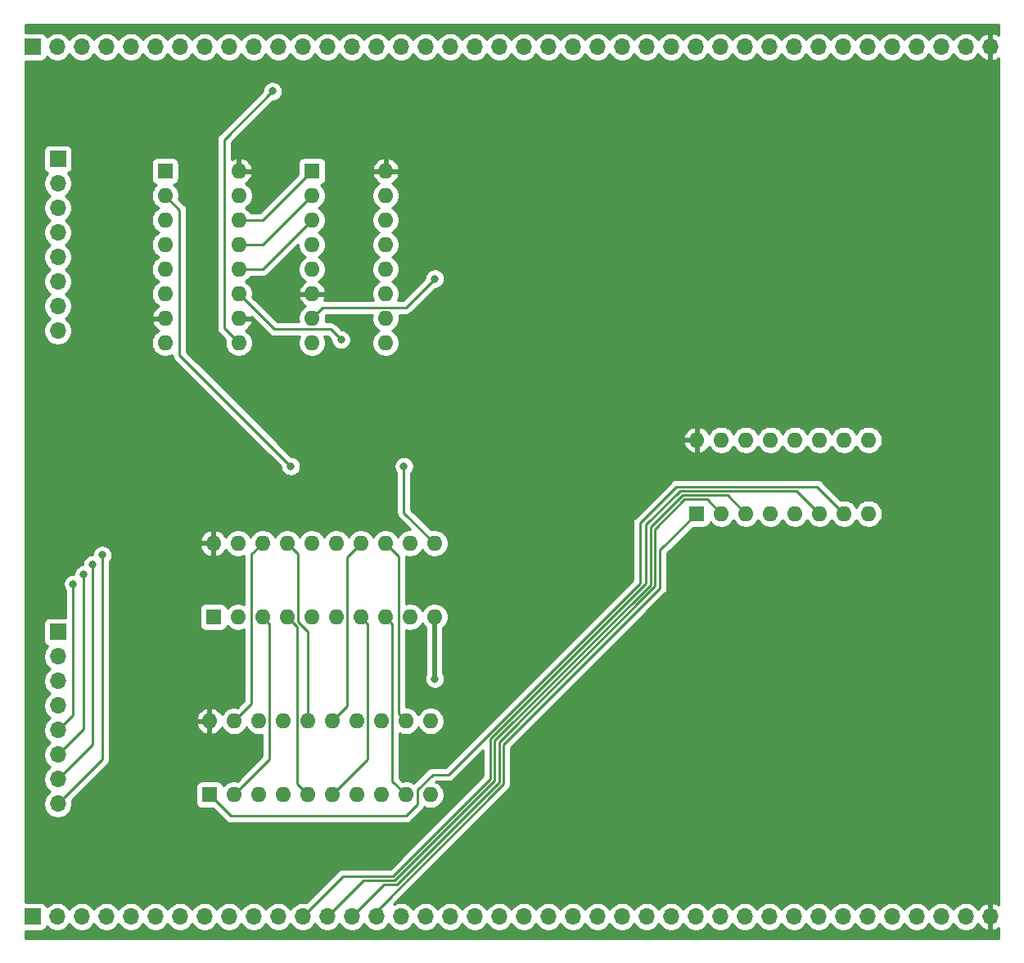
<source format=gbl>
G04 #@! TF.GenerationSoftware,KiCad,Pcbnew,(5.1.9)-1*
G04 #@! TF.CreationDate,2021-10-24T09:52:10-04:00*
G04 #@! TF.ProjectId,ir-rc,69722d72-632e-46b6-9963-61645f706362,1.0*
G04 #@! TF.SameCoordinates,Original*
G04 #@! TF.FileFunction,Copper,L2,Bot*
G04 #@! TF.FilePolarity,Positive*
%FSLAX46Y46*%
G04 Gerber Fmt 4.6, Leading zero omitted, Abs format (unit mm)*
G04 Created by KiCad (PCBNEW (5.1.9)-1) date 2021-10-24 09:52:10*
%MOMM*%
%LPD*%
G01*
G04 APERTURE LIST*
G04 #@! TA.AperFunction,ComponentPad*
%ADD10O,1.600000X1.600000*%
G04 #@! TD*
G04 #@! TA.AperFunction,ComponentPad*
%ADD11R,1.600000X1.600000*%
G04 #@! TD*
G04 #@! TA.AperFunction,ComponentPad*
%ADD12O,1.700000X1.700000*%
G04 #@! TD*
G04 #@! TA.AperFunction,ComponentPad*
%ADD13R,1.700000X1.700000*%
G04 #@! TD*
G04 #@! TA.AperFunction,ViaPad*
%ADD14C,0.800000*%
G04 #@! TD*
G04 #@! TA.AperFunction,Conductor*
%ADD15C,0.250000*%
G04 #@! TD*
G04 #@! TA.AperFunction,Conductor*
%ADD16C,0.500000*%
G04 #@! TD*
G04 #@! TA.AperFunction,Conductor*
%ADD17C,0.254000*%
G04 #@! TD*
G04 #@! TA.AperFunction,Conductor*
%ADD18C,0.100000*%
G04 #@! TD*
G04 APERTURE END LIST*
D10*
X155100000Y-86680000D03*
X172880000Y-94300000D03*
X157640000Y-86680000D03*
X170340000Y-94300000D03*
X160180000Y-86680000D03*
X167800000Y-94300000D03*
X162720000Y-86680000D03*
X165260000Y-94300000D03*
X165260000Y-86680000D03*
X162720000Y-94300000D03*
X167800000Y-86680000D03*
X160180000Y-94300000D03*
X170340000Y-86680000D03*
X157640000Y-94300000D03*
X172880000Y-86680000D03*
D11*
X155100000Y-94300000D03*
D12*
X89000000Y-124340000D03*
X89000000Y-121800000D03*
X89000000Y-119260000D03*
X89000000Y-116720000D03*
X89000000Y-114180000D03*
X89000000Y-111640000D03*
X89000000Y-109100000D03*
D13*
X89000000Y-106560000D03*
D12*
X89000000Y-75380000D03*
X89000000Y-72840000D03*
X89000000Y-70300000D03*
X89000000Y-67760000D03*
X89000000Y-65220000D03*
X89000000Y-62680000D03*
X89000000Y-60140000D03*
D13*
X89000000Y-57600000D03*
D10*
X122920000Y-58860000D03*
X115300000Y-76640000D03*
X122920000Y-61400000D03*
X115300000Y-74100000D03*
X122920000Y-63940000D03*
X115300000Y-71560000D03*
X122920000Y-66480000D03*
X115300000Y-69020000D03*
X122920000Y-69020000D03*
X115300000Y-66480000D03*
X122920000Y-71560000D03*
X115300000Y-63940000D03*
X122920000Y-74100000D03*
X115300000Y-61400000D03*
X122920000Y-76640000D03*
D11*
X115300000Y-58860000D03*
D10*
X107720000Y-58860000D03*
X100100000Y-76640000D03*
X107720000Y-61400000D03*
X100100000Y-74100000D03*
X107720000Y-63940000D03*
X100100000Y-71560000D03*
X107720000Y-66480000D03*
X100100000Y-69020000D03*
X107720000Y-69020000D03*
X100100000Y-66480000D03*
X107720000Y-71560000D03*
X100100000Y-63940000D03*
X107720000Y-74100000D03*
X100100000Y-61400000D03*
X107720000Y-76640000D03*
D11*
X100100000Y-58860000D03*
D10*
X104700000Y-115780000D03*
X127560000Y-123400000D03*
X107240000Y-115780000D03*
X125020000Y-123400000D03*
X109780000Y-115780000D03*
X122480000Y-123400000D03*
X112320000Y-115780000D03*
X119940000Y-123400000D03*
X114860000Y-115780000D03*
X117400000Y-123400000D03*
X117400000Y-115780000D03*
X114860000Y-123400000D03*
X119940000Y-115780000D03*
X112320000Y-123400000D03*
X122480000Y-115780000D03*
X109780000Y-123400000D03*
X125020000Y-115780000D03*
X107240000Y-123400000D03*
X127560000Y-115780000D03*
D11*
X104700000Y-123400000D03*
D10*
X105100000Y-97380000D03*
X127960000Y-105000000D03*
X107640000Y-97380000D03*
X125420000Y-105000000D03*
X110180000Y-97380000D03*
X122880000Y-105000000D03*
X112720000Y-97380000D03*
X120340000Y-105000000D03*
X115260000Y-97380000D03*
X117800000Y-105000000D03*
X117800000Y-97380000D03*
X115260000Y-105000000D03*
X120340000Y-97380000D03*
X112720000Y-105000000D03*
X122880000Y-97380000D03*
X110180000Y-105000000D03*
X125420000Y-97380000D03*
X107640000Y-105000000D03*
X127960000Y-97380000D03*
D11*
X105100000Y-105000000D03*
D12*
X185460000Y-136000000D03*
X182920000Y-136000000D03*
X180380000Y-136000000D03*
X177840000Y-136000000D03*
X175300000Y-136000000D03*
X172760000Y-136000000D03*
X170220000Y-136000000D03*
X167680000Y-136000000D03*
X165140000Y-136000000D03*
X162600000Y-136000000D03*
X160060000Y-136000000D03*
X157520000Y-136000000D03*
X154980000Y-136000000D03*
X152440000Y-136000000D03*
X149900000Y-136000000D03*
X147360000Y-136000000D03*
X144820000Y-136000000D03*
X142280000Y-136000000D03*
X139740000Y-136000000D03*
X137200000Y-136000000D03*
X134660000Y-136000000D03*
X132120000Y-136000000D03*
X129580000Y-136000000D03*
X127040000Y-136000000D03*
X124500000Y-136000000D03*
X121960000Y-136000000D03*
X119420000Y-136000000D03*
X116880000Y-136000000D03*
X114340000Y-136000000D03*
X111800000Y-136000000D03*
X109260000Y-136000000D03*
X106720000Y-136000000D03*
X104180000Y-136000000D03*
X101640000Y-136000000D03*
X99100000Y-136000000D03*
X96560000Y-136000000D03*
X94020000Y-136000000D03*
X91480000Y-136000000D03*
X88940000Y-136000000D03*
D13*
X86400000Y-136000000D03*
D12*
X185460000Y-46000000D03*
X182920000Y-46000000D03*
X180380000Y-46000000D03*
X177840000Y-46000000D03*
X175300000Y-46000000D03*
X172760000Y-46000000D03*
X170220000Y-46000000D03*
X167680000Y-46000000D03*
X165140000Y-46000000D03*
X162600000Y-46000000D03*
X160060000Y-46000000D03*
X157520000Y-46000000D03*
X154980000Y-46000000D03*
X152440000Y-46000000D03*
X149900000Y-46000000D03*
X147360000Y-46000000D03*
X144820000Y-46000000D03*
X142280000Y-46000000D03*
X139740000Y-46000000D03*
X137200000Y-46000000D03*
X134660000Y-46000000D03*
X132120000Y-46000000D03*
X129580000Y-46000000D03*
X127040000Y-46000000D03*
X124500000Y-46000000D03*
X121960000Y-46000000D03*
X119420000Y-46000000D03*
X116880000Y-46000000D03*
X114340000Y-46000000D03*
X111800000Y-46000000D03*
X109260000Y-46000000D03*
X106720000Y-46000000D03*
X104180000Y-46000000D03*
X101640000Y-46000000D03*
X99100000Y-46000000D03*
X96560000Y-46000000D03*
X94020000Y-46000000D03*
X91480000Y-46000000D03*
X88940000Y-46000000D03*
D13*
X86400000Y-46000000D03*
D14*
X111200000Y-50600000D03*
X128000000Y-111400000D03*
X139502508Y-67097492D03*
X179000000Y-68600000D03*
X156900000Y-68600000D03*
X147200000Y-98500000D03*
X90600000Y-101600000D03*
X91700000Y-100600000D03*
X92600000Y-99600000D03*
X93600000Y-98600000D03*
X118300000Y-76300000D03*
X128000000Y-70000000D03*
X113100000Y-89400000D03*
X124799998Y-89399999D03*
D15*
X106200000Y-75120000D02*
X107720000Y-76640000D01*
X106200000Y-55600000D02*
X106200000Y-75120000D01*
X111200000Y-50600000D02*
X106200000Y-55600000D01*
X151300000Y-98100000D02*
X155100000Y-94300000D01*
X135100000Y-118200000D02*
X151300000Y-102000000D01*
X121960000Y-136000000D02*
X121960000Y-135440000D01*
X151300000Y-102000000D02*
X151300000Y-98100000D01*
X135100000Y-122300000D02*
X135100000Y-118200000D01*
X121960000Y-135440000D02*
X135100000Y-122300000D01*
X134649989Y-122113603D02*
X134649989Y-117959241D01*
X119420000Y-136000000D02*
X122719978Y-132700022D01*
X122719978Y-132700022D02*
X124063570Y-132700022D01*
X124063570Y-132700022D02*
X134649989Y-122113603D01*
X156190033Y-92850033D02*
X157640000Y-94300000D01*
X150800000Y-101809230D02*
X150800000Y-95900000D01*
X150800000Y-95900000D02*
X153849967Y-92850033D01*
X153849967Y-92850033D02*
X156190033Y-92850033D01*
X134649989Y-117959241D02*
X150800000Y-101809230D01*
X134199978Y-121927203D02*
X134199978Y-117772842D01*
X150300000Y-101672820D02*
X150300000Y-95700000D01*
X153599978Y-92400022D02*
X158280022Y-92400022D01*
X123877170Y-132250011D02*
X134199978Y-121927203D01*
X116880000Y-136000000D02*
X120629989Y-132250011D01*
X120629989Y-132250011D02*
X123877170Y-132250011D01*
X150300000Y-95700000D02*
X153599978Y-92400022D01*
X158280022Y-92400022D02*
X160180000Y-94300000D01*
X134199978Y-117772842D02*
X150300000Y-101672820D01*
X153349989Y-91950011D02*
X165450011Y-91950011D01*
X165450011Y-91950011D02*
X167800000Y-94300000D01*
X133749967Y-117586443D02*
X149825001Y-101511409D01*
X118540000Y-131800000D02*
X123690770Y-131800000D01*
X123690770Y-131800000D02*
X133749967Y-121740803D01*
X114340000Y-136000000D02*
X118540000Y-131800000D01*
X133749967Y-121740803D02*
X133749967Y-117586443D01*
X149825001Y-95474999D02*
X153349989Y-91950011D01*
X149825001Y-101511409D02*
X149825001Y-95474999D01*
D16*
X127960000Y-111360000D02*
X128000000Y-111400000D01*
X127960000Y-105000000D02*
X127960000Y-111360000D01*
D15*
X90600000Y-115120000D02*
X90600000Y-101600000D01*
X89000000Y-116720000D02*
X90600000Y-115120000D01*
X89000000Y-119260000D02*
X91700000Y-116560000D01*
X91700000Y-116560000D02*
X91700000Y-100600000D01*
X89000000Y-121800000D02*
X92600000Y-118200000D01*
X92600000Y-118200000D02*
X92600000Y-99600000D01*
X89000000Y-124340000D02*
X93600000Y-119740000D01*
X93600000Y-119740000D02*
X93600000Y-98600000D01*
X117225001Y-75225001D02*
X118300000Y-76300000D01*
X111385001Y-75225001D02*
X117225001Y-75225001D01*
X107720000Y-71560000D02*
X111385001Y-75225001D01*
X110220000Y-69020000D02*
X115300000Y-63940000D01*
X107720000Y-69020000D02*
X110220000Y-69020000D01*
X110220000Y-66480000D02*
X115300000Y-61400000D01*
X107720000Y-66480000D02*
X110220000Y-66480000D01*
X110220000Y-63940000D02*
X115300000Y-58860000D01*
X107720000Y-63940000D02*
X110220000Y-63940000D01*
X125025001Y-72974999D02*
X128000000Y-70000000D01*
X116425001Y-72974999D02*
X125025001Y-72974999D01*
X115300000Y-74100000D02*
X116425001Y-72974999D01*
X109054999Y-98505001D02*
X110180000Y-97380000D01*
X109054999Y-113965001D02*
X109054999Y-98505001D01*
X107240000Y-115780000D02*
X109054999Y-113965001D01*
X123605001Y-105725001D02*
X122880000Y-105000000D01*
X123605001Y-121985001D02*
X123605001Y-105725001D01*
X125020000Y-123400000D02*
X123605001Y-121985001D01*
X113845001Y-98505001D02*
X112720000Y-97380000D01*
X113845001Y-105488591D02*
X113845001Y-98505001D01*
X114860000Y-106503590D02*
X113845001Y-105488591D01*
X114860000Y-115780000D02*
X114860000Y-106503590D01*
X121065001Y-119734999D02*
X117400000Y-123400000D01*
X121065001Y-105725001D02*
X121065001Y-119734999D01*
X120340000Y-105000000D02*
X121065001Y-105725001D01*
X118925001Y-98794999D02*
X120340000Y-97380000D01*
X118925001Y-114254999D02*
X118925001Y-98794999D01*
X117400000Y-115780000D02*
X118925001Y-114254999D01*
X113734999Y-106014999D02*
X112720000Y-105000000D01*
X113734999Y-122274999D02*
X113734999Y-106014999D01*
X114860000Y-123400000D02*
X113734999Y-122274999D01*
X124220001Y-98720001D02*
X122880000Y-97380000D01*
X124220001Y-114980001D02*
X124220001Y-98720001D01*
X125020000Y-115780000D02*
X124220001Y-114980001D01*
X110905001Y-105725001D02*
X110180000Y-105000000D01*
X110905001Y-119734999D02*
X110905001Y-105725001D01*
X107240000Y-123400000D02*
X110905001Y-119734999D01*
X127960000Y-97380000D02*
X124799998Y-94219998D01*
X124799998Y-94219998D02*
X124799998Y-89399999D01*
X101600000Y-77900000D02*
X113100000Y-89400000D01*
X101600000Y-62900000D02*
X101600000Y-77900000D01*
X100100000Y-61400000D02*
X101600000Y-62900000D01*
X126200000Y-122897499D02*
X126200000Y-124400000D01*
X126200000Y-124400000D02*
X125000000Y-125600000D01*
X149200000Y-101500000D02*
X129400000Y-121300000D01*
X149200000Y-95300000D02*
X149200000Y-101500000D01*
X125000000Y-125600000D02*
X106900000Y-125600000D01*
X127797499Y-121300000D02*
X126200000Y-122897499D01*
X129400000Y-121300000D02*
X127797499Y-121300000D01*
X153000000Y-91500000D02*
X149200000Y-95300000D01*
X167540000Y-91500000D02*
X153000000Y-91500000D01*
X106900000Y-125600000D02*
X104700000Y-123400000D01*
X170340000Y-94300000D02*
X167540000Y-91500000D01*
D17*
X186315000Y-44794057D02*
X186226920Y-44728359D01*
X185964099Y-44603175D01*
X185816890Y-44558524D01*
X185587000Y-44679845D01*
X185587000Y-45873000D01*
X185607000Y-45873000D01*
X185607000Y-46127000D01*
X185587000Y-46127000D01*
X185587000Y-47320155D01*
X185816890Y-47441476D01*
X185964099Y-47396825D01*
X186226920Y-47271641D01*
X186315000Y-47205943D01*
X186315001Y-134794058D01*
X186226920Y-134728359D01*
X185964099Y-134603175D01*
X185816890Y-134558524D01*
X185587000Y-134679845D01*
X185587000Y-135873000D01*
X185607000Y-135873000D01*
X185607000Y-136127000D01*
X185587000Y-136127000D01*
X185587000Y-137320155D01*
X185816890Y-137441476D01*
X185964099Y-137396825D01*
X186226920Y-137271641D01*
X186315001Y-137205942D01*
X186315001Y-138315000D01*
X85685000Y-138315000D01*
X85685000Y-137488072D01*
X87250000Y-137488072D01*
X87374482Y-137475812D01*
X87494180Y-137439502D01*
X87604494Y-137380537D01*
X87701185Y-137301185D01*
X87780537Y-137204494D01*
X87839502Y-137094180D01*
X87861513Y-137021620D01*
X87993368Y-137153475D01*
X88236589Y-137315990D01*
X88506842Y-137427932D01*
X88793740Y-137485000D01*
X89086260Y-137485000D01*
X89373158Y-137427932D01*
X89643411Y-137315990D01*
X89886632Y-137153475D01*
X90093475Y-136946632D01*
X90210000Y-136772240D01*
X90326525Y-136946632D01*
X90533368Y-137153475D01*
X90776589Y-137315990D01*
X91046842Y-137427932D01*
X91333740Y-137485000D01*
X91626260Y-137485000D01*
X91913158Y-137427932D01*
X92183411Y-137315990D01*
X92426632Y-137153475D01*
X92633475Y-136946632D01*
X92750000Y-136772240D01*
X92866525Y-136946632D01*
X93073368Y-137153475D01*
X93316589Y-137315990D01*
X93586842Y-137427932D01*
X93873740Y-137485000D01*
X94166260Y-137485000D01*
X94453158Y-137427932D01*
X94723411Y-137315990D01*
X94966632Y-137153475D01*
X95173475Y-136946632D01*
X95290000Y-136772240D01*
X95406525Y-136946632D01*
X95613368Y-137153475D01*
X95856589Y-137315990D01*
X96126842Y-137427932D01*
X96413740Y-137485000D01*
X96706260Y-137485000D01*
X96993158Y-137427932D01*
X97263411Y-137315990D01*
X97506632Y-137153475D01*
X97713475Y-136946632D01*
X97830000Y-136772240D01*
X97946525Y-136946632D01*
X98153368Y-137153475D01*
X98396589Y-137315990D01*
X98666842Y-137427932D01*
X98953740Y-137485000D01*
X99246260Y-137485000D01*
X99533158Y-137427932D01*
X99803411Y-137315990D01*
X100046632Y-137153475D01*
X100253475Y-136946632D01*
X100370000Y-136772240D01*
X100486525Y-136946632D01*
X100693368Y-137153475D01*
X100936589Y-137315990D01*
X101206842Y-137427932D01*
X101493740Y-137485000D01*
X101786260Y-137485000D01*
X102073158Y-137427932D01*
X102343411Y-137315990D01*
X102586632Y-137153475D01*
X102793475Y-136946632D01*
X102910000Y-136772240D01*
X103026525Y-136946632D01*
X103233368Y-137153475D01*
X103476589Y-137315990D01*
X103746842Y-137427932D01*
X104033740Y-137485000D01*
X104326260Y-137485000D01*
X104613158Y-137427932D01*
X104883411Y-137315990D01*
X105126632Y-137153475D01*
X105333475Y-136946632D01*
X105450000Y-136772240D01*
X105566525Y-136946632D01*
X105773368Y-137153475D01*
X106016589Y-137315990D01*
X106286842Y-137427932D01*
X106573740Y-137485000D01*
X106866260Y-137485000D01*
X107153158Y-137427932D01*
X107423411Y-137315990D01*
X107666632Y-137153475D01*
X107873475Y-136946632D01*
X107990000Y-136772240D01*
X108106525Y-136946632D01*
X108313368Y-137153475D01*
X108556589Y-137315990D01*
X108826842Y-137427932D01*
X109113740Y-137485000D01*
X109406260Y-137485000D01*
X109693158Y-137427932D01*
X109963411Y-137315990D01*
X110206632Y-137153475D01*
X110413475Y-136946632D01*
X110530000Y-136772240D01*
X110646525Y-136946632D01*
X110853368Y-137153475D01*
X111096589Y-137315990D01*
X111366842Y-137427932D01*
X111653740Y-137485000D01*
X111946260Y-137485000D01*
X112233158Y-137427932D01*
X112503411Y-137315990D01*
X112746632Y-137153475D01*
X112953475Y-136946632D01*
X113070000Y-136772240D01*
X113186525Y-136946632D01*
X113393368Y-137153475D01*
X113636589Y-137315990D01*
X113906842Y-137427932D01*
X114193740Y-137485000D01*
X114486260Y-137485000D01*
X114773158Y-137427932D01*
X115043411Y-137315990D01*
X115286632Y-137153475D01*
X115493475Y-136946632D01*
X115610000Y-136772240D01*
X115726525Y-136946632D01*
X115933368Y-137153475D01*
X116176589Y-137315990D01*
X116446842Y-137427932D01*
X116733740Y-137485000D01*
X117026260Y-137485000D01*
X117313158Y-137427932D01*
X117583411Y-137315990D01*
X117826632Y-137153475D01*
X118033475Y-136946632D01*
X118150000Y-136772240D01*
X118266525Y-136946632D01*
X118473368Y-137153475D01*
X118716589Y-137315990D01*
X118986842Y-137427932D01*
X119273740Y-137485000D01*
X119566260Y-137485000D01*
X119853158Y-137427932D01*
X120123411Y-137315990D01*
X120366632Y-137153475D01*
X120573475Y-136946632D01*
X120690000Y-136772240D01*
X120806525Y-136946632D01*
X121013368Y-137153475D01*
X121256589Y-137315990D01*
X121526842Y-137427932D01*
X121813740Y-137485000D01*
X122106260Y-137485000D01*
X122393158Y-137427932D01*
X122663411Y-137315990D01*
X122906632Y-137153475D01*
X123113475Y-136946632D01*
X123230000Y-136772240D01*
X123346525Y-136946632D01*
X123553368Y-137153475D01*
X123796589Y-137315990D01*
X124066842Y-137427932D01*
X124353740Y-137485000D01*
X124646260Y-137485000D01*
X124933158Y-137427932D01*
X125203411Y-137315990D01*
X125446632Y-137153475D01*
X125653475Y-136946632D01*
X125770000Y-136772240D01*
X125886525Y-136946632D01*
X126093368Y-137153475D01*
X126336589Y-137315990D01*
X126606842Y-137427932D01*
X126893740Y-137485000D01*
X127186260Y-137485000D01*
X127473158Y-137427932D01*
X127743411Y-137315990D01*
X127986632Y-137153475D01*
X128193475Y-136946632D01*
X128310000Y-136772240D01*
X128426525Y-136946632D01*
X128633368Y-137153475D01*
X128876589Y-137315990D01*
X129146842Y-137427932D01*
X129433740Y-137485000D01*
X129726260Y-137485000D01*
X130013158Y-137427932D01*
X130283411Y-137315990D01*
X130526632Y-137153475D01*
X130733475Y-136946632D01*
X130850000Y-136772240D01*
X130966525Y-136946632D01*
X131173368Y-137153475D01*
X131416589Y-137315990D01*
X131686842Y-137427932D01*
X131973740Y-137485000D01*
X132266260Y-137485000D01*
X132553158Y-137427932D01*
X132823411Y-137315990D01*
X133066632Y-137153475D01*
X133273475Y-136946632D01*
X133390000Y-136772240D01*
X133506525Y-136946632D01*
X133713368Y-137153475D01*
X133956589Y-137315990D01*
X134226842Y-137427932D01*
X134513740Y-137485000D01*
X134806260Y-137485000D01*
X135093158Y-137427932D01*
X135363411Y-137315990D01*
X135606632Y-137153475D01*
X135813475Y-136946632D01*
X135930000Y-136772240D01*
X136046525Y-136946632D01*
X136253368Y-137153475D01*
X136496589Y-137315990D01*
X136766842Y-137427932D01*
X137053740Y-137485000D01*
X137346260Y-137485000D01*
X137633158Y-137427932D01*
X137903411Y-137315990D01*
X138146632Y-137153475D01*
X138353475Y-136946632D01*
X138470000Y-136772240D01*
X138586525Y-136946632D01*
X138793368Y-137153475D01*
X139036589Y-137315990D01*
X139306842Y-137427932D01*
X139593740Y-137485000D01*
X139886260Y-137485000D01*
X140173158Y-137427932D01*
X140443411Y-137315990D01*
X140686632Y-137153475D01*
X140893475Y-136946632D01*
X141010000Y-136772240D01*
X141126525Y-136946632D01*
X141333368Y-137153475D01*
X141576589Y-137315990D01*
X141846842Y-137427932D01*
X142133740Y-137485000D01*
X142426260Y-137485000D01*
X142713158Y-137427932D01*
X142983411Y-137315990D01*
X143226632Y-137153475D01*
X143433475Y-136946632D01*
X143550000Y-136772240D01*
X143666525Y-136946632D01*
X143873368Y-137153475D01*
X144116589Y-137315990D01*
X144386842Y-137427932D01*
X144673740Y-137485000D01*
X144966260Y-137485000D01*
X145253158Y-137427932D01*
X145523411Y-137315990D01*
X145766632Y-137153475D01*
X145973475Y-136946632D01*
X146090000Y-136772240D01*
X146206525Y-136946632D01*
X146413368Y-137153475D01*
X146656589Y-137315990D01*
X146926842Y-137427932D01*
X147213740Y-137485000D01*
X147506260Y-137485000D01*
X147793158Y-137427932D01*
X148063411Y-137315990D01*
X148306632Y-137153475D01*
X148513475Y-136946632D01*
X148630000Y-136772240D01*
X148746525Y-136946632D01*
X148953368Y-137153475D01*
X149196589Y-137315990D01*
X149466842Y-137427932D01*
X149753740Y-137485000D01*
X150046260Y-137485000D01*
X150333158Y-137427932D01*
X150603411Y-137315990D01*
X150846632Y-137153475D01*
X151053475Y-136946632D01*
X151170000Y-136772240D01*
X151286525Y-136946632D01*
X151493368Y-137153475D01*
X151736589Y-137315990D01*
X152006842Y-137427932D01*
X152293740Y-137485000D01*
X152586260Y-137485000D01*
X152873158Y-137427932D01*
X153143411Y-137315990D01*
X153386632Y-137153475D01*
X153593475Y-136946632D01*
X153710000Y-136772240D01*
X153826525Y-136946632D01*
X154033368Y-137153475D01*
X154276589Y-137315990D01*
X154546842Y-137427932D01*
X154833740Y-137485000D01*
X155126260Y-137485000D01*
X155413158Y-137427932D01*
X155683411Y-137315990D01*
X155926632Y-137153475D01*
X156133475Y-136946632D01*
X156250000Y-136772240D01*
X156366525Y-136946632D01*
X156573368Y-137153475D01*
X156816589Y-137315990D01*
X157086842Y-137427932D01*
X157373740Y-137485000D01*
X157666260Y-137485000D01*
X157953158Y-137427932D01*
X158223411Y-137315990D01*
X158466632Y-137153475D01*
X158673475Y-136946632D01*
X158790000Y-136772240D01*
X158906525Y-136946632D01*
X159113368Y-137153475D01*
X159356589Y-137315990D01*
X159626842Y-137427932D01*
X159913740Y-137485000D01*
X160206260Y-137485000D01*
X160493158Y-137427932D01*
X160763411Y-137315990D01*
X161006632Y-137153475D01*
X161213475Y-136946632D01*
X161330000Y-136772240D01*
X161446525Y-136946632D01*
X161653368Y-137153475D01*
X161896589Y-137315990D01*
X162166842Y-137427932D01*
X162453740Y-137485000D01*
X162746260Y-137485000D01*
X163033158Y-137427932D01*
X163303411Y-137315990D01*
X163546632Y-137153475D01*
X163753475Y-136946632D01*
X163870000Y-136772240D01*
X163986525Y-136946632D01*
X164193368Y-137153475D01*
X164436589Y-137315990D01*
X164706842Y-137427932D01*
X164993740Y-137485000D01*
X165286260Y-137485000D01*
X165573158Y-137427932D01*
X165843411Y-137315990D01*
X166086632Y-137153475D01*
X166293475Y-136946632D01*
X166410000Y-136772240D01*
X166526525Y-136946632D01*
X166733368Y-137153475D01*
X166976589Y-137315990D01*
X167246842Y-137427932D01*
X167533740Y-137485000D01*
X167826260Y-137485000D01*
X168113158Y-137427932D01*
X168383411Y-137315990D01*
X168626632Y-137153475D01*
X168833475Y-136946632D01*
X168950000Y-136772240D01*
X169066525Y-136946632D01*
X169273368Y-137153475D01*
X169516589Y-137315990D01*
X169786842Y-137427932D01*
X170073740Y-137485000D01*
X170366260Y-137485000D01*
X170653158Y-137427932D01*
X170923411Y-137315990D01*
X171166632Y-137153475D01*
X171373475Y-136946632D01*
X171490000Y-136772240D01*
X171606525Y-136946632D01*
X171813368Y-137153475D01*
X172056589Y-137315990D01*
X172326842Y-137427932D01*
X172613740Y-137485000D01*
X172906260Y-137485000D01*
X173193158Y-137427932D01*
X173463411Y-137315990D01*
X173706632Y-137153475D01*
X173913475Y-136946632D01*
X174030000Y-136772240D01*
X174146525Y-136946632D01*
X174353368Y-137153475D01*
X174596589Y-137315990D01*
X174866842Y-137427932D01*
X175153740Y-137485000D01*
X175446260Y-137485000D01*
X175733158Y-137427932D01*
X176003411Y-137315990D01*
X176246632Y-137153475D01*
X176453475Y-136946632D01*
X176570000Y-136772240D01*
X176686525Y-136946632D01*
X176893368Y-137153475D01*
X177136589Y-137315990D01*
X177406842Y-137427932D01*
X177693740Y-137485000D01*
X177986260Y-137485000D01*
X178273158Y-137427932D01*
X178543411Y-137315990D01*
X178786632Y-137153475D01*
X178993475Y-136946632D01*
X179110000Y-136772240D01*
X179226525Y-136946632D01*
X179433368Y-137153475D01*
X179676589Y-137315990D01*
X179946842Y-137427932D01*
X180233740Y-137485000D01*
X180526260Y-137485000D01*
X180813158Y-137427932D01*
X181083411Y-137315990D01*
X181326632Y-137153475D01*
X181533475Y-136946632D01*
X181650000Y-136772240D01*
X181766525Y-136946632D01*
X181973368Y-137153475D01*
X182216589Y-137315990D01*
X182486842Y-137427932D01*
X182773740Y-137485000D01*
X183066260Y-137485000D01*
X183353158Y-137427932D01*
X183623411Y-137315990D01*
X183866632Y-137153475D01*
X184073475Y-136946632D01*
X184195195Y-136764466D01*
X184264822Y-136881355D01*
X184459731Y-137097588D01*
X184693080Y-137271641D01*
X184955901Y-137396825D01*
X185103110Y-137441476D01*
X185333000Y-137320155D01*
X185333000Y-136127000D01*
X185313000Y-136127000D01*
X185313000Y-135873000D01*
X185333000Y-135873000D01*
X185333000Y-134679845D01*
X185103110Y-134558524D01*
X184955901Y-134603175D01*
X184693080Y-134728359D01*
X184459731Y-134902412D01*
X184264822Y-135118645D01*
X184195195Y-135235534D01*
X184073475Y-135053368D01*
X183866632Y-134846525D01*
X183623411Y-134684010D01*
X183353158Y-134572068D01*
X183066260Y-134515000D01*
X182773740Y-134515000D01*
X182486842Y-134572068D01*
X182216589Y-134684010D01*
X181973368Y-134846525D01*
X181766525Y-135053368D01*
X181650000Y-135227760D01*
X181533475Y-135053368D01*
X181326632Y-134846525D01*
X181083411Y-134684010D01*
X180813158Y-134572068D01*
X180526260Y-134515000D01*
X180233740Y-134515000D01*
X179946842Y-134572068D01*
X179676589Y-134684010D01*
X179433368Y-134846525D01*
X179226525Y-135053368D01*
X179110000Y-135227760D01*
X178993475Y-135053368D01*
X178786632Y-134846525D01*
X178543411Y-134684010D01*
X178273158Y-134572068D01*
X177986260Y-134515000D01*
X177693740Y-134515000D01*
X177406842Y-134572068D01*
X177136589Y-134684010D01*
X176893368Y-134846525D01*
X176686525Y-135053368D01*
X176570000Y-135227760D01*
X176453475Y-135053368D01*
X176246632Y-134846525D01*
X176003411Y-134684010D01*
X175733158Y-134572068D01*
X175446260Y-134515000D01*
X175153740Y-134515000D01*
X174866842Y-134572068D01*
X174596589Y-134684010D01*
X174353368Y-134846525D01*
X174146525Y-135053368D01*
X174030000Y-135227760D01*
X173913475Y-135053368D01*
X173706632Y-134846525D01*
X173463411Y-134684010D01*
X173193158Y-134572068D01*
X172906260Y-134515000D01*
X172613740Y-134515000D01*
X172326842Y-134572068D01*
X172056589Y-134684010D01*
X171813368Y-134846525D01*
X171606525Y-135053368D01*
X171490000Y-135227760D01*
X171373475Y-135053368D01*
X171166632Y-134846525D01*
X170923411Y-134684010D01*
X170653158Y-134572068D01*
X170366260Y-134515000D01*
X170073740Y-134515000D01*
X169786842Y-134572068D01*
X169516589Y-134684010D01*
X169273368Y-134846525D01*
X169066525Y-135053368D01*
X168950000Y-135227760D01*
X168833475Y-135053368D01*
X168626632Y-134846525D01*
X168383411Y-134684010D01*
X168113158Y-134572068D01*
X167826260Y-134515000D01*
X167533740Y-134515000D01*
X167246842Y-134572068D01*
X166976589Y-134684010D01*
X166733368Y-134846525D01*
X166526525Y-135053368D01*
X166410000Y-135227760D01*
X166293475Y-135053368D01*
X166086632Y-134846525D01*
X165843411Y-134684010D01*
X165573158Y-134572068D01*
X165286260Y-134515000D01*
X164993740Y-134515000D01*
X164706842Y-134572068D01*
X164436589Y-134684010D01*
X164193368Y-134846525D01*
X163986525Y-135053368D01*
X163870000Y-135227760D01*
X163753475Y-135053368D01*
X163546632Y-134846525D01*
X163303411Y-134684010D01*
X163033158Y-134572068D01*
X162746260Y-134515000D01*
X162453740Y-134515000D01*
X162166842Y-134572068D01*
X161896589Y-134684010D01*
X161653368Y-134846525D01*
X161446525Y-135053368D01*
X161330000Y-135227760D01*
X161213475Y-135053368D01*
X161006632Y-134846525D01*
X160763411Y-134684010D01*
X160493158Y-134572068D01*
X160206260Y-134515000D01*
X159913740Y-134515000D01*
X159626842Y-134572068D01*
X159356589Y-134684010D01*
X159113368Y-134846525D01*
X158906525Y-135053368D01*
X158790000Y-135227760D01*
X158673475Y-135053368D01*
X158466632Y-134846525D01*
X158223411Y-134684010D01*
X157953158Y-134572068D01*
X157666260Y-134515000D01*
X157373740Y-134515000D01*
X157086842Y-134572068D01*
X156816589Y-134684010D01*
X156573368Y-134846525D01*
X156366525Y-135053368D01*
X156250000Y-135227760D01*
X156133475Y-135053368D01*
X155926632Y-134846525D01*
X155683411Y-134684010D01*
X155413158Y-134572068D01*
X155126260Y-134515000D01*
X154833740Y-134515000D01*
X154546842Y-134572068D01*
X154276589Y-134684010D01*
X154033368Y-134846525D01*
X153826525Y-135053368D01*
X153710000Y-135227760D01*
X153593475Y-135053368D01*
X153386632Y-134846525D01*
X153143411Y-134684010D01*
X152873158Y-134572068D01*
X152586260Y-134515000D01*
X152293740Y-134515000D01*
X152006842Y-134572068D01*
X151736589Y-134684010D01*
X151493368Y-134846525D01*
X151286525Y-135053368D01*
X151170000Y-135227760D01*
X151053475Y-135053368D01*
X150846632Y-134846525D01*
X150603411Y-134684010D01*
X150333158Y-134572068D01*
X150046260Y-134515000D01*
X149753740Y-134515000D01*
X149466842Y-134572068D01*
X149196589Y-134684010D01*
X148953368Y-134846525D01*
X148746525Y-135053368D01*
X148630000Y-135227760D01*
X148513475Y-135053368D01*
X148306632Y-134846525D01*
X148063411Y-134684010D01*
X147793158Y-134572068D01*
X147506260Y-134515000D01*
X147213740Y-134515000D01*
X146926842Y-134572068D01*
X146656589Y-134684010D01*
X146413368Y-134846525D01*
X146206525Y-135053368D01*
X146090000Y-135227760D01*
X145973475Y-135053368D01*
X145766632Y-134846525D01*
X145523411Y-134684010D01*
X145253158Y-134572068D01*
X144966260Y-134515000D01*
X144673740Y-134515000D01*
X144386842Y-134572068D01*
X144116589Y-134684010D01*
X143873368Y-134846525D01*
X143666525Y-135053368D01*
X143550000Y-135227760D01*
X143433475Y-135053368D01*
X143226632Y-134846525D01*
X142983411Y-134684010D01*
X142713158Y-134572068D01*
X142426260Y-134515000D01*
X142133740Y-134515000D01*
X141846842Y-134572068D01*
X141576589Y-134684010D01*
X141333368Y-134846525D01*
X141126525Y-135053368D01*
X141010000Y-135227760D01*
X140893475Y-135053368D01*
X140686632Y-134846525D01*
X140443411Y-134684010D01*
X140173158Y-134572068D01*
X139886260Y-134515000D01*
X139593740Y-134515000D01*
X139306842Y-134572068D01*
X139036589Y-134684010D01*
X138793368Y-134846525D01*
X138586525Y-135053368D01*
X138470000Y-135227760D01*
X138353475Y-135053368D01*
X138146632Y-134846525D01*
X137903411Y-134684010D01*
X137633158Y-134572068D01*
X137346260Y-134515000D01*
X137053740Y-134515000D01*
X136766842Y-134572068D01*
X136496589Y-134684010D01*
X136253368Y-134846525D01*
X136046525Y-135053368D01*
X135930000Y-135227760D01*
X135813475Y-135053368D01*
X135606632Y-134846525D01*
X135363411Y-134684010D01*
X135093158Y-134572068D01*
X134806260Y-134515000D01*
X134513740Y-134515000D01*
X134226842Y-134572068D01*
X133956589Y-134684010D01*
X133713368Y-134846525D01*
X133506525Y-135053368D01*
X133390000Y-135227760D01*
X133273475Y-135053368D01*
X133066632Y-134846525D01*
X132823411Y-134684010D01*
X132553158Y-134572068D01*
X132266260Y-134515000D01*
X131973740Y-134515000D01*
X131686842Y-134572068D01*
X131416589Y-134684010D01*
X131173368Y-134846525D01*
X130966525Y-135053368D01*
X130850000Y-135227760D01*
X130733475Y-135053368D01*
X130526632Y-134846525D01*
X130283411Y-134684010D01*
X130013158Y-134572068D01*
X129726260Y-134515000D01*
X129433740Y-134515000D01*
X129146842Y-134572068D01*
X128876589Y-134684010D01*
X128633368Y-134846525D01*
X128426525Y-135053368D01*
X128310000Y-135227760D01*
X128193475Y-135053368D01*
X127986632Y-134846525D01*
X127743411Y-134684010D01*
X127473158Y-134572068D01*
X127186260Y-134515000D01*
X126893740Y-134515000D01*
X126606842Y-134572068D01*
X126336589Y-134684010D01*
X126093368Y-134846525D01*
X125886525Y-135053368D01*
X125770000Y-135227760D01*
X125653475Y-135053368D01*
X125446632Y-134846525D01*
X125203411Y-134684010D01*
X124933158Y-134572068D01*
X124646260Y-134515000D01*
X124353740Y-134515000D01*
X124066842Y-134572068D01*
X123796589Y-134684010D01*
X123779116Y-134695685D01*
X135611004Y-122863798D01*
X135640001Y-122840001D01*
X135734974Y-122724276D01*
X135805546Y-122592247D01*
X135849003Y-122448986D01*
X135860000Y-122337333D01*
X135860000Y-122337324D01*
X135863676Y-122300001D01*
X135860000Y-122262678D01*
X135860000Y-118514801D01*
X151811004Y-102563798D01*
X151840001Y-102540001D01*
X151934974Y-102424276D01*
X152005546Y-102292247D01*
X152049003Y-102148986D01*
X152060000Y-102037333D01*
X152060000Y-102037325D01*
X152063676Y-102000000D01*
X152060000Y-101962675D01*
X152060000Y-98414801D01*
X154736730Y-95738072D01*
X155900000Y-95738072D01*
X156024482Y-95725812D01*
X156144180Y-95689502D01*
X156254494Y-95630537D01*
X156351185Y-95551185D01*
X156430537Y-95454494D01*
X156489502Y-95344180D01*
X156525812Y-95224482D01*
X156526643Y-95216039D01*
X156725241Y-95414637D01*
X156960273Y-95571680D01*
X157221426Y-95679853D01*
X157498665Y-95735000D01*
X157781335Y-95735000D01*
X158058574Y-95679853D01*
X158319727Y-95571680D01*
X158554759Y-95414637D01*
X158754637Y-95214759D01*
X158910000Y-94982241D01*
X159065363Y-95214759D01*
X159265241Y-95414637D01*
X159500273Y-95571680D01*
X159761426Y-95679853D01*
X160038665Y-95735000D01*
X160321335Y-95735000D01*
X160598574Y-95679853D01*
X160859727Y-95571680D01*
X161094759Y-95414637D01*
X161294637Y-95214759D01*
X161450000Y-94982241D01*
X161605363Y-95214759D01*
X161805241Y-95414637D01*
X162040273Y-95571680D01*
X162301426Y-95679853D01*
X162578665Y-95735000D01*
X162861335Y-95735000D01*
X163138574Y-95679853D01*
X163399727Y-95571680D01*
X163634759Y-95414637D01*
X163834637Y-95214759D01*
X163990000Y-94982241D01*
X164145363Y-95214759D01*
X164345241Y-95414637D01*
X164580273Y-95571680D01*
X164841426Y-95679853D01*
X165118665Y-95735000D01*
X165401335Y-95735000D01*
X165678574Y-95679853D01*
X165939727Y-95571680D01*
X166174759Y-95414637D01*
X166374637Y-95214759D01*
X166530000Y-94982241D01*
X166685363Y-95214759D01*
X166885241Y-95414637D01*
X167120273Y-95571680D01*
X167381426Y-95679853D01*
X167658665Y-95735000D01*
X167941335Y-95735000D01*
X168218574Y-95679853D01*
X168479727Y-95571680D01*
X168714759Y-95414637D01*
X168914637Y-95214759D01*
X169070000Y-94982241D01*
X169225363Y-95214759D01*
X169425241Y-95414637D01*
X169660273Y-95571680D01*
X169921426Y-95679853D01*
X170198665Y-95735000D01*
X170481335Y-95735000D01*
X170758574Y-95679853D01*
X171019727Y-95571680D01*
X171254759Y-95414637D01*
X171454637Y-95214759D01*
X171610000Y-94982241D01*
X171765363Y-95214759D01*
X171965241Y-95414637D01*
X172200273Y-95571680D01*
X172461426Y-95679853D01*
X172738665Y-95735000D01*
X173021335Y-95735000D01*
X173298574Y-95679853D01*
X173559727Y-95571680D01*
X173794759Y-95414637D01*
X173994637Y-95214759D01*
X174151680Y-94979727D01*
X174259853Y-94718574D01*
X174315000Y-94441335D01*
X174315000Y-94158665D01*
X174259853Y-93881426D01*
X174151680Y-93620273D01*
X173994637Y-93385241D01*
X173794759Y-93185363D01*
X173559727Y-93028320D01*
X173298574Y-92920147D01*
X173021335Y-92865000D01*
X172738665Y-92865000D01*
X172461426Y-92920147D01*
X172200273Y-93028320D01*
X171965241Y-93185363D01*
X171765363Y-93385241D01*
X171610000Y-93617759D01*
X171454637Y-93385241D01*
X171254759Y-93185363D01*
X171019727Y-93028320D01*
X170758574Y-92920147D01*
X170481335Y-92865000D01*
X170198665Y-92865000D01*
X170016114Y-92901312D01*
X168103804Y-90989003D01*
X168080001Y-90959999D01*
X167964276Y-90865026D01*
X167832247Y-90794454D01*
X167688986Y-90750997D01*
X167577333Y-90740000D01*
X167577322Y-90740000D01*
X167540000Y-90736324D01*
X167502678Y-90740000D01*
X153037333Y-90740000D01*
X153000000Y-90736323D01*
X152962667Y-90740000D01*
X152851014Y-90750997D01*
X152707753Y-90794454D01*
X152575724Y-90865026D01*
X152459999Y-90959999D01*
X152436201Y-90988997D01*
X148689003Y-94736196D01*
X148659999Y-94759999D01*
X148604871Y-94827174D01*
X148565026Y-94875724D01*
X148517843Y-94963997D01*
X148494454Y-95007754D01*
X148450997Y-95151015D01*
X148440000Y-95262668D01*
X148440000Y-95262678D01*
X148436324Y-95300000D01*
X148440000Y-95337323D01*
X148440001Y-101185197D01*
X129085199Y-120540000D01*
X127834824Y-120540000D01*
X127797499Y-120536324D01*
X127760174Y-120540000D01*
X127760166Y-120540000D01*
X127648513Y-120550997D01*
X127505252Y-120594454D01*
X127373223Y-120665026D01*
X127257498Y-120759999D01*
X127233700Y-120788997D01*
X125816412Y-122206286D01*
X125699727Y-122128320D01*
X125438574Y-122020147D01*
X125161335Y-121965000D01*
X124878665Y-121965000D01*
X124696114Y-122001312D01*
X124365001Y-121670200D01*
X124365001Y-117061923D01*
X124601426Y-117159853D01*
X124878665Y-117215000D01*
X125161335Y-117215000D01*
X125438574Y-117159853D01*
X125699727Y-117051680D01*
X125934759Y-116894637D01*
X126134637Y-116694759D01*
X126290000Y-116462241D01*
X126445363Y-116694759D01*
X126645241Y-116894637D01*
X126880273Y-117051680D01*
X127141426Y-117159853D01*
X127418665Y-117215000D01*
X127701335Y-117215000D01*
X127978574Y-117159853D01*
X128239727Y-117051680D01*
X128474759Y-116894637D01*
X128674637Y-116694759D01*
X128831680Y-116459727D01*
X128939853Y-116198574D01*
X128995000Y-115921335D01*
X128995000Y-115638665D01*
X128939853Y-115361426D01*
X128831680Y-115100273D01*
X128674637Y-114865241D01*
X128474759Y-114665363D01*
X128239727Y-114508320D01*
X127978574Y-114400147D01*
X127701335Y-114345000D01*
X127418665Y-114345000D01*
X127141426Y-114400147D01*
X126880273Y-114508320D01*
X126645241Y-114665363D01*
X126445363Y-114865241D01*
X126290000Y-115097759D01*
X126134637Y-114865241D01*
X125934759Y-114665363D01*
X125699727Y-114508320D01*
X125438574Y-114400147D01*
X125161335Y-114345000D01*
X124980001Y-114345000D01*
X124980001Y-106370978D01*
X125001426Y-106379853D01*
X125278665Y-106435000D01*
X125561335Y-106435000D01*
X125838574Y-106379853D01*
X126099727Y-106271680D01*
X126334759Y-106114637D01*
X126534637Y-105914759D01*
X126690000Y-105682241D01*
X126845363Y-105914759D01*
X127045241Y-106114637D01*
X127075000Y-106134521D01*
X127075001Y-110928560D01*
X127004774Y-111098102D01*
X126965000Y-111298061D01*
X126965000Y-111501939D01*
X127004774Y-111701898D01*
X127082795Y-111890256D01*
X127196063Y-112059774D01*
X127340226Y-112203937D01*
X127509744Y-112317205D01*
X127698102Y-112395226D01*
X127898061Y-112435000D01*
X128101939Y-112435000D01*
X128301898Y-112395226D01*
X128490256Y-112317205D01*
X128659774Y-112203937D01*
X128803937Y-112059774D01*
X128917205Y-111890256D01*
X128995226Y-111701898D01*
X129035000Y-111501939D01*
X129035000Y-111298061D01*
X128995226Y-111098102D01*
X128917205Y-110909744D01*
X128845000Y-110801681D01*
X128845000Y-106134521D01*
X128874759Y-106114637D01*
X129074637Y-105914759D01*
X129231680Y-105679727D01*
X129339853Y-105418574D01*
X129395000Y-105141335D01*
X129395000Y-104858665D01*
X129339853Y-104581426D01*
X129231680Y-104320273D01*
X129074637Y-104085241D01*
X128874759Y-103885363D01*
X128639727Y-103728320D01*
X128378574Y-103620147D01*
X128101335Y-103565000D01*
X127818665Y-103565000D01*
X127541426Y-103620147D01*
X127280273Y-103728320D01*
X127045241Y-103885363D01*
X126845363Y-104085241D01*
X126690000Y-104317759D01*
X126534637Y-104085241D01*
X126334759Y-103885363D01*
X126099727Y-103728320D01*
X125838574Y-103620147D01*
X125561335Y-103565000D01*
X125278665Y-103565000D01*
X125001426Y-103620147D01*
X124980001Y-103629022D01*
X124980001Y-98757334D01*
X124980602Y-98751228D01*
X125001426Y-98759853D01*
X125278665Y-98815000D01*
X125561335Y-98815000D01*
X125838574Y-98759853D01*
X126099727Y-98651680D01*
X126334759Y-98494637D01*
X126534637Y-98294759D01*
X126690000Y-98062241D01*
X126845363Y-98294759D01*
X127045241Y-98494637D01*
X127280273Y-98651680D01*
X127541426Y-98759853D01*
X127818665Y-98815000D01*
X128101335Y-98815000D01*
X128378574Y-98759853D01*
X128639727Y-98651680D01*
X128874759Y-98494637D01*
X129074637Y-98294759D01*
X129231680Y-98059727D01*
X129339853Y-97798574D01*
X129395000Y-97521335D01*
X129395000Y-97238665D01*
X129339853Y-96961426D01*
X129231680Y-96700273D01*
X129074637Y-96465241D01*
X128874759Y-96265363D01*
X128639727Y-96108320D01*
X128378574Y-96000147D01*
X128101335Y-95945000D01*
X127818665Y-95945000D01*
X127636114Y-95981312D01*
X125559998Y-93905197D01*
X125559998Y-90103710D01*
X125603935Y-90059773D01*
X125717203Y-89890255D01*
X125795224Y-89701897D01*
X125834998Y-89501938D01*
X125834998Y-89298060D01*
X125795224Y-89098101D01*
X125717203Y-88909743D01*
X125603935Y-88740225D01*
X125459772Y-88596062D01*
X125290254Y-88482794D01*
X125101896Y-88404773D01*
X124901937Y-88364999D01*
X124698059Y-88364999D01*
X124498100Y-88404773D01*
X124309742Y-88482794D01*
X124140224Y-88596062D01*
X123996061Y-88740225D01*
X123882793Y-88909743D01*
X123804772Y-89098101D01*
X123764998Y-89298060D01*
X123764998Y-89501938D01*
X123804772Y-89701897D01*
X123882793Y-89890255D01*
X123996061Y-90059773D01*
X124039999Y-90103711D01*
X124039998Y-94182675D01*
X124036322Y-94219998D01*
X124039998Y-94257320D01*
X124039998Y-94257330D01*
X124050995Y-94368983D01*
X124094452Y-94512244D01*
X124165024Y-94644274D01*
X124182055Y-94665026D01*
X124259997Y-94759999D01*
X124289001Y-94783802D01*
X125450199Y-95945000D01*
X125278665Y-95945000D01*
X125001426Y-96000147D01*
X124740273Y-96108320D01*
X124505241Y-96265363D01*
X124305363Y-96465241D01*
X124150000Y-96697759D01*
X123994637Y-96465241D01*
X123794759Y-96265363D01*
X123559727Y-96108320D01*
X123298574Y-96000147D01*
X123021335Y-95945000D01*
X122738665Y-95945000D01*
X122461426Y-96000147D01*
X122200273Y-96108320D01*
X121965241Y-96265363D01*
X121765363Y-96465241D01*
X121610000Y-96697759D01*
X121454637Y-96465241D01*
X121254759Y-96265363D01*
X121019727Y-96108320D01*
X120758574Y-96000147D01*
X120481335Y-95945000D01*
X120198665Y-95945000D01*
X119921426Y-96000147D01*
X119660273Y-96108320D01*
X119425241Y-96265363D01*
X119225363Y-96465241D01*
X119070000Y-96697759D01*
X118914637Y-96465241D01*
X118714759Y-96265363D01*
X118479727Y-96108320D01*
X118218574Y-96000147D01*
X117941335Y-95945000D01*
X117658665Y-95945000D01*
X117381426Y-96000147D01*
X117120273Y-96108320D01*
X116885241Y-96265363D01*
X116685363Y-96465241D01*
X116530000Y-96697759D01*
X116374637Y-96465241D01*
X116174759Y-96265363D01*
X115939727Y-96108320D01*
X115678574Y-96000147D01*
X115401335Y-95945000D01*
X115118665Y-95945000D01*
X114841426Y-96000147D01*
X114580273Y-96108320D01*
X114345241Y-96265363D01*
X114145363Y-96465241D01*
X113990000Y-96697759D01*
X113834637Y-96465241D01*
X113634759Y-96265363D01*
X113399727Y-96108320D01*
X113138574Y-96000147D01*
X112861335Y-95945000D01*
X112578665Y-95945000D01*
X112301426Y-96000147D01*
X112040273Y-96108320D01*
X111805241Y-96265363D01*
X111605363Y-96465241D01*
X111450000Y-96697759D01*
X111294637Y-96465241D01*
X111094759Y-96265363D01*
X110859727Y-96108320D01*
X110598574Y-96000147D01*
X110321335Y-95945000D01*
X110038665Y-95945000D01*
X109761426Y-96000147D01*
X109500273Y-96108320D01*
X109265241Y-96265363D01*
X109065363Y-96465241D01*
X108910000Y-96697759D01*
X108754637Y-96465241D01*
X108554759Y-96265363D01*
X108319727Y-96108320D01*
X108058574Y-96000147D01*
X107781335Y-95945000D01*
X107498665Y-95945000D01*
X107221426Y-96000147D01*
X106960273Y-96108320D01*
X106725241Y-96265363D01*
X106525363Y-96465241D01*
X106368320Y-96700273D01*
X106363933Y-96710865D01*
X106252385Y-96524869D01*
X106063414Y-96316481D01*
X105837420Y-96148963D01*
X105583087Y-96028754D01*
X105449039Y-95988096D01*
X105227000Y-96110085D01*
X105227000Y-97253000D01*
X105247000Y-97253000D01*
X105247000Y-97507000D01*
X105227000Y-97507000D01*
X105227000Y-98649915D01*
X105449039Y-98771904D01*
X105583087Y-98731246D01*
X105837420Y-98611037D01*
X106063414Y-98443519D01*
X106252385Y-98235131D01*
X106363933Y-98049135D01*
X106368320Y-98059727D01*
X106525363Y-98294759D01*
X106725241Y-98494637D01*
X106960273Y-98651680D01*
X107221426Y-98759853D01*
X107498665Y-98815000D01*
X107781335Y-98815000D01*
X108058574Y-98759853D01*
X108295000Y-98661922D01*
X108295000Y-103718078D01*
X108058574Y-103620147D01*
X107781335Y-103565000D01*
X107498665Y-103565000D01*
X107221426Y-103620147D01*
X106960273Y-103728320D01*
X106725241Y-103885363D01*
X106526643Y-104083961D01*
X106525812Y-104075518D01*
X106489502Y-103955820D01*
X106430537Y-103845506D01*
X106351185Y-103748815D01*
X106254494Y-103669463D01*
X106144180Y-103610498D01*
X106024482Y-103574188D01*
X105900000Y-103561928D01*
X104300000Y-103561928D01*
X104175518Y-103574188D01*
X104055820Y-103610498D01*
X103945506Y-103669463D01*
X103848815Y-103748815D01*
X103769463Y-103845506D01*
X103710498Y-103955820D01*
X103674188Y-104075518D01*
X103661928Y-104200000D01*
X103661928Y-105800000D01*
X103674188Y-105924482D01*
X103710498Y-106044180D01*
X103769463Y-106154494D01*
X103848815Y-106251185D01*
X103945506Y-106330537D01*
X104055820Y-106389502D01*
X104175518Y-106425812D01*
X104300000Y-106438072D01*
X105900000Y-106438072D01*
X106024482Y-106425812D01*
X106144180Y-106389502D01*
X106254494Y-106330537D01*
X106351185Y-106251185D01*
X106430537Y-106154494D01*
X106489502Y-106044180D01*
X106525812Y-105924482D01*
X106526643Y-105916039D01*
X106725241Y-106114637D01*
X106960273Y-106271680D01*
X107221426Y-106379853D01*
X107498665Y-106435000D01*
X107781335Y-106435000D01*
X108058574Y-106379853D01*
X108294999Y-106281922D01*
X108294999Y-113650199D01*
X107563886Y-114381312D01*
X107381335Y-114345000D01*
X107098665Y-114345000D01*
X106821426Y-114400147D01*
X106560273Y-114508320D01*
X106325241Y-114665363D01*
X106125363Y-114865241D01*
X105968320Y-115100273D01*
X105963933Y-115110865D01*
X105852385Y-114924869D01*
X105663414Y-114716481D01*
X105437420Y-114548963D01*
X105183087Y-114428754D01*
X105049039Y-114388096D01*
X104827000Y-114510085D01*
X104827000Y-115653000D01*
X104847000Y-115653000D01*
X104847000Y-115907000D01*
X104827000Y-115907000D01*
X104827000Y-117049915D01*
X105049039Y-117171904D01*
X105183087Y-117131246D01*
X105437420Y-117011037D01*
X105663414Y-116843519D01*
X105852385Y-116635131D01*
X105963933Y-116449135D01*
X105968320Y-116459727D01*
X106125363Y-116694759D01*
X106325241Y-116894637D01*
X106560273Y-117051680D01*
X106821426Y-117159853D01*
X107098665Y-117215000D01*
X107381335Y-117215000D01*
X107658574Y-117159853D01*
X107919727Y-117051680D01*
X108154759Y-116894637D01*
X108354637Y-116694759D01*
X108510000Y-116462241D01*
X108665363Y-116694759D01*
X108865241Y-116894637D01*
X109100273Y-117051680D01*
X109361426Y-117159853D01*
X109638665Y-117215000D01*
X109921335Y-117215000D01*
X110145001Y-117170509D01*
X110145001Y-119420197D01*
X107563887Y-122001312D01*
X107381335Y-121965000D01*
X107098665Y-121965000D01*
X106821426Y-122020147D01*
X106560273Y-122128320D01*
X106325241Y-122285363D01*
X106126643Y-122483961D01*
X106125812Y-122475518D01*
X106089502Y-122355820D01*
X106030537Y-122245506D01*
X105951185Y-122148815D01*
X105854494Y-122069463D01*
X105744180Y-122010498D01*
X105624482Y-121974188D01*
X105500000Y-121961928D01*
X103900000Y-121961928D01*
X103775518Y-121974188D01*
X103655820Y-122010498D01*
X103545506Y-122069463D01*
X103448815Y-122148815D01*
X103369463Y-122245506D01*
X103310498Y-122355820D01*
X103274188Y-122475518D01*
X103261928Y-122600000D01*
X103261928Y-124200000D01*
X103274188Y-124324482D01*
X103310498Y-124444180D01*
X103369463Y-124554494D01*
X103448815Y-124651185D01*
X103545506Y-124730537D01*
X103655820Y-124789502D01*
X103775518Y-124825812D01*
X103900000Y-124838072D01*
X105063271Y-124838072D01*
X106336201Y-126111003D01*
X106359999Y-126140001D01*
X106475724Y-126234974D01*
X106607753Y-126305546D01*
X106751014Y-126349003D01*
X106862667Y-126360000D01*
X106862677Y-126360000D01*
X106900000Y-126363676D01*
X106937323Y-126360000D01*
X124962678Y-126360000D01*
X125000000Y-126363676D01*
X125037322Y-126360000D01*
X125037333Y-126360000D01*
X125148986Y-126349003D01*
X125292247Y-126305546D01*
X125424276Y-126234974D01*
X125540001Y-126140001D01*
X125563804Y-126110997D01*
X126711003Y-124963799D01*
X126740001Y-124940001D01*
X126834974Y-124824276D01*
X126905546Y-124692247D01*
X126908267Y-124683276D01*
X127141426Y-124779853D01*
X127418665Y-124835000D01*
X127701335Y-124835000D01*
X127978574Y-124779853D01*
X128239727Y-124671680D01*
X128474759Y-124514637D01*
X128674637Y-124314759D01*
X128831680Y-124079727D01*
X128939853Y-123818574D01*
X128995000Y-123541335D01*
X128995000Y-123258665D01*
X128939853Y-122981426D01*
X128831680Y-122720273D01*
X128674637Y-122485241D01*
X128474759Y-122285363D01*
X128239727Y-122128320D01*
X128101314Y-122070987D01*
X128112301Y-122060000D01*
X129362678Y-122060000D01*
X129400000Y-122063676D01*
X129437322Y-122060000D01*
X129437333Y-122060000D01*
X129548986Y-122049003D01*
X129692247Y-122005546D01*
X129824276Y-121934974D01*
X129940001Y-121840001D01*
X129963804Y-121810997D01*
X132989968Y-118784833D01*
X132989967Y-121426001D01*
X123375969Y-131040000D01*
X118577323Y-131040000D01*
X118540000Y-131036324D01*
X118502677Y-131040000D01*
X118502667Y-131040000D01*
X118391014Y-131050997D01*
X118247753Y-131094454D01*
X118115723Y-131165026D01*
X118032083Y-131233668D01*
X117999999Y-131259999D01*
X117976201Y-131288997D01*
X114706408Y-134558791D01*
X114486260Y-134515000D01*
X114193740Y-134515000D01*
X113906842Y-134572068D01*
X113636589Y-134684010D01*
X113393368Y-134846525D01*
X113186525Y-135053368D01*
X113070000Y-135227760D01*
X112953475Y-135053368D01*
X112746632Y-134846525D01*
X112503411Y-134684010D01*
X112233158Y-134572068D01*
X111946260Y-134515000D01*
X111653740Y-134515000D01*
X111366842Y-134572068D01*
X111096589Y-134684010D01*
X110853368Y-134846525D01*
X110646525Y-135053368D01*
X110530000Y-135227760D01*
X110413475Y-135053368D01*
X110206632Y-134846525D01*
X109963411Y-134684010D01*
X109693158Y-134572068D01*
X109406260Y-134515000D01*
X109113740Y-134515000D01*
X108826842Y-134572068D01*
X108556589Y-134684010D01*
X108313368Y-134846525D01*
X108106525Y-135053368D01*
X107990000Y-135227760D01*
X107873475Y-135053368D01*
X107666632Y-134846525D01*
X107423411Y-134684010D01*
X107153158Y-134572068D01*
X106866260Y-134515000D01*
X106573740Y-134515000D01*
X106286842Y-134572068D01*
X106016589Y-134684010D01*
X105773368Y-134846525D01*
X105566525Y-135053368D01*
X105450000Y-135227760D01*
X105333475Y-135053368D01*
X105126632Y-134846525D01*
X104883411Y-134684010D01*
X104613158Y-134572068D01*
X104326260Y-134515000D01*
X104033740Y-134515000D01*
X103746842Y-134572068D01*
X103476589Y-134684010D01*
X103233368Y-134846525D01*
X103026525Y-135053368D01*
X102910000Y-135227760D01*
X102793475Y-135053368D01*
X102586632Y-134846525D01*
X102343411Y-134684010D01*
X102073158Y-134572068D01*
X101786260Y-134515000D01*
X101493740Y-134515000D01*
X101206842Y-134572068D01*
X100936589Y-134684010D01*
X100693368Y-134846525D01*
X100486525Y-135053368D01*
X100370000Y-135227760D01*
X100253475Y-135053368D01*
X100046632Y-134846525D01*
X99803411Y-134684010D01*
X99533158Y-134572068D01*
X99246260Y-134515000D01*
X98953740Y-134515000D01*
X98666842Y-134572068D01*
X98396589Y-134684010D01*
X98153368Y-134846525D01*
X97946525Y-135053368D01*
X97830000Y-135227760D01*
X97713475Y-135053368D01*
X97506632Y-134846525D01*
X97263411Y-134684010D01*
X96993158Y-134572068D01*
X96706260Y-134515000D01*
X96413740Y-134515000D01*
X96126842Y-134572068D01*
X95856589Y-134684010D01*
X95613368Y-134846525D01*
X95406525Y-135053368D01*
X95290000Y-135227760D01*
X95173475Y-135053368D01*
X94966632Y-134846525D01*
X94723411Y-134684010D01*
X94453158Y-134572068D01*
X94166260Y-134515000D01*
X93873740Y-134515000D01*
X93586842Y-134572068D01*
X93316589Y-134684010D01*
X93073368Y-134846525D01*
X92866525Y-135053368D01*
X92750000Y-135227760D01*
X92633475Y-135053368D01*
X92426632Y-134846525D01*
X92183411Y-134684010D01*
X91913158Y-134572068D01*
X91626260Y-134515000D01*
X91333740Y-134515000D01*
X91046842Y-134572068D01*
X90776589Y-134684010D01*
X90533368Y-134846525D01*
X90326525Y-135053368D01*
X90210000Y-135227760D01*
X90093475Y-135053368D01*
X89886632Y-134846525D01*
X89643411Y-134684010D01*
X89373158Y-134572068D01*
X89086260Y-134515000D01*
X88793740Y-134515000D01*
X88506842Y-134572068D01*
X88236589Y-134684010D01*
X87993368Y-134846525D01*
X87861513Y-134978380D01*
X87839502Y-134905820D01*
X87780537Y-134795506D01*
X87701185Y-134698815D01*
X87604494Y-134619463D01*
X87494180Y-134560498D01*
X87374482Y-134524188D01*
X87250000Y-134511928D01*
X85685000Y-134511928D01*
X85685000Y-105710000D01*
X87511928Y-105710000D01*
X87511928Y-107410000D01*
X87524188Y-107534482D01*
X87560498Y-107654180D01*
X87619463Y-107764494D01*
X87698815Y-107861185D01*
X87795506Y-107940537D01*
X87905820Y-107999502D01*
X87978380Y-108021513D01*
X87846525Y-108153368D01*
X87684010Y-108396589D01*
X87572068Y-108666842D01*
X87515000Y-108953740D01*
X87515000Y-109246260D01*
X87572068Y-109533158D01*
X87684010Y-109803411D01*
X87846525Y-110046632D01*
X88053368Y-110253475D01*
X88227760Y-110370000D01*
X88053368Y-110486525D01*
X87846525Y-110693368D01*
X87684010Y-110936589D01*
X87572068Y-111206842D01*
X87515000Y-111493740D01*
X87515000Y-111786260D01*
X87572068Y-112073158D01*
X87684010Y-112343411D01*
X87846525Y-112586632D01*
X88053368Y-112793475D01*
X88227760Y-112910000D01*
X88053368Y-113026525D01*
X87846525Y-113233368D01*
X87684010Y-113476589D01*
X87572068Y-113746842D01*
X87515000Y-114033740D01*
X87515000Y-114326260D01*
X87572068Y-114613158D01*
X87684010Y-114883411D01*
X87846525Y-115126632D01*
X88053368Y-115333475D01*
X88227760Y-115450000D01*
X88053368Y-115566525D01*
X87846525Y-115773368D01*
X87684010Y-116016589D01*
X87572068Y-116286842D01*
X87515000Y-116573740D01*
X87515000Y-116866260D01*
X87572068Y-117153158D01*
X87684010Y-117423411D01*
X87846525Y-117666632D01*
X88053368Y-117873475D01*
X88227760Y-117990000D01*
X88053368Y-118106525D01*
X87846525Y-118313368D01*
X87684010Y-118556589D01*
X87572068Y-118826842D01*
X87515000Y-119113740D01*
X87515000Y-119406260D01*
X87572068Y-119693158D01*
X87684010Y-119963411D01*
X87846525Y-120206632D01*
X88053368Y-120413475D01*
X88227760Y-120530000D01*
X88053368Y-120646525D01*
X87846525Y-120853368D01*
X87684010Y-121096589D01*
X87572068Y-121366842D01*
X87515000Y-121653740D01*
X87515000Y-121946260D01*
X87572068Y-122233158D01*
X87684010Y-122503411D01*
X87846525Y-122746632D01*
X88053368Y-122953475D01*
X88227760Y-123070000D01*
X88053368Y-123186525D01*
X87846525Y-123393368D01*
X87684010Y-123636589D01*
X87572068Y-123906842D01*
X87515000Y-124193740D01*
X87515000Y-124486260D01*
X87572068Y-124773158D01*
X87684010Y-125043411D01*
X87846525Y-125286632D01*
X88053368Y-125493475D01*
X88296589Y-125655990D01*
X88566842Y-125767932D01*
X88853740Y-125825000D01*
X89146260Y-125825000D01*
X89433158Y-125767932D01*
X89703411Y-125655990D01*
X89946632Y-125493475D01*
X90153475Y-125286632D01*
X90315990Y-125043411D01*
X90427932Y-124773158D01*
X90485000Y-124486260D01*
X90485000Y-124193740D01*
X90441209Y-123973592D01*
X94111009Y-120303794D01*
X94140001Y-120280001D01*
X94163795Y-120251008D01*
X94163799Y-120251004D01*
X94234973Y-120164277D01*
X94234974Y-120164276D01*
X94305546Y-120032247D01*
X94349003Y-119888986D01*
X94360000Y-119777333D01*
X94360000Y-119777324D01*
X94363676Y-119740001D01*
X94360000Y-119702678D01*
X94360000Y-116129040D01*
X103308091Y-116129040D01*
X103402930Y-116393881D01*
X103547615Y-116635131D01*
X103736586Y-116843519D01*
X103962580Y-117011037D01*
X104216913Y-117131246D01*
X104350961Y-117171904D01*
X104573000Y-117049915D01*
X104573000Y-115907000D01*
X103429376Y-115907000D01*
X103308091Y-116129040D01*
X94360000Y-116129040D01*
X94360000Y-115430960D01*
X103308091Y-115430960D01*
X103429376Y-115653000D01*
X104573000Y-115653000D01*
X104573000Y-114510085D01*
X104350961Y-114388096D01*
X104216913Y-114428754D01*
X103962580Y-114548963D01*
X103736586Y-114716481D01*
X103547615Y-114924869D01*
X103402930Y-115166119D01*
X103308091Y-115430960D01*
X94360000Y-115430960D01*
X94360000Y-99303711D01*
X94403937Y-99259774D01*
X94517205Y-99090256D01*
X94595226Y-98901898D01*
X94635000Y-98701939D01*
X94635000Y-98498061D01*
X94595226Y-98298102D01*
X94517205Y-98109744D01*
X94403937Y-97940226D01*
X94259774Y-97796063D01*
X94159467Y-97729040D01*
X103708091Y-97729040D01*
X103802930Y-97993881D01*
X103947615Y-98235131D01*
X104136586Y-98443519D01*
X104362580Y-98611037D01*
X104616913Y-98731246D01*
X104750961Y-98771904D01*
X104973000Y-98649915D01*
X104973000Y-97507000D01*
X103829376Y-97507000D01*
X103708091Y-97729040D01*
X94159467Y-97729040D01*
X94090256Y-97682795D01*
X93901898Y-97604774D01*
X93701939Y-97565000D01*
X93498061Y-97565000D01*
X93298102Y-97604774D01*
X93109744Y-97682795D01*
X92940226Y-97796063D01*
X92796063Y-97940226D01*
X92682795Y-98109744D01*
X92604774Y-98298102D01*
X92565000Y-98498061D01*
X92565000Y-98565000D01*
X92498061Y-98565000D01*
X92298102Y-98604774D01*
X92109744Y-98682795D01*
X91940226Y-98796063D01*
X91796063Y-98940226D01*
X91682795Y-99109744D01*
X91604774Y-99298102D01*
X91565000Y-99498061D01*
X91565000Y-99571576D01*
X91398102Y-99604774D01*
X91209744Y-99682795D01*
X91040226Y-99796063D01*
X90896063Y-99940226D01*
X90782795Y-100109744D01*
X90704774Y-100298102D01*
X90665000Y-100498061D01*
X90665000Y-100565000D01*
X90498061Y-100565000D01*
X90298102Y-100604774D01*
X90109744Y-100682795D01*
X89940226Y-100796063D01*
X89796063Y-100940226D01*
X89682795Y-101109744D01*
X89604774Y-101298102D01*
X89565000Y-101498061D01*
X89565000Y-101701939D01*
X89604774Y-101901898D01*
X89682795Y-102090256D01*
X89796063Y-102259774D01*
X89840001Y-102303712D01*
X89840001Y-105071928D01*
X88150000Y-105071928D01*
X88025518Y-105084188D01*
X87905820Y-105120498D01*
X87795506Y-105179463D01*
X87698815Y-105258815D01*
X87619463Y-105355506D01*
X87560498Y-105465820D01*
X87524188Y-105585518D01*
X87511928Y-105710000D01*
X85685000Y-105710000D01*
X85685000Y-97030960D01*
X103708091Y-97030960D01*
X103829376Y-97253000D01*
X104973000Y-97253000D01*
X104973000Y-96110085D01*
X104750961Y-95988096D01*
X104616913Y-96028754D01*
X104362580Y-96148963D01*
X104136586Y-96316481D01*
X103947615Y-96524869D01*
X103802930Y-96766119D01*
X103708091Y-97030960D01*
X85685000Y-97030960D01*
X85685000Y-56750000D01*
X87511928Y-56750000D01*
X87511928Y-58450000D01*
X87524188Y-58574482D01*
X87560498Y-58694180D01*
X87619463Y-58804494D01*
X87698815Y-58901185D01*
X87795506Y-58980537D01*
X87905820Y-59039502D01*
X87978380Y-59061513D01*
X87846525Y-59193368D01*
X87684010Y-59436589D01*
X87572068Y-59706842D01*
X87515000Y-59993740D01*
X87515000Y-60286260D01*
X87572068Y-60573158D01*
X87684010Y-60843411D01*
X87846525Y-61086632D01*
X88053368Y-61293475D01*
X88227760Y-61410000D01*
X88053368Y-61526525D01*
X87846525Y-61733368D01*
X87684010Y-61976589D01*
X87572068Y-62246842D01*
X87515000Y-62533740D01*
X87515000Y-62826260D01*
X87572068Y-63113158D01*
X87684010Y-63383411D01*
X87846525Y-63626632D01*
X88053368Y-63833475D01*
X88227760Y-63950000D01*
X88053368Y-64066525D01*
X87846525Y-64273368D01*
X87684010Y-64516589D01*
X87572068Y-64786842D01*
X87515000Y-65073740D01*
X87515000Y-65366260D01*
X87572068Y-65653158D01*
X87684010Y-65923411D01*
X87846525Y-66166632D01*
X88053368Y-66373475D01*
X88227760Y-66490000D01*
X88053368Y-66606525D01*
X87846525Y-66813368D01*
X87684010Y-67056589D01*
X87572068Y-67326842D01*
X87515000Y-67613740D01*
X87515000Y-67906260D01*
X87572068Y-68193158D01*
X87684010Y-68463411D01*
X87846525Y-68706632D01*
X88053368Y-68913475D01*
X88227760Y-69030000D01*
X88053368Y-69146525D01*
X87846525Y-69353368D01*
X87684010Y-69596589D01*
X87572068Y-69866842D01*
X87515000Y-70153740D01*
X87515000Y-70446260D01*
X87572068Y-70733158D01*
X87684010Y-71003411D01*
X87846525Y-71246632D01*
X88053368Y-71453475D01*
X88227760Y-71570000D01*
X88053368Y-71686525D01*
X87846525Y-71893368D01*
X87684010Y-72136589D01*
X87572068Y-72406842D01*
X87515000Y-72693740D01*
X87515000Y-72986260D01*
X87572068Y-73273158D01*
X87684010Y-73543411D01*
X87846525Y-73786632D01*
X88053368Y-73993475D01*
X88227760Y-74110000D01*
X88053368Y-74226525D01*
X87846525Y-74433368D01*
X87684010Y-74676589D01*
X87572068Y-74946842D01*
X87515000Y-75233740D01*
X87515000Y-75526260D01*
X87572068Y-75813158D01*
X87684010Y-76083411D01*
X87846525Y-76326632D01*
X88053368Y-76533475D01*
X88296589Y-76695990D01*
X88566842Y-76807932D01*
X88853740Y-76865000D01*
X89146260Y-76865000D01*
X89433158Y-76807932D01*
X89703411Y-76695990D01*
X89946632Y-76533475D01*
X90153475Y-76326632D01*
X90315990Y-76083411D01*
X90427932Y-75813158D01*
X90485000Y-75526260D01*
X90485000Y-75233740D01*
X90427932Y-74946842D01*
X90315990Y-74676589D01*
X90153475Y-74433368D01*
X89946632Y-74226525D01*
X89772240Y-74110000D01*
X89946632Y-73993475D01*
X90153475Y-73786632D01*
X90315990Y-73543411D01*
X90427932Y-73273158D01*
X90485000Y-72986260D01*
X90485000Y-72693740D01*
X90427932Y-72406842D01*
X90315990Y-72136589D01*
X90153475Y-71893368D01*
X89946632Y-71686525D01*
X89772240Y-71570000D01*
X89946632Y-71453475D01*
X90153475Y-71246632D01*
X90315990Y-71003411D01*
X90427932Y-70733158D01*
X90485000Y-70446260D01*
X90485000Y-70153740D01*
X90427932Y-69866842D01*
X90315990Y-69596589D01*
X90153475Y-69353368D01*
X89946632Y-69146525D01*
X89772240Y-69030000D01*
X89946632Y-68913475D01*
X90153475Y-68706632D01*
X90315990Y-68463411D01*
X90427932Y-68193158D01*
X90485000Y-67906260D01*
X90485000Y-67613740D01*
X90427932Y-67326842D01*
X90315990Y-67056589D01*
X90153475Y-66813368D01*
X89946632Y-66606525D01*
X89772240Y-66490000D01*
X89946632Y-66373475D01*
X90153475Y-66166632D01*
X90315990Y-65923411D01*
X90427932Y-65653158D01*
X90485000Y-65366260D01*
X90485000Y-65073740D01*
X90427932Y-64786842D01*
X90315990Y-64516589D01*
X90153475Y-64273368D01*
X89946632Y-64066525D01*
X89772240Y-63950000D01*
X89946632Y-63833475D01*
X90153475Y-63626632D01*
X90315990Y-63383411D01*
X90427932Y-63113158D01*
X90485000Y-62826260D01*
X90485000Y-62533740D01*
X90427932Y-62246842D01*
X90315990Y-61976589D01*
X90153475Y-61733368D01*
X89946632Y-61526525D01*
X89772240Y-61410000D01*
X89946632Y-61293475D01*
X90153475Y-61086632D01*
X90315990Y-60843411D01*
X90427932Y-60573158D01*
X90485000Y-60286260D01*
X90485000Y-59993740D01*
X90427932Y-59706842D01*
X90315990Y-59436589D01*
X90153475Y-59193368D01*
X90021620Y-59061513D01*
X90094180Y-59039502D01*
X90204494Y-58980537D01*
X90301185Y-58901185D01*
X90380537Y-58804494D01*
X90439502Y-58694180D01*
X90475812Y-58574482D01*
X90488072Y-58450000D01*
X90488072Y-58060000D01*
X98661928Y-58060000D01*
X98661928Y-59660000D01*
X98674188Y-59784482D01*
X98710498Y-59904180D01*
X98769463Y-60014494D01*
X98848815Y-60111185D01*
X98945506Y-60190537D01*
X99055820Y-60249502D01*
X99175518Y-60285812D01*
X99183961Y-60286643D01*
X98985363Y-60485241D01*
X98828320Y-60720273D01*
X98720147Y-60981426D01*
X98665000Y-61258665D01*
X98665000Y-61541335D01*
X98720147Y-61818574D01*
X98828320Y-62079727D01*
X98985363Y-62314759D01*
X99185241Y-62514637D01*
X99417759Y-62670000D01*
X99185241Y-62825363D01*
X98985363Y-63025241D01*
X98828320Y-63260273D01*
X98720147Y-63521426D01*
X98665000Y-63798665D01*
X98665000Y-64081335D01*
X98720147Y-64358574D01*
X98828320Y-64619727D01*
X98985363Y-64854759D01*
X99185241Y-65054637D01*
X99417759Y-65210000D01*
X99185241Y-65365363D01*
X98985363Y-65565241D01*
X98828320Y-65800273D01*
X98720147Y-66061426D01*
X98665000Y-66338665D01*
X98665000Y-66621335D01*
X98720147Y-66898574D01*
X98828320Y-67159727D01*
X98985363Y-67394759D01*
X99185241Y-67594637D01*
X99417759Y-67750000D01*
X99185241Y-67905363D01*
X98985363Y-68105241D01*
X98828320Y-68340273D01*
X98720147Y-68601426D01*
X98665000Y-68878665D01*
X98665000Y-69161335D01*
X98720147Y-69438574D01*
X98828320Y-69699727D01*
X98985363Y-69934759D01*
X99185241Y-70134637D01*
X99417759Y-70290000D01*
X99185241Y-70445363D01*
X98985363Y-70645241D01*
X98828320Y-70880273D01*
X98720147Y-71141426D01*
X98665000Y-71418665D01*
X98665000Y-71701335D01*
X98720147Y-71978574D01*
X98828320Y-72239727D01*
X98985363Y-72474759D01*
X99185241Y-72674637D01*
X99420273Y-72831680D01*
X99430865Y-72836067D01*
X99244869Y-72947615D01*
X99036481Y-73136586D01*
X98868963Y-73362580D01*
X98748754Y-73616913D01*
X98708096Y-73750961D01*
X98830085Y-73973000D01*
X99973000Y-73973000D01*
X99973000Y-73953000D01*
X100227000Y-73953000D01*
X100227000Y-73973000D01*
X100247000Y-73973000D01*
X100247000Y-74227000D01*
X100227000Y-74227000D01*
X100227000Y-74247000D01*
X99973000Y-74247000D01*
X99973000Y-74227000D01*
X98830085Y-74227000D01*
X98708096Y-74449039D01*
X98748754Y-74583087D01*
X98868963Y-74837420D01*
X99036481Y-75063414D01*
X99244869Y-75252385D01*
X99430865Y-75363933D01*
X99420273Y-75368320D01*
X99185241Y-75525363D01*
X98985363Y-75725241D01*
X98828320Y-75960273D01*
X98720147Y-76221426D01*
X98665000Y-76498665D01*
X98665000Y-76781335D01*
X98720147Y-77058574D01*
X98828320Y-77319727D01*
X98985363Y-77554759D01*
X99185241Y-77754637D01*
X99420273Y-77911680D01*
X99681426Y-78019853D01*
X99958665Y-78075000D01*
X100241335Y-78075000D01*
X100518574Y-78019853D01*
X100779727Y-77911680D01*
X100839080Y-77872022D01*
X100836324Y-77900000D01*
X100850998Y-78048985D01*
X100894454Y-78192246D01*
X100965026Y-78324276D01*
X101036201Y-78411002D01*
X101060000Y-78440001D01*
X101088998Y-78463799D01*
X112065000Y-89439802D01*
X112065000Y-89501939D01*
X112104774Y-89701898D01*
X112182795Y-89890256D01*
X112296063Y-90059774D01*
X112440226Y-90203937D01*
X112609744Y-90317205D01*
X112798102Y-90395226D01*
X112998061Y-90435000D01*
X113201939Y-90435000D01*
X113401898Y-90395226D01*
X113590256Y-90317205D01*
X113759774Y-90203937D01*
X113903937Y-90059774D01*
X114017205Y-89890256D01*
X114095226Y-89701898D01*
X114135000Y-89501939D01*
X114135000Y-89298061D01*
X114095226Y-89098102D01*
X114017205Y-88909744D01*
X113903937Y-88740226D01*
X113759774Y-88596063D01*
X113590256Y-88482795D01*
X113401898Y-88404774D01*
X113201939Y-88365000D01*
X113139802Y-88365000D01*
X111803842Y-87029040D01*
X153708091Y-87029040D01*
X153802930Y-87293881D01*
X153947615Y-87535131D01*
X154136586Y-87743519D01*
X154362580Y-87911037D01*
X154616913Y-88031246D01*
X154750961Y-88071904D01*
X154973000Y-87949915D01*
X154973000Y-86807000D01*
X153829376Y-86807000D01*
X153708091Y-87029040D01*
X111803842Y-87029040D01*
X111105762Y-86330960D01*
X153708091Y-86330960D01*
X153829376Y-86553000D01*
X154973000Y-86553000D01*
X154973000Y-85410085D01*
X155227000Y-85410085D01*
X155227000Y-86553000D01*
X155247000Y-86553000D01*
X155247000Y-86807000D01*
X155227000Y-86807000D01*
X155227000Y-87949915D01*
X155449039Y-88071904D01*
X155583087Y-88031246D01*
X155837420Y-87911037D01*
X156063414Y-87743519D01*
X156252385Y-87535131D01*
X156363933Y-87349135D01*
X156368320Y-87359727D01*
X156525363Y-87594759D01*
X156725241Y-87794637D01*
X156960273Y-87951680D01*
X157221426Y-88059853D01*
X157498665Y-88115000D01*
X157781335Y-88115000D01*
X158058574Y-88059853D01*
X158319727Y-87951680D01*
X158554759Y-87794637D01*
X158754637Y-87594759D01*
X158910000Y-87362241D01*
X159065363Y-87594759D01*
X159265241Y-87794637D01*
X159500273Y-87951680D01*
X159761426Y-88059853D01*
X160038665Y-88115000D01*
X160321335Y-88115000D01*
X160598574Y-88059853D01*
X160859727Y-87951680D01*
X161094759Y-87794637D01*
X161294637Y-87594759D01*
X161450000Y-87362241D01*
X161605363Y-87594759D01*
X161805241Y-87794637D01*
X162040273Y-87951680D01*
X162301426Y-88059853D01*
X162578665Y-88115000D01*
X162861335Y-88115000D01*
X163138574Y-88059853D01*
X163399727Y-87951680D01*
X163634759Y-87794637D01*
X163834637Y-87594759D01*
X163990000Y-87362241D01*
X164145363Y-87594759D01*
X164345241Y-87794637D01*
X164580273Y-87951680D01*
X164841426Y-88059853D01*
X165118665Y-88115000D01*
X165401335Y-88115000D01*
X165678574Y-88059853D01*
X165939727Y-87951680D01*
X166174759Y-87794637D01*
X166374637Y-87594759D01*
X166530000Y-87362241D01*
X166685363Y-87594759D01*
X166885241Y-87794637D01*
X167120273Y-87951680D01*
X167381426Y-88059853D01*
X167658665Y-88115000D01*
X167941335Y-88115000D01*
X168218574Y-88059853D01*
X168479727Y-87951680D01*
X168714759Y-87794637D01*
X168914637Y-87594759D01*
X169070000Y-87362241D01*
X169225363Y-87594759D01*
X169425241Y-87794637D01*
X169660273Y-87951680D01*
X169921426Y-88059853D01*
X170198665Y-88115000D01*
X170481335Y-88115000D01*
X170758574Y-88059853D01*
X171019727Y-87951680D01*
X171254759Y-87794637D01*
X171454637Y-87594759D01*
X171610000Y-87362241D01*
X171765363Y-87594759D01*
X171965241Y-87794637D01*
X172200273Y-87951680D01*
X172461426Y-88059853D01*
X172738665Y-88115000D01*
X173021335Y-88115000D01*
X173298574Y-88059853D01*
X173559727Y-87951680D01*
X173794759Y-87794637D01*
X173994637Y-87594759D01*
X174151680Y-87359727D01*
X174259853Y-87098574D01*
X174315000Y-86821335D01*
X174315000Y-86538665D01*
X174259853Y-86261426D01*
X174151680Y-86000273D01*
X173994637Y-85765241D01*
X173794759Y-85565363D01*
X173559727Y-85408320D01*
X173298574Y-85300147D01*
X173021335Y-85245000D01*
X172738665Y-85245000D01*
X172461426Y-85300147D01*
X172200273Y-85408320D01*
X171965241Y-85565363D01*
X171765363Y-85765241D01*
X171610000Y-85997759D01*
X171454637Y-85765241D01*
X171254759Y-85565363D01*
X171019727Y-85408320D01*
X170758574Y-85300147D01*
X170481335Y-85245000D01*
X170198665Y-85245000D01*
X169921426Y-85300147D01*
X169660273Y-85408320D01*
X169425241Y-85565363D01*
X169225363Y-85765241D01*
X169070000Y-85997759D01*
X168914637Y-85765241D01*
X168714759Y-85565363D01*
X168479727Y-85408320D01*
X168218574Y-85300147D01*
X167941335Y-85245000D01*
X167658665Y-85245000D01*
X167381426Y-85300147D01*
X167120273Y-85408320D01*
X166885241Y-85565363D01*
X166685363Y-85765241D01*
X166530000Y-85997759D01*
X166374637Y-85765241D01*
X166174759Y-85565363D01*
X165939727Y-85408320D01*
X165678574Y-85300147D01*
X165401335Y-85245000D01*
X165118665Y-85245000D01*
X164841426Y-85300147D01*
X164580273Y-85408320D01*
X164345241Y-85565363D01*
X164145363Y-85765241D01*
X163990000Y-85997759D01*
X163834637Y-85765241D01*
X163634759Y-85565363D01*
X163399727Y-85408320D01*
X163138574Y-85300147D01*
X162861335Y-85245000D01*
X162578665Y-85245000D01*
X162301426Y-85300147D01*
X162040273Y-85408320D01*
X161805241Y-85565363D01*
X161605363Y-85765241D01*
X161450000Y-85997759D01*
X161294637Y-85765241D01*
X161094759Y-85565363D01*
X160859727Y-85408320D01*
X160598574Y-85300147D01*
X160321335Y-85245000D01*
X160038665Y-85245000D01*
X159761426Y-85300147D01*
X159500273Y-85408320D01*
X159265241Y-85565363D01*
X159065363Y-85765241D01*
X158910000Y-85997759D01*
X158754637Y-85765241D01*
X158554759Y-85565363D01*
X158319727Y-85408320D01*
X158058574Y-85300147D01*
X157781335Y-85245000D01*
X157498665Y-85245000D01*
X157221426Y-85300147D01*
X156960273Y-85408320D01*
X156725241Y-85565363D01*
X156525363Y-85765241D01*
X156368320Y-86000273D01*
X156363933Y-86010865D01*
X156252385Y-85824869D01*
X156063414Y-85616481D01*
X155837420Y-85448963D01*
X155583087Y-85328754D01*
X155449039Y-85288096D01*
X155227000Y-85410085D01*
X154973000Y-85410085D01*
X154750961Y-85288096D01*
X154616913Y-85328754D01*
X154362580Y-85448963D01*
X154136586Y-85616481D01*
X153947615Y-85824869D01*
X153802930Y-86066119D01*
X153708091Y-86330960D01*
X111105762Y-86330960D01*
X102360000Y-77585199D01*
X102360000Y-62937322D01*
X102363676Y-62899999D01*
X102360000Y-62862676D01*
X102360000Y-62862667D01*
X102349003Y-62751014D01*
X102305546Y-62607753D01*
X102234974Y-62475724D01*
X102140001Y-62359999D01*
X102111004Y-62336202D01*
X101498688Y-61723886D01*
X101535000Y-61541335D01*
X101535000Y-61258665D01*
X101479853Y-60981426D01*
X101371680Y-60720273D01*
X101214637Y-60485241D01*
X101016039Y-60286643D01*
X101024482Y-60285812D01*
X101144180Y-60249502D01*
X101254494Y-60190537D01*
X101351185Y-60111185D01*
X101430537Y-60014494D01*
X101489502Y-59904180D01*
X101525812Y-59784482D01*
X101538072Y-59660000D01*
X101538072Y-58060000D01*
X101525812Y-57935518D01*
X101489502Y-57815820D01*
X101430537Y-57705506D01*
X101351185Y-57608815D01*
X101254494Y-57529463D01*
X101144180Y-57470498D01*
X101024482Y-57434188D01*
X100900000Y-57421928D01*
X99300000Y-57421928D01*
X99175518Y-57434188D01*
X99055820Y-57470498D01*
X98945506Y-57529463D01*
X98848815Y-57608815D01*
X98769463Y-57705506D01*
X98710498Y-57815820D01*
X98674188Y-57935518D01*
X98661928Y-58060000D01*
X90488072Y-58060000D01*
X90488072Y-56750000D01*
X90475812Y-56625518D01*
X90439502Y-56505820D01*
X90380537Y-56395506D01*
X90301185Y-56298815D01*
X90204494Y-56219463D01*
X90094180Y-56160498D01*
X89974482Y-56124188D01*
X89850000Y-56111928D01*
X88150000Y-56111928D01*
X88025518Y-56124188D01*
X87905820Y-56160498D01*
X87795506Y-56219463D01*
X87698815Y-56298815D01*
X87619463Y-56395506D01*
X87560498Y-56505820D01*
X87524188Y-56625518D01*
X87511928Y-56750000D01*
X85685000Y-56750000D01*
X85685000Y-55600000D01*
X105436324Y-55600000D01*
X105440000Y-55637322D01*
X105440001Y-75082667D01*
X105436324Y-75120000D01*
X105440001Y-75157333D01*
X105450606Y-75265000D01*
X105450998Y-75268985D01*
X105494454Y-75412246D01*
X105565026Y-75544276D01*
X105636201Y-75631002D01*
X105660000Y-75660001D01*
X105688998Y-75683799D01*
X106321312Y-76316114D01*
X106285000Y-76498665D01*
X106285000Y-76781335D01*
X106340147Y-77058574D01*
X106448320Y-77319727D01*
X106605363Y-77554759D01*
X106805241Y-77754637D01*
X107040273Y-77911680D01*
X107301426Y-78019853D01*
X107578665Y-78075000D01*
X107861335Y-78075000D01*
X108138574Y-78019853D01*
X108399727Y-77911680D01*
X108634759Y-77754637D01*
X108834637Y-77554759D01*
X108991680Y-77319727D01*
X109099853Y-77058574D01*
X109155000Y-76781335D01*
X109155000Y-76498665D01*
X109099853Y-76221426D01*
X108991680Y-75960273D01*
X108834637Y-75725241D01*
X108634759Y-75525363D01*
X108399727Y-75368320D01*
X108389135Y-75363933D01*
X108575131Y-75252385D01*
X108783519Y-75063414D01*
X108951037Y-74837420D01*
X109071246Y-74583087D01*
X109111904Y-74449039D01*
X108989915Y-74227000D01*
X107847000Y-74227000D01*
X107847000Y-74247000D01*
X107593000Y-74247000D01*
X107593000Y-74227000D01*
X107573000Y-74227000D01*
X107573000Y-73973000D01*
X107593000Y-73973000D01*
X107593000Y-73953000D01*
X107847000Y-73953000D01*
X107847000Y-73973000D01*
X108989915Y-73973000D01*
X109014128Y-73928929D01*
X110821201Y-75736003D01*
X110845000Y-75765002D01*
X110873998Y-75788800D01*
X110960724Y-75859975D01*
X111092754Y-75930547D01*
X111236015Y-75974004D01*
X111347668Y-75985001D01*
X111347677Y-75985001D01*
X111385000Y-75988677D01*
X111422323Y-75985001D01*
X114018077Y-75985001D01*
X113920147Y-76221426D01*
X113865000Y-76498665D01*
X113865000Y-76781335D01*
X113920147Y-77058574D01*
X114028320Y-77319727D01*
X114185363Y-77554759D01*
X114385241Y-77754637D01*
X114620273Y-77911680D01*
X114881426Y-78019853D01*
X115158665Y-78075000D01*
X115441335Y-78075000D01*
X115718574Y-78019853D01*
X115979727Y-77911680D01*
X116214759Y-77754637D01*
X116414637Y-77554759D01*
X116571680Y-77319727D01*
X116679853Y-77058574D01*
X116735000Y-76781335D01*
X116735000Y-76498665D01*
X116679853Y-76221426D01*
X116581923Y-75985001D01*
X116910200Y-75985001D01*
X117265000Y-76339802D01*
X117265000Y-76401939D01*
X117304774Y-76601898D01*
X117382795Y-76790256D01*
X117496063Y-76959774D01*
X117640226Y-77103937D01*
X117809744Y-77217205D01*
X117998102Y-77295226D01*
X118198061Y-77335000D01*
X118401939Y-77335000D01*
X118601898Y-77295226D01*
X118790256Y-77217205D01*
X118959774Y-77103937D01*
X119103937Y-76959774D01*
X119217205Y-76790256D01*
X119295226Y-76601898D01*
X119335000Y-76401939D01*
X119335000Y-76198061D01*
X119295226Y-75998102D01*
X119217205Y-75809744D01*
X119103937Y-75640226D01*
X118959774Y-75496063D01*
X118790256Y-75382795D01*
X118601898Y-75304774D01*
X118401939Y-75265000D01*
X118339802Y-75265000D01*
X117788805Y-74714003D01*
X117765002Y-74685000D01*
X117649277Y-74590027D01*
X117517248Y-74519455D01*
X117373987Y-74475998D01*
X117262334Y-74465001D01*
X117262323Y-74465001D01*
X117225001Y-74461325D01*
X117187679Y-74465001D01*
X116690509Y-74465001D01*
X116735000Y-74241335D01*
X116735000Y-73958665D01*
X116698688Y-73776114D01*
X116739803Y-73734999D01*
X121529491Y-73734999D01*
X121485000Y-73958665D01*
X121485000Y-74241335D01*
X121540147Y-74518574D01*
X121648320Y-74779727D01*
X121805363Y-75014759D01*
X122005241Y-75214637D01*
X122237759Y-75370000D01*
X122005241Y-75525363D01*
X121805363Y-75725241D01*
X121648320Y-75960273D01*
X121540147Y-76221426D01*
X121485000Y-76498665D01*
X121485000Y-76781335D01*
X121540147Y-77058574D01*
X121648320Y-77319727D01*
X121805363Y-77554759D01*
X122005241Y-77754637D01*
X122240273Y-77911680D01*
X122501426Y-78019853D01*
X122778665Y-78075000D01*
X123061335Y-78075000D01*
X123338574Y-78019853D01*
X123599727Y-77911680D01*
X123834759Y-77754637D01*
X124034637Y-77554759D01*
X124191680Y-77319727D01*
X124299853Y-77058574D01*
X124355000Y-76781335D01*
X124355000Y-76498665D01*
X124299853Y-76221426D01*
X124191680Y-75960273D01*
X124034637Y-75725241D01*
X123834759Y-75525363D01*
X123602241Y-75370000D01*
X123834759Y-75214637D01*
X124034637Y-75014759D01*
X124191680Y-74779727D01*
X124299853Y-74518574D01*
X124355000Y-74241335D01*
X124355000Y-73958665D01*
X124310509Y-73734999D01*
X124987679Y-73734999D01*
X125025001Y-73738675D01*
X125062323Y-73734999D01*
X125062334Y-73734999D01*
X125173987Y-73724002D01*
X125317248Y-73680545D01*
X125449277Y-73609973D01*
X125565002Y-73515000D01*
X125588805Y-73485996D01*
X128039802Y-71035000D01*
X128101939Y-71035000D01*
X128301898Y-70995226D01*
X128490256Y-70917205D01*
X128659774Y-70803937D01*
X128803937Y-70659774D01*
X128917205Y-70490256D01*
X128995226Y-70301898D01*
X129035000Y-70101939D01*
X129035000Y-69898061D01*
X128995226Y-69698102D01*
X128917205Y-69509744D01*
X128803937Y-69340226D01*
X128659774Y-69196063D01*
X128490256Y-69082795D01*
X128301898Y-69004774D01*
X128101939Y-68965000D01*
X127898061Y-68965000D01*
X127698102Y-69004774D01*
X127509744Y-69082795D01*
X127340226Y-69196063D01*
X127196063Y-69340226D01*
X127082795Y-69509744D01*
X127004774Y-69698102D01*
X126965000Y-69898061D01*
X126965000Y-69960198D01*
X124710200Y-72214999D01*
X124201923Y-72214999D01*
X124299853Y-71978574D01*
X124355000Y-71701335D01*
X124355000Y-71418665D01*
X124299853Y-71141426D01*
X124191680Y-70880273D01*
X124034637Y-70645241D01*
X123834759Y-70445363D01*
X123602241Y-70290000D01*
X123834759Y-70134637D01*
X124034637Y-69934759D01*
X124191680Y-69699727D01*
X124299853Y-69438574D01*
X124355000Y-69161335D01*
X124355000Y-68878665D01*
X124299853Y-68601426D01*
X124191680Y-68340273D01*
X124034637Y-68105241D01*
X123834759Y-67905363D01*
X123602241Y-67750000D01*
X123834759Y-67594637D01*
X124034637Y-67394759D01*
X124191680Y-67159727D01*
X124299853Y-66898574D01*
X124355000Y-66621335D01*
X124355000Y-66338665D01*
X124299853Y-66061426D01*
X124191680Y-65800273D01*
X124034637Y-65565241D01*
X123834759Y-65365363D01*
X123602241Y-65210000D01*
X123834759Y-65054637D01*
X124034637Y-64854759D01*
X124191680Y-64619727D01*
X124299853Y-64358574D01*
X124355000Y-64081335D01*
X124355000Y-63798665D01*
X124299853Y-63521426D01*
X124191680Y-63260273D01*
X124034637Y-63025241D01*
X123834759Y-62825363D01*
X123602241Y-62670000D01*
X123834759Y-62514637D01*
X124034637Y-62314759D01*
X124191680Y-62079727D01*
X124299853Y-61818574D01*
X124355000Y-61541335D01*
X124355000Y-61258665D01*
X124299853Y-60981426D01*
X124191680Y-60720273D01*
X124034637Y-60485241D01*
X123834759Y-60285363D01*
X123599727Y-60128320D01*
X123589135Y-60123933D01*
X123775131Y-60012385D01*
X123983519Y-59823414D01*
X124151037Y-59597420D01*
X124271246Y-59343087D01*
X124311904Y-59209039D01*
X124189915Y-58987000D01*
X123047000Y-58987000D01*
X123047000Y-59007000D01*
X122793000Y-59007000D01*
X122793000Y-58987000D01*
X121650085Y-58987000D01*
X121528096Y-59209039D01*
X121568754Y-59343087D01*
X121688963Y-59597420D01*
X121856481Y-59823414D01*
X122064869Y-60012385D01*
X122250865Y-60123933D01*
X122240273Y-60128320D01*
X122005241Y-60285363D01*
X121805363Y-60485241D01*
X121648320Y-60720273D01*
X121540147Y-60981426D01*
X121485000Y-61258665D01*
X121485000Y-61541335D01*
X121540147Y-61818574D01*
X121648320Y-62079727D01*
X121805363Y-62314759D01*
X122005241Y-62514637D01*
X122237759Y-62670000D01*
X122005241Y-62825363D01*
X121805363Y-63025241D01*
X121648320Y-63260273D01*
X121540147Y-63521426D01*
X121485000Y-63798665D01*
X121485000Y-64081335D01*
X121540147Y-64358574D01*
X121648320Y-64619727D01*
X121805363Y-64854759D01*
X122005241Y-65054637D01*
X122237759Y-65210000D01*
X122005241Y-65365363D01*
X121805363Y-65565241D01*
X121648320Y-65800273D01*
X121540147Y-66061426D01*
X121485000Y-66338665D01*
X121485000Y-66621335D01*
X121540147Y-66898574D01*
X121648320Y-67159727D01*
X121805363Y-67394759D01*
X122005241Y-67594637D01*
X122237759Y-67750000D01*
X122005241Y-67905363D01*
X121805363Y-68105241D01*
X121648320Y-68340273D01*
X121540147Y-68601426D01*
X121485000Y-68878665D01*
X121485000Y-69161335D01*
X121540147Y-69438574D01*
X121648320Y-69699727D01*
X121805363Y-69934759D01*
X122005241Y-70134637D01*
X122237759Y-70290000D01*
X122005241Y-70445363D01*
X121805363Y-70645241D01*
X121648320Y-70880273D01*
X121540147Y-71141426D01*
X121485000Y-71418665D01*
X121485000Y-71701335D01*
X121540147Y-71978574D01*
X121638077Y-72214999D01*
X116569993Y-72214999D01*
X116651246Y-72043087D01*
X116691904Y-71909039D01*
X116569915Y-71687000D01*
X115427000Y-71687000D01*
X115427000Y-71707000D01*
X115173000Y-71707000D01*
X115173000Y-71687000D01*
X114030085Y-71687000D01*
X113908096Y-71909039D01*
X113948754Y-72043087D01*
X114068963Y-72297420D01*
X114236481Y-72523414D01*
X114444869Y-72712385D01*
X114630865Y-72823933D01*
X114620273Y-72828320D01*
X114385241Y-72985363D01*
X114185363Y-73185241D01*
X114028320Y-73420273D01*
X113920147Y-73681426D01*
X113865000Y-73958665D01*
X113865000Y-74241335D01*
X113909491Y-74465001D01*
X111699803Y-74465001D01*
X109118688Y-71883887D01*
X109155000Y-71701335D01*
X109155000Y-71418665D01*
X109099853Y-71141426D01*
X108991680Y-70880273D01*
X108834637Y-70645241D01*
X108634759Y-70445363D01*
X108402241Y-70290000D01*
X108634759Y-70134637D01*
X108834637Y-69934759D01*
X108938043Y-69780000D01*
X110182678Y-69780000D01*
X110220000Y-69783676D01*
X110257322Y-69780000D01*
X110257333Y-69780000D01*
X110368986Y-69769003D01*
X110512247Y-69725546D01*
X110644276Y-69654974D01*
X110760001Y-69560001D01*
X110783804Y-69530997D01*
X113865000Y-66449802D01*
X113865000Y-66621335D01*
X113920147Y-66898574D01*
X114028320Y-67159727D01*
X114185363Y-67394759D01*
X114385241Y-67594637D01*
X114617759Y-67750000D01*
X114385241Y-67905363D01*
X114185363Y-68105241D01*
X114028320Y-68340273D01*
X113920147Y-68601426D01*
X113865000Y-68878665D01*
X113865000Y-69161335D01*
X113920147Y-69438574D01*
X114028320Y-69699727D01*
X114185363Y-69934759D01*
X114385241Y-70134637D01*
X114620273Y-70291680D01*
X114630865Y-70296067D01*
X114444869Y-70407615D01*
X114236481Y-70596586D01*
X114068963Y-70822580D01*
X113948754Y-71076913D01*
X113908096Y-71210961D01*
X114030085Y-71433000D01*
X115173000Y-71433000D01*
X115173000Y-71413000D01*
X115427000Y-71413000D01*
X115427000Y-71433000D01*
X116569915Y-71433000D01*
X116691904Y-71210961D01*
X116651246Y-71076913D01*
X116531037Y-70822580D01*
X116363519Y-70596586D01*
X116155131Y-70407615D01*
X115969135Y-70296067D01*
X115979727Y-70291680D01*
X116214759Y-70134637D01*
X116414637Y-69934759D01*
X116571680Y-69699727D01*
X116679853Y-69438574D01*
X116735000Y-69161335D01*
X116735000Y-68878665D01*
X116679853Y-68601426D01*
X116571680Y-68340273D01*
X116414637Y-68105241D01*
X116214759Y-67905363D01*
X115982241Y-67750000D01*
X116214759Y-67594637D01*
X116414637Y-67394759D01*
X116571680Y-67159727D01*
X116679853Y-66898574D01*
X116735000Y-66621335D01*
X116735000Y-66338665D01*
X116679853Y-66061426D01*
X116571680Y-65800273D01*
X116414637Y-65565241D01*
X116214759Y-65365363D01*
X115982241Y-65210000D01*
X116214759Y-65054637D01*
X116414637Y-64854759D01*
X116571680Y-64619727D01*
X116679853Y-64358574D01*
X116735000Y-64081335D01*
X116735000Y-63798665D01*
X116679853Y-63521426D01*
X116571680Y-63260273D01*
X116414637Y-63025241D01*
X116214759Y-62825363D01*
X115982241Y-62670000D01*
X116214759Y-62514637D01*
X116414637Y-62314759D01*
X116571680Y-62079727D01*
X116679853Y-61818574D01*
X116735000Y-61541335D01*
X116735000Y-61258665D01*
X116679853Y-60981426D01*
X116571680Y-60720273D01*
X116414637Y-60485241D01*
X116216039Y-60286643D01*
X116224482Y-60285812D01*
X116344180Y-60249502D01*
X116454494Y-60190537D01*
X116551185Y-60111185D01*
X116630537Y-60014494D01*
X116689502Y-59904180D01*
X116725812Y-59784482D01*
X116738072Y-59660000D01*
X116738072Y-58510961D01*
X121528096Y-58510961D01*
X121650085Y-58733000D01*
X122793000Y-58733000D01*
X122793000Y-57589376D01*
X123047000Y-57589376D01*
X123047000Y-58733000D01*
X124189915Y-58733000D01*
X124311904Y-58510961D01*
X124271246Y-58376913D01*
X124151037Y-58122580D01*
X123983519Y-57896586D01*
X123775131Y-57707615D01*
X123533881Y-57562930D01*
X123269040Y-57468091D01*
X123047000Y-57589376D01*
X122793000Y-57589376D01*
X122570960Y-57468091D01*
X122306119Y-57562930D01*
X122064869Y-57707615D01*
X121856481Y-57896586D01*
X121688963Y-58122580D01*
X121568754Y-58376913D01*
X121528096Y-58510961D01*
X116738072Y-58510961D01*
X116738072Y-58060000D01*
X116725812Y-57935518D01*
X116689502Y-57815820D01*
X116630537Y-57705506D01*
X116551185Y-57608815D01*
X116454494Y-57529463D01*
X116344180Y-57470498D01*
X116224482Y-57434188D01*
X116100000Y-57421928D01*
X114500000Y-57421928D01*
X114375518Y-57434188D01*
X114255820Y-57470498D01*
X114145506Y-57529463D01*
X114048815Y-57608815D01*
X113969463Y-57705506D01*
X113910498Y-57815820D01*
X113874188Y-57935518D01*
X113861928Y-58060000D01*
X113861928Y-59223270D01*
X109905199Y-63180000D01*
X108938043Y-63180000D01*
X108834637Y-63025241D01*
X108634759Y-62825363D01*
X108402241Y-62670000D01*
X108634759Y-62514637D01*
X108834637Y-62314759D01*
X108991680Y-62079727D01*
X109099853Y-61818574D01*
X109155000Y-61541335D01*
X109155000Y-61258665D01*
X109099853Y-60981426D01*
X108991680Y-60720273D01*
X108834637Y-60485241D01*
X108634759Y-60285363D01*
X108399727Y-60128320D01*
X108389135Y-60123933D01*
X108575131Y-60012385D01*
X108783519Y-59823414D01*
X108951037Y-59597420D01*
X109071246Y-59343087D01*
X109111904Y-59209039D01*
X108989915Y-58987000D01*
X107847000Y-58987000D01*
X107847000Y-59007000D01*
X107593000Y-59007000D01*
X107593000Y-58987000D01*
X107573000Y-58987000D01*
X107573000Y-58733000D01*
X107593000Y-58733000D01*
X107593000Y-57589376D01*
X107847000Y-57589376D01*
X107847000Y-58733000D01*
X108989915Y-58733000D01*
X109111904Y-58510961D01*
X109071246Y-58376913D01*
X108951037Y-58122580D01*
X108783519Y-57896586D01*
X108575131Y-57707615D01*
X108333881Y-57562930D01*
X108069040Y-57468091D01*
X107847000Y-57589376D01*
X107593000Y-57589376D01*
X107370960Y-57468091D01*
X107106119Y-57562930D01*
X106960000Y-57650562D01*
X106960000Y-55914801D01*
X111239802Y-51635000D01*
X111301939Y-51635000D01*
X111501898Y-51595226D01*
X111690256Y-51517205D01*
X111859774Y-51403937D01*
X112003937Y-51259774D01*
X112117205Y-51090256D01*
X112195226Y-50901898D01*
X112235000Y-50701939D01*
X112235000Y-50498061D01*
X112195226Y-50298102D01*
X112117205Y-50109744D01*
X112003937Y-49940226D01*
X111859774Y-49796063D01*
X111690256Y-49682795D01*
X111501898Y-49604774D01*
X111301939Y-49565000D01*
X111098061Y-49565000D01*
X110898102Y-49604774D01*
X110709744Y-49682795D01*
X110540226Y-49796063D01*
X110396063Y-49940226D01*
X110282795Y-50109744D01*
X110204774Y-50298102D01*
X110165000Y-50498061D01*
X110165000Y-50560198D01*
X105689003Y-55036196D01*
X105659999Y-55059999D01*
X105604871Y-55127174D01*
X105565026Y-55175724D01*
X105494455Y-55307753D01*
X105494454Y-55307754D01*
X105450997Y-55451015D01*
X105440000Y-55562668D01*
X105440000Y-55562678D01*
X105436324Y-55600000D01*
X85685000Y-55600000D01*
X85685000Y-47488072D01*
X87250000Y-47488072D01*
X87374482Y-47475812D01*
X87494180Y-47439502D01*
X87604494Y-47380537D01*
X87701185Y-47301185D01*
X87780537Y-47204494D01*
X87839502Y-47094180D01*
X87861513Y-47021620D01*
X87993368Y-47153475D01*
X88236589Y-47315990D01*
X88506842Y-47427932D01*
X88793740Y-47485000D01*
X89086260Y-47485000D01*
X89373158Y-47427932D01*
X89643411Y-47315990D01*
X89886632Y-47153475D01*
X90093475Y-46946632D01*
X90210000Y-46772240D01*
X90326525Y-46946632D01*
X90533368Y-47153475D01*
X90776589Y-47315990D01*
X91046842Y-47427932D01*
X91333740Y-47485000D01*
X91626260Y-47485000D01*
X91913158Y-47427932D01*
X92183411Y-47315990D01*
X92426632Y-47153475D01*
X92633475Y-46946632D01*
X92750000Y-46772240D01*
X92866525Y-46946632D01*
X93073368Y-47153475D01*
X93316589Y-47315990D01*
X93586842Y-47427932D01*
X93873740Y-47485000D01*
X94166260Y-47485000D01*
X94453158Y-47427932D01*
X94723411Y-47315990D01*
X94966632Y-47153475D01*
X95173475Y-46946632D01*
X95290000Y-46772240D01*
X95406525Y-46946632D01*
X95613368Y-47153475D01*
X95856589Y-47315990D01*
X96126842Y-47427932D01*
X96413740Y-47485000D01*
X96706260Y-47485000D01*
X96993158Y-47427932D01*
X97263411Y-47315990D01*
X97506632Y-47153475D01*
X97713475Y-46946632D01*
X97830000Y-46772240D01*
X97946525Y-46946632D01*
X98153368Y-47153475D01*
X98396589Y-47315990D01*
X98666842Y-47427932D01*
X98953740Y-47485000D01*
X99246260Y-47485000D01*
X99533158Y-47427932D01*
X99803411Y-47315990D01*
X100046632Y-47153475D01*
X100253475Y-46946632D01*
X100370000Y-46772240D01*
X100486525Y-46946632D01*
X100693368Y-47153475D01*
X100936589Y-47315990D01*
X101206842Y-47427932D01*
X101493740Y-47485000D01*
X101786260Y-47485000D01*
X102073158Y-47427932D01*
X102343411Y-47315990D01*
X102586632Y-47153475D01*
X102793475Y-46946632D01*
X102910000Y-46772240D01*
X103026525Y-46946632D01*
X103233368Y-47153475D01*
X103476589Y-47315990D01*
X103746842Y-47427932D01*
X104033740Y-47485000D01*
X104326260Y-47485000D01*
X104613158Y-47427932D01*
X104883411Y-47315990D01*
X105126632Y-47153475D01*
X105333475Y-46946632D01*
X105450000Y-46772240D01*
X105566525Y-46946632D01*
X105773368Y-47153475D01*
X106016589Y-47315990D01*
X106286842Y-47427932D01*
X106573740Y-47485000D01*
X106866260Y-47485000D01*
X107153158Y-47427932D01*
X107423411Y-47315990D01*
X107666632Y-47153475D01*
X107873475Y-46946632D01*
X107990000Y-46772240D01*
X108106525Y-46946632D01*
X108313368Y-47153475D01*
X108556589Y-47315990D01*
X108826842Y-47427932D01*
X109113740Y-47485000D01*
X109406260Y-47485000D01*
X109693158Y-47427932D01*
X109963411Y-47315990D01*
X110206632Y-47153475D01*
X110413475Y-46946632D01*
X110530000Y-46772240D01*
X110646525Y-46946632D01*
X110853368Y-47153475D01*
X111096589Y-47315990D01*
X111366842Y-47427932D01*
X111653740Y-47485000D01*
X111946260Y-47485000D01*
X112233158Y-47427932D01*
X112503411Y-47315990D01*
X112746632Y-47153475D01*
X112953475Y-46946632D01*
X113070000Y-46772240D01*
X113186525Y-46946632D01*
X113393368Y-47153475D01*
X113636589Y-47315990D01*
X113906842Y-47427932D01*
X114193740Y-47485000D01*
X114486260Y-47485000D01*
X114773158Y-47427932D01*
X115043411Y-47315990D01*
X115286632Y-47153475D01*
X115493475Y-46946632D01*
X115610000Y-46772240D01*
X115726525Y-46946632D01*
X115933368Y-47153475D01*
X116176589Y-47315990D01*
X116446842Y-47427932D01*
X116733740Y-47485000D01*
X117026260Y-47485000D01*
X117313158Y-47427932D01*
X117583411Y-47315990D01*
X117826632Y-47153475D01*
X118033475Y-46946632D01*
X118150000Y-46772240D01*
X118266525Y-46946632D01*
X118473368Y-47153475D01*
X118716589Y-47315990D01*
X118986842Y-47427932D01*
X119273740Y-47485000D01*
X119566260Y-47485000D01*
X119853158Y-47427932D01*
X120123411Y-47315990D01*
X120366632Y-47153475D01*
X120573475Y-46946632D01*
X120690000Y-46772240D01*
X120806525Y-46946632D01*
X121013368Y-47153475D01*
X121256589Y-47315990D01*
X121526842Y-47427932D01*
X121813740Y-47485000D01*
X122106260Y-47485000D01*
X122393158Y-47427932D01*
X122663411Y-47315990D01*
X122906632Y-47153475D01*
X123113475Y-46946632D01*
X123230000Y-46772240D01*
X123346525Y-46946632D01*
X123553368Y-47153475D01*
X123796589Y-47315990D01*
X124066842Y-47427932D01*
X124353740Y-47485000D01*
X124646260Y-47485000D01*
X124933158Y-47427932D01*
X125203411Y-47315990D01*
X125446632Y-47153475D01*
X125653475Y-46946632D01*
X125770000Y-46772240D01*
X125886525Y-46946632D01*
X126093368Y-47153475D01*
X126336589Y-47315990D01*
X126606842Y-47427932D01*
X126893740Y-47485000D01*
X127186260Y-47485000D01*
X127473158Y-47427932D01*
X127743411Y-47315990D01*
X127986632Y-47153475D01*
X128193475Y-46946632D01*
X128310000Y-46772240D01*
X128426525Y-46946632D01*
X128633368Y-47153475D01*
X128876589Y-47315990D01*
X129146842Y-47427932D01*
X129433740Y-47485000D01*
X129726260Y-47485000D01*
X130013158Y-47427932D01*
X130283411Y-47315990D01*
X130526632Y-47153475D01*
X130733475Y-46946632D01*
X130850000Y-46772240D01*
X130966525Y-46946632D01*
X131173368Y-47153475D01*
X131416589Y-47315990D01*
X131686842Y-47427932D01*
X131973740Y-47485000D01*
X132266260Y-47485000D01*
X132553158Y-47427932D01*
X132823411Y-47315990D01*
X133066632Y-47153475D01*
X133273475Y-46946632D01*
X133390000Y-46772240D01*
X133506525Y-46946632D01*
X133713368Y-47153475D01*
X133956589Y-47315990D01*
X134226842Y-47427932D01*
X134513740Y-47485000D01*
X134806260Y-47485000D01*
X135093158Y-47427932D01*
X135363411Y-47315990D01*
X135606632Y-47153475D01*
X135813475Y-46946632D01*
X135930000Y-46772240D01*
X136046525Y-46946632D01*
X136253368Y-47153475D01*
X136496589Y-47315990D01*
X136766842Y-47427932D01*
X137053740Y-47485000D01*
X137346260Y-47485000D01*
X137633158Y-47427932D01*
X137903411Y-47315990D01*
X138146632Y-47153475D01*
X138353475Y-46946632D01*
X138470000Y-46772240D01*
X138586525Y-46946632D01*
X138793368Y-47153475D01*
X139036589Y-47315990D01*
X139306842Y-47427932D01*
X139593740Y-47485000D01*
X139886260Y-47485000D01*
X140173158Y-47427932D01*
X140443411Y-47315990D01*
X140686632Y-47153475D01*
X140893475Y-46946632D01*
X141010000Y-46772240D01*
X141126525Y-46946632D01*
X141333368Y-47153475D01*
X141576589Y-47315990D01*
X141846842Y-47427932D01*
X142133740Y-47485000D01*
X142426260Y-47485000D01*
X142713158Y-47427932D01*
X142983411Y-47315990D01*
X143226632Y-47153475D01*
X143433475Y-46946632D01*
X143550000Y-46772240D01*
X143666525Y-46946632D01*
X143873368Y-47153475D01*
X144116589Y-47315990D01*
X144386842Y-47427932D01*
X144673740Y-47485000D01*
X144966260Y-47485000D01*
X145253158Y-47427932D01*
X145523411Y-47315990D01*
X145766632Y-47153475D01*
X145973475Y-46946632D01*
X146090000Y-46772240D01*
X146206525Y-46946632D01*
X146413368Y-47153475D01*
X146656589Y-47315990D01*
X146926842Y-47427932D01*
X147213740Y-47485000D01*
X147506260Y-47485000D01*
X147793158Y-47427932D01*
X148063411Y-47315990D01*
X148306632Y-47153475D01*
X148513475Y-46946632D01*
X148630000Y-46772240D01*
X148746525Y-46946632D01*
X148953368Y-47153475D01*
X149196589Y-47315990D01*
X149466842Y-47427932D01*
X149753740Y-47485000D01*
X150046260Y-47485000D01*
X150333158Y-47427932D01*
X150603411Y-47315990D01*
X150846632Y-47153475D01*
X151053475Y-46946632D01*
X151170000Y-46772240D01*
X151286525Y-46946632D01*
X151493368Y-47153475D01*
X151736589Y-47315990D01*
X152006842Y-47427932D01*
X152293740Y-47485000D01*
X152586260Y-47485000D01*
X152873158Y-47427932D01*
X153143411Y-47315990D01*
X153386632Y-47153475D01*
X153593475Y-46946632D01*
X153710000Y-46772240D01*
X153826525Y-46946632D01*
X154033368Y-47153475D01*
X154276589Y-47315990D01*
X154546842Y-47427932D01*
X154833740Y-47485000D01*
X155126260Y-47485000D01*
X155413158Y-47427932D01*
X155683411Y-47315990D01*
X155926632Y-47153475D01*
X156133475Y-46946632D01*
X156250000Y-46772240D01*
X156366525Y-46946632D01*
X156573368Y-47153475D01*
X156816589Y-47315990D01*
X157086842Y-47427932D01*
X157373740Y-47485000D01*
X157666260Y-47485000D01*
X157953158Y-47427932D01*
X158223411Y-47315990D01*
X158466632Y-47153475D01*
X158673475Y-46946632D01*
X158790000Y-46772240D01*
X158906525Y-46946632D01*
X159113368Y-47153475D01*
X159356589Y-47315990D01*
X159626842Y-47427932D01*
X159913740Y-47485000D01*
X160206260Y-47485000D01*
X160493158Y-47427932D01*
X160763411Y-47315990D01*
X161006632Y-47153475D01*
X161213475Y-46946632D01*
X161330000Y-46772240D01*
X161446525Y-46946632D01*
X161653368Y-47153475D01*
X161896589Y-47315990D01*
X162166842Y-47427932D01*
X162453740Y-47485000D01*
X162746260Y-47485000D01*
X163033158Y-47427932D01*
X163303411Y-47315990D01*
X163546632Y-47153475D01*
X163753475Y-46946632D01*
X163870000Y-46772240D01*
X163986525Y-46946632D01*
X164193368Y-47153475D01*
X164436589Y-47315990D01*
X164706842Y-47427932D01*
X164993740Y-47485000D01*
X165286260Y-47485000D01*
X165573158Y-47427932D01*
X165843411Y-47315990D01*
X166086632Y-47153475D01*
X166293475Y-46946632D01*
X166410000Y-46772240D01*
X166526525Y-46946632D01*
X166733368Y-47153475D01*
X166976589Y-47315990D01*
X167246842Y-47427932D01*
X167533740Y-47485000D01*
X167826260Y-47485000D01*
X168113158Y-47427932D01*
X168383411Y-47315990D01*
X168626632Y-47153475D01*
X168833475Y-46946632D01*
X168950000Y-46772240D01*
X169066525Y-46946632D01*
X169273368Y-47153475D01*
X169516589Y-47315990D01*
X169786842Y-47427932D01*
X170073740Y-47485000D01*
X170366260Y-47485000D01*
X170653158Y-47427932D01*
X170923411Y-47315990D01*
X171166632Y-47153475D01*
X171373475Y-46946632D01*
X171490000Y-46772240D01*
X171606525Y-46946632D01*
X171813368Y-47153475D01*
X172056589Y-47315990D01*
X172326842Y-47427932D01*
X172613740Y-47485000D01*
X172906260Y-47485000D01*
X173193158Y-47427932D01*
X173463411Y-47315990D01*
X173706632Y-47153475D01*
X173913475Y-46946632D01*
X174030000Y-46772240D01*
X174146525Y-46946632D01*
X174353368Y-47153475D01*
X174596589Y-47315990D01*
X174866842Y-47427932D01*
X175153740Y-47485000D01*
X175446260Y-47485000D01*
X175733158Y-47427932D01*
X176003411Y-47315990D01*
X176246632Y-47153475D01*
X176453475Y-46946632D01*
X176570000Y-46772240D01*
X176686525Y-46946632D01*
X176893368Y-47153475D01*
X177136589Y-47315990D01*
X177406842Y-47427932D01*
X177693740Y-47485000D01*
X177986260Y-47485000D01*
X178273158Y-47427932D01*
X178543411Y-47315990D01*
X178786632Y-47153475D01*
X178993475Y-46946632D01*
X179110000Y-46772240D01*
X179226525Y-46946632D01*
X179433368Y-47153475D01*
X179676589Y-47315990D01*
X179946842Y-47427932D01*
X180233740Y-47485000D01*
X180526260Y-47485000D01*
X180813158Y-47427932D01*
X181083411Y-47315990D01*
X181326632Y-47153475D01*
X181533475Y-46946632D01*
X181650000Y-46772240D01*
X181766525Y-46946632D01*
X181973368Y-47153475D01*
X182216589Y-47315990D01*
X182486842Y-47427932D01*
X182773740Y-47485000D01*
X183066260Y-47485000D01*
X183353158Y-47427932D01*
X183623411Y-47315990D01*
X183866632Y-47153475D01*
X184073475Y-46946632D01*
X184195195Y-46764466D01*
X184264822Y-46881355D01*
X184459731Y-47097588D01*
X184693080Y-47271641D01*
X184955901Y-47396825D01*
X185103110Y-47441476D01*
X185333000Y-47320155D01*
X185333000Y-46127000D01*
X185313000Y-46127000D01*
X185313000Y-45873000D01*
X185333000Y-45873000D01*
X185333000Y-44679845D01*
X185103110Y-44558524D01*
X184955901Y-44603175D01*
X184693080Y-44728359D01*
X184459731Y-44902412D01*
X184264822Y-45118645D01*
X184195195Y-45235534D01*
X184073475Y-45053368D01*
X183866632Y-44846525D01*
X183623411Y-44684010D01*
X183353158Y-44572068D01*
X183066260Y-44515000D01*
X182773740Y-44515000D01*
X182486842Y-44572068D01*
X182216589Y-44684010D01*
X181973368Y-44846525D01*
X181766525Y-45053368D01*
X181650000Y-45227760D01*
X181533475Y-45053368D01*
X181326632Y-44846525D01*
X181083411Y-44684010D01*
X180813158Y-44572068D01*
X180526260Y-44515000D01*
X180233740Y-44515000D01*
X179946842Y-44572068D01*
X179676589Y-44684010D01*
X179433368Y-44846525D01*
X179226525Y-45053368D01*
X179110000Y-45227760D01*
X178993475Y-45053368D01*
X178786632Y-44846525D01*
X178543411Y-44684010D01*
X178273158Y-44572068D01*
X177986260Y-44515000D01*
X177693740Y-44515000D01*
X177406842Y-44572068D01*
X177136589Y-44684010D01*
X176893368Y-44846525D01*
X176686525Y-45053368D01*
X176570000Y-45227760D01*
X176453475Y-45053368D01*
X176246632Y-44846525D01*
X176003411Y-44684010D01*
X175733158Y-44572068D01*
X175446260Y-44515000D01*
X175153740Y-44515000D01*
X174866842Y-44572068D01*
X174596589Y-44684010D01*
X174353368Y-44846525D01*
X174146525Y-45053368D01*
X174030000Y-45227760D01*
X173913475Y-45053368D01*
X173706632Y-44846525D01*
X173463411Y-44684010D01*
X173193158Y-44572068D01*
X172906260Y-44515000D01*
X172613740Y-44515000D01*
X172326842Y-44572068D01*
X172056589Y-44684010D01*
X171813368Y-44846525D01*
X171606525Y-45053368D01*
X171490000Y-45227760D01*
X171373475Y-45053368D01*
X171166632Y-44846525D01*
X170923411Y-44684010D01*
X170653158Y-44572068D01*
X170366260Y-44515000D01*
X170073740Y-44515000D01*
X169786842Y-44572068D01*
X169516589Y-44684010D01*
X169273368Y-44846525D01*
X169066525Y-45053368D01*
X168950000Y-45227760D01*
X168833475Y-45053368D01*
X168626632Y-44846525D01*
X168383411Y-44684010D01*
X168113158Y-44572068D01*
X167826260Y-44515000D01*
X167533740Y-44515000D01*
X167246842Y-44572068D01*
X166976589Y-44684010D01*
X166733368Y-44846525D01*
X166526525Y-45053368D01*
X166410000Y-45227760D01*
X166293475Y-45053368D01*
X166086632Y-44846525D01*
X165843411Y-44684010D01*
X165573158Y-44572068D01*
X165286260Y-44515000D01*
X164993740Y-44515000D01*
X164706842Y-44572068D01*
X164436589Y-44684010D01*
X164193368Y-44846525D01*
X163986525Y-45053368D01*
X163870000Y-45227760D01*
X163753475Y-45053368D01*
X163546632Y-44846525D01*
X163303411Y-44684010D01*
X163033158Y-44572068D01*
X162746260Y-44515000D01*
X162453740Y-44515000D01*
X162166842Y-44572068D01*
X161896589Y-44684010D01*
X161653368Y-44846525D01*
X161446525Y-45053368D01*
X161330000Y-45227760D01*
X161213475Y-45053368D01*
X161006632Y-44846525D01*
X160763411Y-44684010D01*
X160493158Y-44572068D01*
X160206260Y-44515000D01*
X159913740Y-44515000D01*
X159626842Y-44572068D01*
X159356589Y-44684010D01*
X159113368Y-44846525D01*
X158906525Y-45053368D01*
X158790000Y-45227760D01*
X158673475Y-45053368D01*
X158466632Y-44846525D01*
X158223411Y-44684010D01*
X157953158Y-44572068D01*
X157666260Y-44515000D01*
X157373740Y-44515000D01*
X157086842Y-44572068D01*
X156816589Y-44684010D01*
X156573368Y-44846525D01*
X156366525Y-45053368D01*
X156250000Y-45227760D01*
X156133475Y-45053368D01*
X155926632Y-44846525D01*
X155683411Y-44684010D01*
X155413158Y-44572068D01*
X155126260Y-44515000D01*
X154833740Y-44515000D01*
X154546842Y-44572068D01*
X154276589Y-44684010D01*
X154033368Y-44846525D01*
X153826525Y-45053368D01*
X153710000Y-45227760D01*
X153593475Y-45053368D01*
X153386632Y-44846525D01*
X153143411Y-44684010D01*
X152873158Y-44572068D01*
X152586260Y-44515000D01*
X152293740Y-44515000D01*
X152006842Y-44572068D01*
X151736589Y-44684010D01*
X151493368Y-44846525D01*
X151286525Y-45053368D01*
X151170000Y-45227760D01*
X151053475Y-45053368D01*
X150846632Y-44846525D01*
X150603411Y-44684010D01*
X150333158Y-44572068D01*
X150046260Y-44515000D01*
X149753740Y-44515000D01*
X149466842Y-44572068D01*
X149196589Y-44684010D01*
X148953368Y-44846525D01*
X148746525Y-45053368D01*
X148630000Y-45227760D01*
X148513475Y-45053368D01*
X148306632Y-44846525D01*
X148063411Y-44684010D01*
X147793158Y-44572068D01*
X147506260Y-44515000D01*
X147213740Y-44515000D01*
X146926842Y-44572068D01*
X146656589Y-44684010D01*
X146413368Y-44846525D01*
X146206525Y-45053368D01*
X146090000Y-45227760D01*
X145973475Y-45053368D01*
X145766632Y-44846525D01*
X145523411Y-44684010D01*
X145253158Y-44572068D01*
X144966260Y-44515000D01*
X144673740Y-44515000D01*
X144386842Y-44572068D01*
X144116589Y-44684010D01*
X143873368Y-44846525D01*
X143666525Y-45053368D01*
X143550000Y-45227760D01*
X143433475Y-45053368D01*
X143226632Y-44846525D01*
X142983411Y-44684010D01*
X142713158Y-44572068D01*
X142426260Y-44515000D01*
X142133740Y-44515000D01*
X141846842Y-44572068D01*
X141576589Y-44684010D01*
X141333368Y-44846525D01*
X141126525Y-45053368D01*
X141010000Y-45227760D01*
X140893475Y-45053368D01*
X140686632Y-44846525D01*
X140443411Y-44684010D01*
X140173158Y-44572068D01*
X139886260Y-44515000D01*
X139593740Y-44515000D01*
X139306842Y-44572068D01*
X139036589Y-44684010D01*
X138793368Y-44846525D01*
X138586525Y-45053368D01*
X138470000Y-45227760D01*
X138353475Y-45053368D01*
X138146632Y-44846525D01*
X137903411Y-44684010D01*
X137633158Y-44572068D01*
X137346260Y-44515000D01*
X137053740Y-44515000D01*
X136766842Y-44572068D01*
X136496589Y-44684010D01*
X136253368Y-44846525D01*
X136046525Y-45053368D01*
X135930000Y-45227760D01*
X135813475Y-45053368D01*
X135606632Y-44846525D01*
X135363411Y-44684010D01*
X135093158Y-44572068D01*
X134806260Y-44515000D01*
X134513740Y-44515000D01*
X134226842Y-44572068D01*
X133956589Y-44684010D01*
X133713368Y-44846525D01*
X133506525Y-45053368D01*
X133390000Y-45227760D01*
X133273475Y-45053368D01*
X133066632Y-44846525D01*
X132823411Y-44684010D01*
X132553158Y-44572068D01*
X132266260Y-44515000D01*
X131973740Y-44515000D01*
X131686842Y-44572068D01*
X131416589Y-44684010D01*
X131173368Y-44846525D01*
X130966525Y-45053368D01*
X130850000Y-45227760D01*
X130733475Y-45053368D01*
X130526632Y-44846525D01*
X130283411Y-44684010D01*
X130013158Y-44572068D01*
X129726260Y-44515000D01*
X129433740Y-44515000D01*
X129146842Y-44572068D01*
X128876589Y-44684010D01*
X128633368Y-44846525D01*
X128426525Y-45053368D01*
X128310000Y-45227760D01*
X128193475Y-45053368D01*
X127986632Y-44846525D01*
X127743411Y-44684010D01*
X127473158Y-44572068D01*
X127186260Y-44515000D01*
X126893740Y-44515000D01*
X126606842Y-44572068D01*
X126336589Y-44684010D01*
X126093368Y-44846525D01*
X125886525Y-45053368D01*
X125770000Y-45227760D01*
X125653475Y-45053368D01*
X125446632Y-44846525D01*
X125203411Y-44684010D01*
X124933158Y-44572068D01*
X124646260Y-44515000D01*
X124353740Y-44515000D01*
X124066842Y-44572068D01*
X123796589Y-44684010D01*
X123553368Y-44846525D01*
X123346525Y-45053368D01*
X123230000Y-45227760D01*
X123113475Y-45053368D01*
X122906632Y-44846525D01*
X122663411Y-44684010D01*
X122393158Y-44572068D01*
X122106260Y-44515000D01*
X121813740Y-44515000D01*
X121526842Y-44572068D01*
X121256589Y-44684010D01*
X121013368Y-44846525D01*
X120806525Y-45053368D01*
X120690000Y-45227760D01*
X120573475Y-45053368D01*
X120366632Y-44846525D01*
X120123411Y-44684010D01*
X119853158Y-44572068D01*
X119566260Y-44515000D01*
X119273740Y-44515000D01*
X118986842Y-44572068D01*
X118716589Y-44684010D01*
X118473368Y-44846525D01*
X118266525Y-45053368D01*
X118150000Y-45227760D01*
X118033475Y-45053368D01*
X117826632Y-44846525D01*
X117583411Y-44684010D01*
X117313158Y-44572068D01*
X117026260Y-44515000D01*
X116733740Y-44515000D01*
X116446842Y-44572068D01*
X116176589Y-44684010D01*
X115933368Y-44846525D01*
X115726525Y-45053368D01*
X115610000Y-45227760D01*
X115493475Y-45053368D01*
X115286632Y-44846525D01*
X115043411Y-44684010D01*
X114773158Y-44572068D01*
X114486260Y-44515000D01*
X114193740Y-44515000D01*
X113906842Y-44572068D01*
X113636589Y-44684010D01*
X113393368Y-44846525D01*
X113186525Y-45053368D01*
X113070000Y-45227760D01*
X112953475Y-45053368D01*
X112746632Y-44846525D01*
X112503411Y-44684010D01*
X112233158Y-44572068D01*
X111946260Y-44515000D01*
X111653740Y-44515000D01*
X111366842Y-44572068D01*
X111096589Y-44684010D01*
X110853368Y-44846525D01*
X110646525Y-45053368D01*
X110530000Y-45227760D01*
X110413475Y-45053368D01*
X110206632Y-44846525D01*
X109963411Y-44684010D01*
X109693158Y-44572068D01*
X109406260Y-44515000D01*
X109113740Y-44515000D01*
X108826842Y-44572068D01*
X108556589Y-44684010D01*
X108313368Y-44846525D01*
X108106525Y-45053368D01*
X107990000Y-45227760D01*
X107873475Y-45053368D01*
X107666632Y-44846525D01*
X107423411Y-44684010D01*
X107153158Y-44572068D01*
X106866260Y-44515000D01*
X106573740Y-44515000D01*
X106286842Y-44572068D01*
X106016589Y-44684010D01*
X105773368Y-44846525D01*
X105566525Y-45053368D01*
X105450000Y-45227760D01*
X105333475Y-45053368D01*
X105126632Y-44846525D01*
X104883411Y-44684010D01*
X104613158Y-44572068D01*
X104326260Y-44515000D01*
X104033740Y-44515000D01*
X103746842Y-44572068D01*
X103476589Y-44684010D01*
X103233368Y-44846525D01*
X103026525Y-45053368D01*
X102910000Y-45227760D01*
X102793475Y-45053368D01*
X102586632Y-44846525D01*
X102343411Y-44684010D01*
X102073158Y-44572068D01*
X101786260Y-44515000D01*
X101493740Y-44515000D01*
X101206842Y-44572068D01*
X100936589Y-44684010D01*
X100693368Y-44846525D01*
X100486525Y-45053368D01*
X100370000Y-45227760D01*
X100253475Y-45053368D01*
X100046632Y-44846525D01*
X99803411Y-44684010D01*
X99533158Y-44572068D01*
X99246260Y-44515000D01*
X98953740Y-44515000D01*
X98666842Y-44572068D01*
X98396589Y-44684010D01*
X98153368Y-44846525D01*
X97946525Y-45053368D01*
X97830000Y-45227760D01*
X97713475Y-45053368D01*
X97506632Y-44846525D01*
X97263411Y-44684010D01*
X96993158Y-44572068D01*
X96706260Y-44515000D01*
X96413740Y-44515000D01*
X96126842Y-44572068D01*
X95856589Y-44684010D01*
X95613368Y-44846525D01*
X95406525Y-45053368D01*
X95290000Y-45227760D01*
X95173475Y-45053368D01*
X94966632Y-44846525D01*
X94723411Y-44684010D01*
X94453158Y-44572068D01*
X94166260Y-44515000D01*
X93873740Y-44515000D01*
X93586842Y-44572068D01*
X93316589Y-44684010D01*
X93073368Y-44846525D01*
X92866525Y-45053368D01*
X92750000Y-45227760D01*
X92633475Y-45053368D01*
X92426632Y-44846525D01*
X92183411Y-44684010D01*
X91913158Y-44572068D01*
X91626260Y-44515000D01*
X91333740Y-44515000D01*
X91046842Y-44572068D01*
X90776589Y-44684010D01*
X90533368Y-44846525D01*
X90326525Y-45053368D01*
X90210000Y-45227760D01*
X90093475Y-45053368D01*
X89886632Y-44846525D01*
X89643411Y-44684010D01*
X89373158Y-44572068D01*
X89086260Y-44515000D01*
X88793740Y-44515000D01*
X88506842Y-44572068D01*
X88236589Y-44684010D01*
X87993368Y-44846525D01*
X87861513Y-44978380D01*
X87839502Y-44905820D01*
X87780537Y-44795506D01*
X87701185Y-44698815D01*
X87604494Y-44619463D01*
X87494180Y-44560498D01*
X87374482Y-44524188D01*
X87250000Y-44511928D01*
X85685000Y-44511928D01*
X85685000Y-43685000D01*
X186315000Y-43685000D01*
X186315000Y-44794057D01*
G04 #@! TA.AperFunction,Conductor*
D18*
G36*
X186315000Y-44794057D02*
G01*
X186226920Y-44728359D01*
X185964099Y-44603175D01*
X185816890Y-44558524D01*
X185587000Y-44679845D01*
X185587000Y-45873000D01*
X185607000Y-45873000D01*
X185607000Y-46127000D01*
X185587000Y-46127000D01*
X185587000Y-47320155D01*
X185816890Y-47441476D01*
X185964099Y-47396825D01*
X186226920Y-47271641D01*
X186315000Y-47205943D01*
X186315001Y-134794058D01*
X186226920Y-134728359D01*
X185964099Y-134603175D01*
X185816890Y-134558524D01*
X185587000Y-134679845D01*
X185587000Y-135873000D01*
X185607000Y-135873000D01*
X185607000Y-136127000D01*
X185587000Y-136127000D01*
X185587000Y-137320155D01*
X185816890Y-137441476D01*
X185964099Y-137396825D01*
X186226920Y-137271641D01*
X186315001Y-137205942D01*
X186315001Y-138315000D01*
X85685000Y-138315000D01*
X85685000Y-137488072D01*
X87250000Y-137488072D01*
X87374482Y-137475812D01*
X87494180Y-137439502D01*
X87604494Y-137380537D01*
X87701185Y-137301185D01*
X87780537Y-137204494D01*
X87839502Y-137094180D01*
X87861513Y-137021620D01*
X87993368Y-137153475D01*
X88236589Y-137315990D01*
X88506842Y-137427932D01*
X88793740Y-137485000D01*
X89086260Y-137485000D01*
X89373158Y-137427932D01*
X89643411Y-137315990D01*
X89886632Y-137153475D01*
X90093475Y-136946632D01*
X90210000Y-136772240D01*
X90326525Y-136946632D01*
X90533368Y-137153475D01*
X90776589Y-137315990D01*
X91046842Y-137427932D01*
X91333740Y-137485000D01*
X91626260Y-137485000D01*
X91913158Y-137427932D01*
X92183411Y-137315990D01*
X92426632Y-137153475D01*
X92633475Y-136946632D01*
X92750000Y-136772240D01*
X92866525Y-136946632D01*
X93073368Y-137153475D01*
X93316589Y-137315990D01*
X93586842Y-137427932D01*
X93873740Y-137485000D01*
X94166260Y-137485000D01*
X94453158Y-137427932D01*
X94723411Y-137315990D01*
X94966632Y-137153475D01*
X95173475Y-136946632D01*
X95290000Y-136772240D01*
X95406525Y-136946632D01*
X95613368Y-137153475D01*
X95856589Y-137315990D01*
X96126842Y-137427932D01*
X96413740Y-137485000D01*
X96706260Y-137485000D01*
X96993158Y-137427932D01*
X97263411Y-137315990D01*
X97506632Y-137153475D01*
X97713475Y-136946632D01*
X97830000Y-136772240D01*
X97946525Y-136946632D01*
X98153368Y-137153475D01*
X98396589Y-137315990D01*
X98666842Y-137427932D01*
X98953740Y-137485000D01*
X99246260Y-137485000D01*
X99533158Y-137427932D01*
X99803411Y-137315990D01*
X100046632Y-137153475D01*
X100253475Y-136946632D01*
X100370000Y-136772240D01*
X100486525Y-136946632D01*
X100693368Y-137153475D01*
X100936589Y-137315990D01*
X101206842Y-137427932D01*
X101493740Y-137485000D01*
X101786260Y-137485000D01*
X102073158Y-137427932D01*
X102343411Y-137315990D01*
X102586632Y-137153475D01*
X102793475Y-136946632D01*
X102910000Y-136772240D01*
X103026525Y-136946632D01*
X103233368Y-137153475D01*
X103476589Y-137315990D01*
X103746842Y-137427932D01*
X104033740Y-137485000D01*
X104326260Y-137485000D01*
X104613158Y-137427932D01*
X104883411Y-137315990D01*
X105126632Y-137153475D01*
X105333475Y-136946632D01*
X105450000Y-136772240D01*
X105566525Y-136946632D01*
X105773368Y-137153475D01*
X106016589Y-137315990D01*
X106286842Y-137427932D01*
X106573740Y-137485000D01*
X106866260Y-137485000D01*
X107153158Y-137427932D01*
X107423411Y-137315990D01*
X107666632Y-137153475D01*
X107873475Y-136946632D01*
X107990000Y-136772240D01*
X108106525Y-136946632D01*
X108313368Y-137153475D01*
X108556589Y-137315990D01*
X108826842Y-137427932D01*
X109113740Y-137485000D01*
X109406260Y-137485000D01*
X109693158Y-137427932D01*
X109963411Y-137315990D01*
X110206632Y-137153475D01*
X110413475Y-136946632D01*
X110530000Y-136772240D01*
X110646525Y-136946632D01*
X110853368Y-137153475D01*
X111096589Y-137315990D01*
X111366842Y-137427932D01*
X111653740Y-137485000D01*
X111946260Y-137485000D01*
X112233158Y-137427932D01*
X112503411Y-137315990D01*
X112746632Y-137153475D01*
X112953475Y-136946632D01*
X113070000Y-136772240D01*
X113186525Y-136946632D01*
X113393368Y-137153475D01*
X113636589Y-137315990D01*
X113906842Y-137427932D01*
X114193740Y-137485000D01*
X114486260Y-137485000D01*
X114773158Y-137427932D01*
X115043411Y-137315990D01*
X115286632Y-137153475D01*
X115493475Y-136946632D01*
X115610000Y-136772240D01*
X115726525Y-136946632D01*
X115933368Y-137153475D01*
X116176589Y-137315990D01*
X116446842Y-137427932D01*
X116733740Y-137485000D01*
X117026260Y-137485000D01*
X117313158Y-137427932D01*
X117583411Y-137315990D01*
X117826632Y-137153475D01*
X118033475Y-136946632D01*
X118150000Y-136772240D01*
X118266525Y-136946632D01*
X118473368Y-137153475D01*
X118716589Y-137315990D01*
X118986842Y-137427932D01*
X119273740Y-137485000D01*
X119566260Y-137485000D01*
X119853158Y-137427932D01*
X120123411Y-137315990D01*
X120366632Y-137153475D01*
X120573475Y-136946632D01*
X120690000Y-136772240D01*
X120806525Y-136946632D01*
X121013368Y-137153475D01*
X121256589Y-137315990D01*
X121526842Y-137427932D01*
X121813740Y-137485000D01*
X122106260Y-137485000D01*
X122393158Y-137427932D01*
X122663411Y-137315990D01*
X122906632Y-137153475D01*
X123113475Y-136946632D01*
X123230000Y-136772240D01*
X123346525Y-136946632D01*
X123553368Y-137153475D01*
X123796589Y-137315990D01*
X124066842Y-137427932D01*
X124353740Y-137485000D01*
X124646260Y-137485000D01*
X124933158Y-137427932D01*
X125203411Y-137315990D01*
X125446632Y-137153475D01*
X125653475Y-136946632D01*
X125770000Y-136772240D01*
X125886525Y-136946632D01*
X126093368Y-137153475D01*
X126336589Y-137315990D01*
X126606842Y-137427932D01*
X126893740Y-137485000D01*
X127186260Y-137485000D01*
X127473158Y-137427932D01*
X127743411Y-137315990D01*
X127986632Y-137153475D01*
X128193475Y-136946632D01*
X128310000Y-136772240D01*
X128426525Y-136946632D01*
X128633368Y-137153475D01*
X128876589Y-137315990D01*
X129146842Y-137427932D01*
X129433740Y-137485000D01*
X129726260Y-137485000D01*
X130013158Y-137427932D01*
X130283411Y-137315990D01*
X130526632Y-137153475D01*
X130733475Y-136946632D01*
X130850000Y-136772240D01*
X130966525Y-136946632D01*
X131173368Y-137153475D01*
X131416589Y-137315990D01*
X131686842Y-137427932D01*
X131973740Y-137485000D01*
X132266260Y-137485000D01*
X132553158Y-137427932D01*
X132823411Y-137315990D01*
X133066632Y-137153475D01*
X133273475Y-136946632D01*
X133390000Y-136772240D01*
X133506525Y-136946632D01*
X133713368Y-137153475D01*
X133956589Y-137315990D01*
X134226842Y-137427932D01*
X134513740Y-137485000D01*
X134806260Y-137485000D01*
X135093158Y-137427932D01*
X135363411Y-137315990D01*
X135606632Y-137153475D01*
X135813475Y-136946632D01*
X135930000Y-136772240D01*
X136046525Y-136946632D01*
X136253368Y-137153475D01*
X136496589Y-137315990D01*
X136766842Y-137427932D01*
X137053740Y-137485000D01*
X137346260Y-137485000D01*
X137633158Y-137427932D01*
X137903411Y-137315990D01*
X138146632Y-137153475D01*
X138353475Y-136946632D01*
X138470000Y-136772240D01*
X138586525Y-136946632D01*
X138793368Y-137153475D01*
X139036589Y-137315990D01*
X139306842Y-137427932D01*
X139593740Y-137485000D01*
X139886260Y-137485000D01*
X140173158Y-137427932D01*
X140443411Y-137315990D01*
X140686632Y-137153475D01*
X140893475Y-136946632D01*
X141010000Y-136772240D01*
X141126525Y-136946632D01*
X141333368Y-137153475D01*
X141576589Y-137315990D01*
X141846842Y-137427932D01*
X142133740Y-137485000D01*
X142426260Y-137485000D01*
X142713158Y-137427932D01*
X142983411Y-137315990D01*
X143226632Y-137153475D01*
X143433475Y-136946632D01*
X143550000Y-136772240D01*
X143666525Y-136946632D01*
X143873368Y-137153475D01*
X144116589Y-137315990D01*
X144386842Y-137427932D01*
X144673740Y-137485000D01*
X144966260Y-137485000D01*
X145253158Y-137427932D01*
X145523411Y-137315990D01*
X145766632Y-137153475D01*
X145973475Y-136946632D01*
X146090000Y-136772240D01*
X146206525Y-136946632D01*
X146413368Y-137153475D01*
X146656589Y-137315990D01*
X146926842Y-137427932D01*
X147213740Y-137485000D01*
X147506260Y-137485000D01*
X147793158Y-137427932D01*
X148063411Y-137315990D01*
X148306632Y-137153475D01*
X148513475Y-136946632D01*
X148630000Y-136772240D01*
X148746525Y-136946632D01*
X148953368Y-137153475D01*
X149196589Y-137315990D01*
X149466842Y-137427932D01*
X149753740Y-137485000D01*
X150046260Y-137485000D01*
X150333158Y-137427932D01*
X150603411Y-137315990D01*
X150846632Y-137153475D01*
X151053475Y-136946632D01*
X151170000Y-136772240D01*
X151286525Y-136946632D01*
X151493368Y-137153475D01*
X151736589Y-137315990D01*
X152006842Y-137427932D01*
X152293740Y-137485000D01*
X152586260Y-137485000D01*
X152873158Y-137427932D01*
X153143411Y-137315990D01*
X153386632Y-137153475D01*
X153593475Y-136946632D01*
X153710000Y-136772240D01*
X153826525Y-136946632D01*
X154033368Y-137153475D01*
X154276589Y-137315990D01*
X154546842Y-137427932D01*
X154833740Y-137485000D01*
X155126260Y-137485000D01*
X155413158Y-137427932D01*
X155683411Y-137315990D01*
X155926632Y-137153475D01*
X156133475Y-136946632D01*
X156250000Y-136772240D01*
X156366525Y-136946632D01*
X156573368Y-137153475D01*
X156816589Y-137315990D01*
X157086842Y-137427932D01*
X157373740Y-137485000D01*
X157666260Y-137485000D01*
X157953158Y-137427932D01*
X158223411Y-137315990D01*
X158466632Y-137153475D01*
X158673475Y-136946632D01*
X158790000Y-136772240D01*
X158906525Y-136946632D01*
X159113368Y-137153475D01*
X159356589Y-137315990D01*
X159626842Y-137427932D01*
X159913740Y-137485000D01*
X160206260Y-137485000D01*
X160493158Y-137427932D01*
X160763411Y-137315990D01*
X161006632Y-137153475D01*
X161213475Y-136946632D01*
X161330000Y-136772240D01*
X161446525Y-136946632D01*
X161653368Y-137153475D01*
X161896589Y-137315990D01*
X162166842Y-137427932D01*
X162453740Y-137485000D01*
X162746260Y-137485000D01*
X163033158Y-137427932D01*
X163303411Y-137315990D01*
X163546632Y-137153475D01*
X163753475Y-136946632D01*
X163870000Y-136772240D01*
X163986525Y-136946632D01*
X164193368Y-137153475D01*
X164436589Y-137315990D01*
X164706842Y-137427932D01*
X164993740Y-137485000D01*
X165286260Y-137485000D01*
X165573158Y-137427932D01*
X165843411Y-137315990D01*
X166086632Y-137153475D01*
X166293475Y-136946632D01*
X166410000Y-136772240D01*
X166526525Y-136946632D01*
X166733368Y-137153475D01*
X166976589Y-137315990D01*
X167246842Y-137427932D01*
X167533740Y-137485000D01*
X167826260Y-137485000D01*
X168113158Y-137427932D01*
X168383411Y-137315990D01*
X168626632Y-137153475D01*
X168833475Y-136946632D01*
X168950000Y-136772240D01*
X169066525Y-136946632D01*
X169273368Y-137153475D01*
X169516589Y-137315990D01*
X169786842Y-137427932D01*
X170073740Y-137485000D01*
X170366260Y-137485000D01*
X170653158Y-137427932D01*
X170923411Y-137315990D01*
X171166632Y-137153475D01*
X171373475Y-136946632D01*
X171490000Y-136772240D01*
X171606525Y-136946632D01*
X171813368Y-137153475D01*
X172056589Y-137315990D01*
X172326842Y-137427932D01*
X172613740Y-137485000D01*
X172906260Y-137485000D01*
X173193158Y-137427932D01*
X173463411Y-137315990D01*
X173706632Y-137153475D01*
X173913475Y-136946632D01*
X174030000Y-136772240D01*
X174146525Y-136946632D01*
X174353368Y-137153475D01*
X174596589Y-137315990D01*
X174866842Y-137427932D01*
X175153740Y-137485000D01*
X175446260Y-137485000D01*
X175733158Y-137427932D01*
X176003411Y-137315990D01*
X176246632Y-137153475D01*
X176453475Y-136946632D01*
X176570000Y-136772240D01*
X176686525Y-136946632D01*
X176893368Y-137153475D01*
X177136589Y-137315990D01*
X177406842Y-137427932D01*
X177693740Y-137485000D01*
X177986260Y-137485000D01*
X178273158Y-137427932D01*
X178543411Y-137315990D01*
X178786632Y-137153475D01*
X178993475Y-136946632D01*
X179110000Y-136772240D01*
X179226525Y-136946632D01*
X179433368Y-137153475D01*
X179676589Y-137315990D01*
X179946842Y-137427932D01*
X180233740Y-137485000D01*
X180526260Y-137485000D01*
X180813158Y-137427932D01*
X181083411Y-137315990D01*
X181326632Y-137153475D01*
X181533475Y-136946632D01*
X181650000Y-136772240D01*
X181766525Y-136946632D01*
X181973368Y-137153475D01*
X182216589Y-137315990D01*
X182486842Y-137427932D01*
X182773740Y-137485000D01*
X183066260Y-137485000D01*
X183353158Y-137427932D01*
X183623411Y-137315990D01*
X183866632Y-137153475D01*
X184073475Y-136946632D01*
X184195195Y-136764466D01*
X184264822Y-136881355D01*
X184459731Y-137097588D01*
X184693080Y-137271641D01*
X184955901Y-137396825D01*
X185103110Y-137441476D01*
X185333000Y-137320155D01*
X185333000Y-136127000D01*
X185313000Y-136127000D01*
X185313000Y-135873000D01*
X185333000Y-135873000D01*
X185333000Y-134679845D01*
X185103110Y-134558524D01*
X184955901Y-134603175D01*
X184693080Y-134728359D01*
X184459731Y-134902412D01*
X184264822Y-135118645D01*
X184195195Y-135235534D01*
X184073475Y-135053368D01*
X183866632Y-134846525D01*
X183623411Y-134684010D01*
X183353158Y-134572068D01*
X183066260Y-134515000D01*
X182773740Y-134515000D01*
X182486842Y-134572068D01*
X182216589Y-134684010D01*
X181973368Y-134846525D01*
X181766525Y-135053368D01*
X181650000Y-135227760D01*
X181533475Y-135053368D01*
X181326632Y-134846525D01*
X181083411Y-134684010D01*
X180813158Y-134572068D01*
X180526260Y-134515000D01*
X180233740Y-134515000D01*
X179946842Y-134572068D01*
X179676589Y-134684010D01*
X179433368Y-134846525D01*
X179226525Y-135053368D01*
X179110000Y-135227760D01*
X178993475Y-135053368D01*
X178786632Y-134846525D01*
X178543411Y-134684010D01*
X178273158Y-134572068D01*
X177986260Y-134515000D01*
X177693740Y-134515000D01*
X177406842Y-134572068D01*
X177136589Y-134684010D01*
X176893368Y-134846525D01*
X176686525Y-135053368D01*
X176570000Y-135227760D01*
X176453475Y-135053368D01*
X176246632Y-134846525D01*
X176003411Y-134684010D01*
X175733158Y-134572068D01*
X175446260Y-134515000D01*
X175153740Y-134515000D01*
X174866842Y-134572068D01*
X174596589Y-134684010D01*
X174353368Y-134846525D01*
X174146525Y-135053368D01*
X174030000Y-135227760D01*
X173913475Y-135053368D01*
X173706632Y-134846525D01*
X173463411Y-134684010D01*
X173193158Y-134572068D01*
X172906260Y-134515000D01*
X172613740Y-134515000D01*
X172326842Y-134572068D01*
X172056589Y-134684010D01*
X171813368Y-134846525D01*
X171606525Y-135053368D01*
X171490000Y-135227760D01*
X171373475Y-135053368D01*
X171166632Y-134846525D01*
X170923411Y-134684010D01*
X170653158Y-134572068D01*
X170366260Y-134515000D01*
X170073740Y-134515000D01*
X169786842Y-134572068D01*
X169516589Y-134684010D01*
X169273368Y-134846525D01*
X169066525Y-135053368D01*
X168950000Y-135227760D01*
X168833475Y-135053368D01*
X168626632Y-134846525D01*
X168383411Y-134684010D01*
X168113158Y-134572068D01*
X167826260Y-134515000D01*
X167533740Y-134515000D01*
X167246842Y-134572068D01*
X166976589Y-134684010D01*
X166733368Y-134846525D01*
X166526525Y-135053368D01*
X166410000Y-135227760D01*
X166293475Y-135053368D01*
X166086632Y-134846525D01*
X165843411Y-134684010D01*
X165573158Y-134572068D01*
X165286260Y-134515000D01*
X164993740Y-134515000D01*
X164706842Y-134572068D01*
X164436589Y-134684010D01*
X164193368Y-134846525D01*
X163986525Y-135053368D01*
X163870000Y-135227760D01*
X163753475Y-135053368D01*
X163546632Y-134846525D01*
X163303411Y-134684010D01*
X163033158Y-134572068D01*
X162746260Y-134515000D01*
X162453740Y-134515000D01*
X162166842Y-134572068D01*
X161896589Y-134684010D01*
X161653368Y-134846525D01*
X161446525Y-135053368D01*
X161330000Y-135227760D01*
X161213475Y-135053368D01*
X161006632Y-134846525D01*
X160763411Y-134684010D01*
X160493158Y-134572068D01*
X160206260Y-134515000D01*
X159913740Y-134515000D01*
X159626842Y-134572068D01*
X159356589Y-134684010D01*
X159113368Y-134846525D01*
X158906525Y-135053368D01*
X158790000Y-135227760D01*
X158673475Y-135053368D01*
X158466632Y-134846525D01*
X158223411Y-134684010D01*
X157953158Y-134572068D01*
X157666260Y-134515000D01*
X157373740Y-134515000D01*
X157086842Y-134572068D01*
X156816589Y-134684010D01*
X156573368Y-134846525D01*
X156366525Y-135053368D01*
X156250000Y-135227760D01*
X156133475Y-135053368D01*
X155926632Y-134846525D01*
X155683411Y-134684010D01*
X155413158Y-134572068D01*
X155126260Y-134515000D01*
X154833740Y-134515000D01*
X154546842Y-134572068D01*
X154276589Y-134684010D01*
X154033368Y-134846525D01*
X153826525Y-135053368D01*
X153710000Y-135227760D01*
X153593475Y-135053368D01*
X153386632Y-134846525D01*
X153143411Y-134684010D01*
X152873158Y-134572068D01*
X152586260Y-134515000D01*
X152293740Y-134515000D01*
X152006842Y-134572068D01*
X151736589Y-134684010D01*
X151493368Y-134846525D01*
X151286525Y-135053368D01*
X151170000Y-135227760D01*
X151053475Y-135053368D01*
X150846632Y-134846525D01*
X150603411Y-134684010D01*
X150333158Y-134572068D01*
X150046260Y-134515000D01*
X149753740Y-134515000D01*
X149466842Y-134572068D01*
X149196589Y-134684010D01*
X148953368Y-134846525D01*
X148746525Y-135053368D01*
X148630000Y-135227760D01*
X148513475Y-135053368D01*
X148306632Y-134846525D01*
X148063411Y-134684010D01*
X147793158Y-134572068D01*
X147506260Y-134515000D01*
X147213740Y-134515000D01*
X146926842Y-134572068D01*
X146656589Y-134684010D01*
X146413368Y-134846525D01*
X146206525Y-135053368D01*
X146090000Y-135227760D01*
X145973475Y-135053368D01*
X145766632Y-134846525D01*
X145523411Y-134684010D01*
X145253158Y-134572068D01*
X144966260Y-134515000D01*
X144673740Y-134515000D01*
X144386842Y-134572068D01*
X144116589Y-134684010D01*
X143873368Y-134846525D01*
X143666525Y-135053368D01*
X143550000Y-135227760D01*
X143433475Y-135053368D01*
X143226632Y-134846525D01*
X142983411Y-134684010D01*
X142713158Y-134572068D01*
X142426260Y-134515000D01*
X142133740Y-134515000D01*
X141846842Y-134572068D01*
X141576589Y-134684010D01*
X141333368Y-134846525D01*
X141126525Y-135053368D01*
X141010000Y-135227760D01*
X140893475Y-135053368D01*
X140686632Y-134846525D01*
X140443411Y-134684010D01*
X140173158Y-134572068D01*
X139886260Y-134515000D01*
X139593740Y-134515000D01*
X139306842Y-134572068D01*
X139036589Y-134684010D01*
X138793368Y-134846525D01*
X138586525Y-135053368D01*
X138470000Y-135227760D01*
X138353475Y-135053368D01*
X138146632Y-134846525D01*
X137903411Y-134684010D01*
X137633158Y-134572068D01*
X137346260Y-134515000D01*
X137053740Y-134515000D01*
X136766842Y-134572068D01*
X136496589Y-134684010D01*
X136253368Y-134846525D01*
X136046525Y-135053368D01*
X135930000Y-135227760D01*
X135813475Y-135053368D01*
X135606632Y-134846525D01*
X135363411Y-134684010D01*
X135093158Y-134572068D01*
X134806260Y-134515000D01*
X134513740Y-134515000D01*
X134226842Y-134572068D01*
X133956589Y-134684010D01*
X133713368Y-134846525D01*
X133506525Y-135053368D01*
X133390000Y-135227760D01*
X133273475Y-135053368D01*
X133066632Y-134846525D01*
X132823411Y-134684010D01*
X132553158Y-134572068D01*
X132266260Y-134515000D01*
X131973740Y-134515000D01*
X131686842Y-134572068D01*
X131416589Y-134684010D01*
X131173368Y-134846525D01*
X130966525Y-135053368D01*
X130850000Y-135227760D01*
X130733475Y-135053368D01*
X130526632Y-134846525D01*
X130283411Y-134684010D01*
X130013158Y-134572068D01*
X129726260Y-134515000D01*
X129433740Y-134515000D01*
X129146842Y-134572068D01*
X128876589Y-134684010D01*
X128633368Y-134846525D01*
X128426525Y-135053368D01*
X128310000Y-135227760D01*
X128193475Y-135053368D01*
X127986632Y-134846525D01*
X127743411Y-134684010D01*
X127473158Y-134572068D01*
X127186260Y-134515000D01*
X126893740Y-134515000D01*
X126606842Y-134572068D01*
X126336589Y-134684010D01*
X126093368Y-134846525D01*
X125886525Y-135053368D01*
X125770000Y-135227760D01*
X125653475Y-135053368D01*
X125446632Y-134846525D01*
X125203411Y-134684010D01*
X124933158Y-134572068D01*
X124646260Y-134515000D01*
X124353740Y-134515000D01*
X124066842Y-134572068D01*
X123796589Y-134684010D01*
X123779116Y-134695685D01*
X135611004Y-122863798D01*
X135640001Y-122840001D01*
X135734974Y-122724276D01*
X135805546Y-122592247D01*
X135849003Y-122448986D01*
X135860000Y-122337333D01*
X135860000Y-122337324D01*
X135863676Y-122300001D01*
X135860000Y-122262678D01*
X135860000Y-118514801D01*
X151811004Y-102563798D01*
X151840001Y-102540001D01*
X151934974Y-102424276D01*
X152005546Y-102292247D01*
X152049003Y-102148986D01*
X152060000Y-102037333D01*
X152060000Y-102037325D01*
X152063676Y-102000000D01*
X152060000Y-101962675D01*
X152060000Y-98414801D01*
X154736730Y-95738072D01*
X155900000Y-95738072D01*
X156024482Y-95725812D01*
X156144180Y-95689502D01*
X156254494Y-95630537D01*
X156351185Y-95551185D01*
X156430537Y-95454494D01*
X156489502Y-95344180D01*
X156525812Y-95224482D01*
X156526643Y-95216039D01*
X156725241Y-95414637D01*
X156960273Y-95571680D01*
X157221426Y-95679853D01*
X157498665Y-95735000D01*
X157781335Y-95735000D01*
X158058574Y-95679853D01*
X158319727Y-95571680D01*
X158554759Y-95414637D01*
X158754637Y-95214759D01*
X158910000Y-94982241D01*
X159065363Y-95214759D01*
X159265241Y-95414637D01*
X159500273Y-95571680D01*
X159761426Y-95679853D01*
X160038665Y-95735000D01*
X160321335Y-95735000D01*
X160598574Y-95679853D01*
X160859727Y-95571680D01*
X161094759Y-95414637D01*
X161294637Y-95214759D01*
X161450000Y-94982241D01*
X161605363Y-95214759D01*
X161805241Y-95414637D01*
X162040273Y-95571680D01*
X162301426Y-95679853D01*
X162578665Y-95735000D01*
X162861335Y-95735000D01*
X163138574Y-95679853D01*
X163399727Y-95571680D01*
X163634759Y-95414637D01*
X163834637Y-95214759D01*
X163990000Y-94982241D01*
X164145363Y-95214759D01*
X164345241Y-95414637D01*
X164580273Y-95571680D01*
X164841426Y-95679853D01*
X165118665Y-95735000D01*
X165401335Y-95735000D01*
X165678574Y-95679853D01*
X165939727Y-95571680D01*
X166174759Y-95414637D01*
X166374637Y-95214759D01*
X166530000Y-94982241D01*
X166685363Y-95214759D01*
X166885241Y-95414637D01*
X167120273Y-95571680D01*
X167381426Y-95679853D01*
X167658665Y-95735000D01*
X167941335Y-95735000D01*
X168218574Y-95679853D01*
X168479727Y-95571680D01*
X168714759Y-95414637D01*
X168914637Y-95214759D01*
X169070000Y-94982241D01*
X169225363Y-95214759D01*
X169425241Y-95414637D01*
X169660273Y-95571680D01*
X169921426Y-95679853D01*
X170198665Y-95735000D01*
X170481335Y-95735000D01*
X170758574Y-95679853D01*
X171019727Y-95571680D01*
X171254759Y-95414637D01*
X171454637Y-95214759D01*
X171610000Y-94982241D01*
X171765363Y-95214759D01*
X171965241Y-95414637D01*
X172200273Y-95571680D01*
X172461426Y-95679853D01*
X172738665Y-95735000D01*
X173021335Y-95735000D01*
X173298574Y-95679853D01*
X173559727Y-95571680D01*
X173794759Y-95414637D01*
X173994637Y-95214759D01*
X174151680Y-94979727D01*
X174259853Y-94718574D01*
X174315000Y-94441335D01*
X174315000Y-94158665D01*
X174259853Y-93881426D01*
X174151680Y-93620273D01*
X173994637Y-93385241D01*
X173794759Y-93185363D01*
X173559727Y-93028320D01*
X173298574Y-92920147D01*
X173021335Y-92865000D01*
X172738665Y-92865000D01*
X172461426Y-92920147D01*
X172200273Y-93028320D01*
X171965241Y-93185363D01*
X171765363Y-93385241D01*
X171610000Y-93617759D01*
X171454637Y-93385241D01*
X171254759Y-93185363D01*
X171019727Y-93028320D01*
X170758574Y-92920147D01*
X170481335Y-92865000D01*
X170198665Y-92865000D01*
X170016114Y-92901312D01*
X168103804Y-90989003D01*
X168080001Y-90959999D01*
X167964276Y-90865026D01*
X167832247Y-90794454D01*
X167688986Y-90750997D01*
X167577333Y-90740000D01*
X167577322Y-90740000D01*
X167540000Y-90736324D01*
X167502678Y-90740000D01*
X153037333Y-90740000D01*
X153000000Y-90736323D01*
X152962667Y-90740000D01*
X152851014Y-90750997D01*
X152707753Y-90794454D01*
X152575724Y-90865026D01*
X152459999Y-90959999D01*
X152436201Y-90988997D01*
X148689003Y-94736196D01*
X148659999Y-94759999D01*
X148604871Y-94827174D01*
X148565026Y-94875724D01*
X148517843Y-94963997D01*
X148494454Y-95007754D01*
X148450997Y-95151015D01*
X148440000Y-95262668D01*
X148440000Y-95262678D01*
X148436324Y-95300000D01*
X148440000Y-95337323D01*
X148440001Y-101185197D01*
X129085199Y-120540000D01*
X127834824Y-120540000D01*
X127797499Y-120536324D01*
X127760174Y-120540000D01*
X127760166Y-120540000D01*
X127648513Y-120550997D01*
X127505252Y-120594454D01*
X127373223Y-120665026D01*
X127257498Y-120759999D01*
X127233700Y-120788997D01*
X125816412Y-122206286D01*
X125699727Y-122128320D01*
X125438574Y-122020147D01*
X125161335Y-121965000D01*
X124878665Y-121965000D01*
X124696114Y-122001312D01*
X124365001Y-121670200D01*
X124365001Y-117061923D01*
X124601426Y-117159853D01*
X124878665Y-117215000D01*
X125161335Y-117215000D01*
X125438574Y-117159853D01*
X125699727Y-117051680D01*
X125934759Y-116894637D01*
X126134637Y-116694759D01*
X126290000Y-116462241D01*
X126445363Y-116694759D01*
X126645241Y-116894637D01*
X126880273Y-117051680D01*
X127141426Y-117159853D01*
X127418665Y-117215000D01*
X127701335Y-117215000D01*
X127978574Y-117159853D01*
X128239727Y-117051680D01*
X128474759Y-116894637D01*
X128674637Y-116694759D01*
X128831680Y-116459727D01*
X128939853Y-116198574D01*
X128995000Y-115921335D01*
X128995000Y-115638665D01*
X128939853Y-115361426D01*
X128831680Y-115100273D01*
X128674637Y-114865241D01*
X128474759Y-114665363D01*
X128239727Y-114508320D01*
X127978574Y-114400147D01*
X127701335Y-114345000D01*
X127418665Y-114345000D01*
X127141426Y-114400147D01*
X126880273Y-114508320D01*
X126645241Y-114665363D01*
X126445363Y-114865241D01*
X126290000Y-115097759D01*
X126134637Y-114865241D01*
X125934759Y-114665363D01*
X125699727Y-114508320D01*
X125438574Y-114400147D01*
X125161335Y-114345000D01*
X124980001Y-114345000D01*
X124980001Y-106370978D01*
X125001426Y-106379853D01*
X125278665Y-106435000D01*
X125561335Y-106435000D01*
X125838574Y-106379853D01*
X126099727Y-106271680D01*
X126334759Y-106114637D01*
X126534637Y-105914759D01*
X126690000Y-105682241D01*
X126845363Y-105914759D01*
X127045241Y-106114637D01*
X127075000Y-106134521D01*
X127075001Y-110928560D01*
X127004774Y-111098102D01*
X126965000Y-111298061D01*
X126965000Y-111501939D01*
X127004774Y-111701898D01*
X127082795Y-111890256D01*
X127196063Y-112059774D01*
X127340226Y-112203937D01*
X127509744Y-112317205D01*
X127698102Y-112395226D01*
X127898061Y-112435000D01*
X128101939Y-112435000D01*
X128301898Y-112395226D01*
X128490256Y-112317205D01*
X128659774Y-112203937D01*
X128803937Y-112059774D01*
X128917205Y-111890256D01*
X128995226Y-111701898D01*
X129035000Y-111501939D01*
X129035000Y-111298061D01*
X128995226Y-111098102D01*
X128917205Y-110909744D01*
X128845000Y-110801681D01*
X128845000Y-106134521D01*
X128874759Y-106114637D01*
X129074637Y-105914759D01*
X129231680Y-105679727D01*
X129339853Y-105418574D01*
X129395000Y-105141335D01*
X129395000Y-104858665D01*
X129339853Y-104581426D01*
X129231680Y-104320273D01*
X129074637Y-104085241D01*
X128874759Y-103885363D01*
X128639727Y-103728320D01*
X128378574Y-103620147D01*
X128101335Y-103565000D01*
X127818665Y-103565000D01*
X127541426Y-103620147D01*
X127280273Y-103728320D01*
X127045241Y-103885363D01*
X126845363Y-104085241D01*
X126690000Y-104317759D01*
X126534637Y-104085241D01*
X126334759Y-103885363D01*
X126099727Y-103728320D01*
X125838574Y-103620147D01*
X125561335Y-103565000D01*
X125278665Y-103565000D01*
X125001426Y-103620147D01*
X124980001Y-103629022D01*
X124980001Y-98757334D01*
X124980602Y-98751228D01*
X125001426Y-98759853D01*
X125278665Y-98815000D01*
X125561335Y-98815000D01*
X125838574Y-98759853D01*
X126099727Y-98651680D01*
X126334759Y-98494637D01*
X126534637Y-98294759D01*
X126690000Y-98062241D01*
X126845363Y-98294759D01*
X127045241Y-98494637D01*
X127280273Y-98651680D01*
X127541426Y-98759853D01*
X127818665Y-98815000D01*
X128101335Y-98815000D01*
X128378574Y-98759853D01*
X128639727Y-98651680D01*
X128874759Y-98494637D01*
X129074637Y-98294759D01*
X129231680Y-98059727D01*
X129339853Y-97798574D01*
X129395000Y-97521335D01*
X129395000Y-97238665D01*
X129339853Y-96961426D01*
X129231680Y-96700273D01*
X129074637Y-96465241D01*
X128874759Y-96265363D01*
X128639727Y-96108320D01*
X128378574Y-96000147D01*
X128101335Y-95945000D01*
X127818665Y-95945000D01*
X127636114Y-95981312D01*
X125559998Y-93905197D01*
X125559998Y-90103710D01*
X125603935Y-90059773D01*
X125717203Y-89890255D01*
X125795224Y-89701897D01*
X125834998Y-89501938D01*
X125834998Y-89298060D01*
X125795224Y-89098101D01*
X125717203Y-88909743D01*
X125603935Y-88740225D01*
X125459772Y-88596062D01*
X125290254Y-88482794D01*
X125101896Y-88404773D01*
X124901937Y-88364999D01*
X124698059Y-88364999D01*
X124498100Y-88404773D01*
X124309742Y-88482794D01*
X124140224Y-88596062D01*
X123996061Y-88740225D01*
X123882793Y-88909743D01*
X123804772Y-89098101D01*
X123764998Y-89298060D01*
X123764998Y-89501938D01*
X123804772Y-89701897D01*
X123882793Y-89890255D01*
X123996061Y-90059773D01*
X124039999Y-90103711D01*
X124039998Y-94182675D01*
X124036322Y-94219998D01*
X124039998Y-94257320D01*
X124039998Y-94257330D01*
X124050995Y-94368983D01*
X124094452Y-94512244D01*
X124165024Y-94644274D01*
X124182055Y-94665026D01*
X124259997Y-94759999D01*
X124289001Y-94783802D01*
X125450199Y-95945000D01*
X125278665Y-95945000D01*
X125001426Y-96000147D01*
X124740273Y-96108320D01*
X124505241Y-96265363D01*
X124305363Y-96465241D01*
X124150000Y-96697759D01*
X123994637Y-96465241D01*
X123794759Y-96265363D01*
X123559727Y-96108320D01*
X123298574Y-96000147D01*
X123021335Y-95945000D01*
X122738665Y-95945000D01*
X122461426Y-96000147D01*
X122200273Y-96108320D01*
X121965241Y-96265363D01*
X121765363Y-96465241D01*
X121610000Y-96697759D01*
X121454637Y-96465241D01*
X121254759Y-96265363D01*
X121019727Y-96108320D01*
X120758574Y-96000147D01*
X120481335Y-95945000D01*
X120198665Y-95945000D01*
X119921426Y-96000147D01*
X119660273Y-96108320D01*
X119425241Y-96265363D01*
X119225363Y-96465241D01*
X119070000Y-96697759D01*
X118914637Y-96465241D01*
X118714759Y-96265363D01*
X118479727Y-96108320D01*
X118218574Y-96000147D01*
X117941335Y-95945000D01*
X117658665Y-95945000D01*
X117381426Y-96000147D01*
X117120273Y-96108320D01*
X116885241Y-96265363D01*
X116685363Y-96465241D01*
X116530000Y-96697759D01*
X116374637Y-96465241D01*
X116174759Y-96265363D01*
X115939727Y-96108320D01*
X115678574Y-96000147D01*
X115401335Y-95945000D01*
X115118665Y-95945000D01*
X114841426Y-96000147D01*
X114580273Y-96108320D01*
X114345241Y-96265363D01*
X114145363Y-96465241D01*
X113990000Y-96697759D01*
X113834637Y-96465241D01*
X113634759Y-96265363D01*
X113399727Y-96108320D01*
X113138574Y-96000147D01*
X112861335Y-95945000D01*
X112578665Y-95945000D01*
X112301426Y-96000147D01*
X112040273Y-96108320D01*
X111805241Y-96265363D01*
X111605363Y-96465241D01*
X111450000Y-96697759D01*
X111294637Y-96465241D01*
X111094759Y-96265363D01*
X110859727Y-96108320D01*
X110598574Y-96000147D01*
X110321335Y-95945000D01*
X110038665Y-95945000D01*
X109761426Y-96000147D01*
X109500273Y-96108320D01*
X109265241Y-96265363D01*
X109065363Y-96465241D01*
X108910000Y-96697759D01*
X108754637Y-96465241D01*
X108554759Y-96265363D01*
X108319727Y-96108320D01*
X108058574Y-96000147D01*
X107781335Y-95945000D01*
X107498665Y-95945000D01*
X107221426Y-96000147D01*
X106960273Y-96108320D01*
X106725241Y-96265363D01*
X106525363Y-96465241D01*
X106368320Y-96700273D01*
X106363933Y-96710865D01*
X106252385Y-96524869D01*
X106063414Y-96316481D01*
X105837420Y-96148963D01*
X105583087Y-96028754D01*
X105449039Y-95988096D01*
X105227000Y-96110085D01*
X105227000Y-97253000D01*
X105247000Y-97253000D01*
X105247000Y-97507000D01*
X105227000Y-97507000D01*
X105227000Y-98649915D01*
X105449039Y-98771904D01*
X105583087Y-98731246D01*
X105837420Y-98611037D01*
X106063414Y-98443519D01*
X106252385Y-98235131D01*
X106363933Y-98049135D01*
X106368320Y-98059727D01*
X106525363Y-98294759D01*
X106725241Y-98494637D01*
X106960273Y-98651680D01*
X107221426Y-98759853D01*
X107498665Y-98815000D01*
X107781335Y-98815000D01*
X108058574Y-98759853D01*
X108295000Y-98661922D01*
X108295000Y-103718078D01*
X108058574Y-103620147D01*
X107781335Y-103565000D01*
X107498665Y-103565000D01*
X107221426Y-103620147D01*
X106960273Y-103728320D01*
X106725241Y-103885363D01*
X106526643Y-104083961D01*
X106525812Y-104075518D01*
X106489502Y-103955820D01*
X106430537Y-103845506D01*
X106351185Y-103748815D01*
X106254494Y-103669463D01*
X106144180Y-103610498D01*
X106024482Y-103574188D01*
X105900000Y-103561928D01*
X104300000Y-103561928D01*
X104175518Y-103574188D01*
X104055820Y-103610498D01*
X103945506Y-103669463D01*
X103848815Y-103748815D01*
X103769463Y-103845506D01*
X103710498Y-103955820D01*
X103674188Y-104075518D01*
X103661928Y-104200000D01*
X103661928Y-105800000D01*
X103674188Y-105924482D01*
X103710498Y-106044180D01*
X103769463Y-106154494D01*
X103848815Y-106251185D01*
X103945506Y-106330537D01*
X104055820Y-106389502D01*
X104175518Y-106425812D01*
X104300000Y-106438072D01*
X105900000Y-106438072D01*
X106024482Y-106425812D01*
X106144180Y-106389502D01*
X106254494Y-106330537D01*
X106351185Y-106251185D01*
X106430537Y-106154494D01*
X106489502Y-106044180D01*
X106525812Y-105924482D01*
X106526643Y-105916039D01*
X106725241Y-106114637D01*
X106960273Y-106271680D01*
X107221426Y-106379853D01*
X107498665Y-106435000D01*
X107781335Y-106435000D01*
X108058574Y-106379853D01*
X108294999Y-106281922D01*
X108294999Y-113650199D01*
X107563886Y-114381312D01*
X107381335Y-114345000D01*
X107098665Y-114345000D01*
X106821426Y-114400147D01*
X106560273Y-114508320D01*
X106325241Y-114665363D01*
X106125363Y-114865241D01*
X105968320Y-115100273D01*
X105963933Y-115110865D01*
X105852385Y-114924869D01*
X105663414Y-114716481D01*
X105437420Y-114548963D01*
X105183087Y-114428754D01*
X105049039Y-114388096D01*
X104827000Y-114510085D01*
X104827000Y-115653000D01*
X104847000Y-115653000D01*
X104847000Y-115907000D01*
X104827000Y-115907000D01*
X104827000Y-117049915D01*
X105049039Y-117171904D01*
X105183087Y-117131246D01*
X105437420Y-117011037D01*
X105663414Y-116843519D01*
X105852385Y-116635131D01*
X105963933Y-116449135D01*
X105968320Y-116459727D01*
X106125363Y-116694759D01*
X106325241Y-116894637D01*
X106560273Y-117051680D01*
X106821426Y-117159853D01*
X107098665Y-117215000D01*
X107381335Y-117215000D01*
X107658574Y-117159853D01*
X107919727Y-117051680D01*
X108154759Y-116894637D01*
X108354637Y-116694759D01*
X108510000Y-116462241D01*
X108665363Y-116694759D01*
X108865241Y-116894637D01*
X109100273Y-117051680D01*
X109361426Y-117159853D01*
X109638665Y-117215000D01*
X109921335Y-117215000D01*
X110145001Y-117170509D01*
X110145001Y-119420197D01*
X107563887Y-122001312D01*
X107381335Y-121965000D01*
X107098665Y-121965000D01*
X106821426Y-122020147D01*
X106560273Y-122128320D01*
X106325241Y-122285363D01*
X106126643Y-122483961D01*
X106125812Y-122475518D01*
X106089502Y-122355820D01*
X106030537Y-122245506D01*
X105951185Y-122148815D01*
X105854494Y-122069463D01*
X105744180Y-122010498D01*
X105624482Y-121974188D01*
X105500000Y-121961928D01*
X103900000Y-121961928D01*
X103775518Y-121974188D01*
X103655820Y-122010498D01*
X103545506Y-122069463D01*
X103448815Y-122148815D01*
X103369463Y-122245506D01*
X103310498Y-122355820D01*
X103274188Y-122475518D01*
X103261928Y-122600000D01*
X103261928Y-124200000D01*
X103274188Y-124324482D01*
X103310498Y-124444180D01*
X103369463Y-124554494D01*
X103448815Y-124651185D01*
X103545506Y-124730537D01*
X103655820Y-124789502D01*
X103775518Y-124825812D01*
X103900000Y-124838072D01*
X105063271Y-124838072D01*
X106336201Y-126111003D01*
X106359999Y-126140001D01*
X106475724Y-126234974D01*
X106607753Y-126305546D01*
X106751014Y-126349003D01*
X106862667Y-126360000D01*
X106862677Y-126360000D01*
X106900000Y-126363676D01*
X106937323Y-126360000D01*
X124962678Y-126360000D01*
X125000000Y-126363676D01*
X125037322Y-126360000D01*
X125037333Y-126360000D01*
X125148986Y-126349003D01*
X125292247Y-126305546D01*
X125424276Y-126234974D01*
X125540001Y-126140001D01*
X125563804Y-126110997D01*
X126711003Y-124963799D01*
X126740001Y-124940001D01*
X126834974Y-124824276D01*
X126905546Y-124692247D01*
X126908267Y-124683276D01*
X127141426Y-124779853D01*
X127418665Y-124835000D01*
X127701335Y-124835000D01*
X127978574Y-124779853D01*
X128239727Y-124671680D01*
X128474759Y-124514637D01*
X128674637Y-124314759D01*
X128831680Y-124079727D01*
X128939853Y-123818574D01*
X128995000Y-123541335D01*
X128995000Y-123258665D01*
X128939853Y-122981426D01*
X128831680Y-122720273D01*
X128674637Y-122485241D01*
X128474759Y-122285363D01*
X128239727Y-122128320D01*
X128101314Y-122070987D01*
X128112301Y-122060000D01*
X129362678Y-122060000D01*
X129400000Y-122063676D01*
X129437322Y-122060000D01*
X129437333Y-122060000D01*
X129548986Y-122049003D01*
X129692247Y-122005546D01*
X129824276Y-121934974D01*
X129940001Y-121840001D01*
X129963804Y-121810997D01*
X132989968Y-118784833D01*
X132989967Y-121426001D01*
X123375969Y-131040000D01*
X118577323Y-131040000D01*
X118540000Y-131036324D01*
X118502677Y-131040000D01*
X118502667Y-131040000D01*
X118391014Y-131050997D01*
X118247753Y-131094454D01*
X118115723Y-131165026D01*
X118032083Y-131233668D01*
X117999999Y-131259999D01*
X117976201Y-131288997D01*
X114706408Y-134558791D01*
X114486260Y-134515000D01*
X114193740Y-134515000D01*
X113906842Y-134572068D01*
X113636589Y-134684010D01*
X113393368Y-134846525D01*
X113186525Y-135053368D01*
X113070000Y-135227760D01*
X112953475Y-135053368D01*
X112746632Y-134846525D01*
X112503411Y-134684010D01*
X112233158Y-134572068D01*
X111946260Y-134515000D01*
X111653740Y-134515000D01*
X111366842Y-134572068D01*
X111096589Y-134684010D01*
X110853368Y-134846525D01*
X110646525Y-135053368D01*
X110530000Y-135227760D01*
X110413475Y-135053368D01*
X110206632Y-134846525D01*
X109963411Y-134684010D01*
X109693158Y-134572068D01*
X109406260Y-134515000D01*
X109113740Y-134515000D01*
X108826842Y-134572068D01*
X108556589Y-134684010D01*
X108313368Y-134846525D01*
X108106525Y-135053368D01*
X107990000Y-135227760D01*
X107873475Y-135053368D01*
X107666632Y-134846525D01*
X107423411Y-134684010D01*
X107153158Y-134572068D01*
X106866260Y-134515000D01*
X106573740Y-134515000D01*
X106286842Y-134572068D01*
X106016589Y-134684010D01*
X105773368Y-134846525D01*
X105566525Y-135053368D01*
X105450000Y-135227760D01*
X105333475Y-135053368D01*
X105126632Y-134846525D01*
X104883411Y-134684010D01*
X104613158Y-134572068D01*
X104326260Y-134515000D01*
X104033740Y-134515000D01*
X103746842Y-134572068D01*
X103476589Y-134684010D01*
X103233368Y-134846525D01*
X103026525Y-135053368D01*
X102910000Y-135227760D01*
X102793475Y-135053368D01*
X102586632Y-134846525D01*
X102343411Y-134684010D01*
X102073158Y-134572068D01*
X101786260Y-134515000D01*
X101493740Y-134515000D01*
X101206842Y-134572068D01*
X100936589Y-134684010D01*
X100693368Y-134846525D01*
X100486525Y-135053368D01*
X100370000Y-135227760D01*
X100253475Y-135053368D01*
X100046632Y-134846525D01*
X99803411Y-134684010D01*
X99533158Y-134572068D01*
X99246260Y-134515000D01*
X98953740Y-134515000D01*
X98666842Y-134572068D01*
X98396589Y-134684010D01*
X98153368Y-134846525D01*
X97946525Y-135053368D01*
X97830000Y-135227760D01*
X97713475Y-135053368D01*
X97506632Y-134846525D01*
X97263411Y-134684010D01*
X96993158Y-134572068D01*
X96706260Y-134515000D01*
X96413740Y-134515000D01*
X96126842Y-134572068D01*
X95856589Y-134684010D01*
X95613368Y-134846525D01*
X95406525Y-135053368D01*
X95290000Y-135227760D01*
X95173475Y-135053368D01*
X94966632Y-134846525D01*
X94723411Y-134684010D01*
X94453158Y-134572068D01*
X94166260Y-134515000D01*
X93873740Y-134515000D01*
X93586842Y-134572068D01*
X93316589Y-134684010D01*
X93073368Y-134846525D01*
X92866525Y-135053368D01*
X92750000Y-135227760D01*
X92633475Y-135053368D01*
X92426632Y-134846525D01*
X92183411Y-134684010D01*
X91913158Y-134572068D01*
X91626260Y-134515000D01*
X91333740Y-134515000D01*
X91046842Y-134572068D01*
X90776589Y-134684010D01*
X90533368Y-134846525D01*
X90326525Y-135053368D01*
X90210000Y-135227760D01*
X90093475Y-135053368D01*
X89886632Y-134846525D01*
X89643411Y-134684010D01*
X89373158Y-134572068D01*
X89086260Y-134515000D01*
X88793740Y-134515000D01*
X88506842Y-134572068D01*
X88236589Y-134684010D01*
X87993368Y-134846525D01*
X87861513Y-134978380D01*
X87839502Y-134905820D01*
X87780537Y-134795506D01*
X87701185Y-134698815D01*
X87604494Y-134619463D01*
X87494180Y-134560498D01*
X87374482Y-134524188D01*
X87250000Y-134511928D01*
X85685000Y-134511928D01*
X85685000Y-105710000D01*
X87511928Y-105710000D01*
X87511928Y-107410000D01*
X87524188Y-107534482D01*
X87560498Y-107654180D01*
X87619463Y-107764494D01*
X87698815Y-107861185D01*
X87795506Y-107940537D01*
X87905820Y-107999502D01*
X87978380Y-108021513D01*
X87846525Y-108153368D01*
X87684010Y-108396589D01*
X87572068Y-108666842D01*
X87515000Y-108953740D01*
X87515000Y-109246260D01*
X87572068Y-109533158D01*
X87684010Y-109803411D01*
X87846525Y-110046632D01*
X88053368Y-110253475D01*
X88227760Y-110370000D01*
X88053368Y-110486525D01*
X87846525Y-110693368D01*
X87684010Y-110936589D01*
X87572068Y-111206842D01*
X87515000Y-111493740D01*
X87515000Y-111786260D01*
X87572068Y-112073158D01*
X87684010Y-112343411D01*
X87846525Y-112586632D01*
X88053368Y-112793475D01*
X88227760Y-112910000D01*
X88053368Y-113026525D01*
X87846525Y-113233368D01*
X87684010Y-113476589D01*
X87572068Y-113746842D01*
X87515000Y-114033740D01*
X87515000Y-114326260D01*
X87572068Y-114613158D01*
X87684010Y-114883411D01*
X87846525Y-115126632D01*
X88053368Y-115333475D01*
X88227760Y-115450000D01*
X88053368Y-115566525D01*
X87846525Y-115773368D01*
X87684010Y-116016589D01*
X87572068Y-116286842D01*
X87515000Y-116573740D01*
X87515000Y-116866260D01*
X87572068Y-117153158D01*
X87684010Y-117423411D01*
X87846525Y-117666632D01*
X88053368Y-117873475D01*
X88227760Y-117990000D01*
X88053368Y-118106525D01*
X87846525Y-118313368D01*
X87684010Y-118556589D01*
X87572068Y-118826842D01*
X87515000Y-119113740D01*
X87515000Y-119406260D01*
X87572068Y-119693158D01*
X87684010Y-119963411D01*
X87846525Y-120206632D01*
X88053368Y-120413475D01*
X88227760Y-120530000D01*
X88053368Y-120646525D01*
X87846525Y-120853368D01*
X87684010Y-121096589D01*
X87572068Y-121366842D01*
X87515000Y-121653740D01*
X87515000Y-121946260D01*
X87572068Y-122233158D01*
X87684010Y-122503411D01*
X87846525Y-122746632D01*
X88053368Y-122953475D01*
X88227760Y-123070000D01*
X88053368Y-123186525D01*
X87846525Y-123393368D01*
X87684010Y-123636589D01*
X87572068Y-123906842D01*
X87515000Y-124193740D01*
X87515000Y-124486260D01*
X87572068Y-124773158D01*
X87684010Y-125043411D01*
X87846525Y-125286632D01*
X88053368Y-125493475D01*
X88296589Y-125655990D01*
X88566842Y-125767932D01*
X88853740Y-125825000D01*
X89146260Y-125825000D01*
X89433158Y-125767932D01*
X89703411Y-125655990D01*
X89946632Y-125493475D01*
X90153475Y-125286632D01*
X90315990Y-125043411D01*
X90427932Y-124773158D01*
X90485000Y-124486260D01*
X90485000Y-124193740D01*
X90441209Y-123973592D01*
X94111009Y-120303794D01*
X94140001Y-120280001D01*
X94163795Y-120251008D01*
X94163799Y-120251004D01*
X94234973Y-120164277D01*
X94234974Y-120164276D01*
X94305546Y-120032247D01*
X94349003Y-119888986D01*
X94360000Y-119777333D01*
X94360000Y-119777324D01*
X94363676Y-119740001D01*
X94360000Y-119702678D01*
X94360000Y-116129040D01*
X103308091Y-116129040D01*
X103402930Y-116393881D01*
X103547615Y-116635131D01*
X103736586Y-116843519D01*
X103962580Y-117011037D01*
X104216913Y-117131246D01*
X104350961Y-117171904D01*
X104573000Y-117049915D01*
X104573000Y-115907000D01*
X103429376Y-115907000D01*
X103308091Y-116129040D01*
X94360000Y-116129040D01*
X94360000Y-115430960D01*
X103308091Y-115430960D01*
X103429376Y-115653000D01*
X104573000Y-115653000D01*
X104573000Y-114510085D01*
X104350961Y-114388096D01*
X104216913Y-114428754D01*
X103962580Y-114548963D01*
X103736586Y-114716481D01*
X103547615Y-114924869D01*
X103402930Y-115166119D01*
X103308091Y-115430960D01*
X94360000Y-115430960D01*
X94360000Y-99303711D01*
X94403937Y-99259774D01*
X94517205Y-99090256D01*
X94595226Y-98901898D01*
X94635000Y-98701939D01*
X94635000Y-98498061D01*
X94595226Y-98298102D01*
X94517205Y-98109744D01*
X94403937Y-97940226D01*
X94259774Y-97796063D01*
X94159467Y-97729040D01*
X103708091Y-97729040D01*
X103802930Y-97993881D01*
X103947615Y-98235131D01*
X104136586Y-98443519D01*
X104362580Y-98611037D01*
X104616913Y-98731246D01*
X104750961Y-98771904D01*
X104973000Y-98649915D01*
X104973000Y-97507000D01*
X103829376Y-97507000D01*
X103708091Y-97729040D01*
X94159467Y-97729040D01*
X94090256Y-97682795D01*
X93901898Y-97604774D01*
X93701939Y-97565000D01*
X93498061Y-97565000D01*
X93298102Y-97604774D01*
X93109744Y-97682795D01*
X92940226Y-97796063D01*
X92796063Y-97940226D01*
X92682795Y-98109744D01*
X92604774Y-98298102D01*
X92565000Y-98498061D01*
X92565000Y-98565000D01*
X92498061Y-98565000D01*
X92298102Y-98604774D01*
X92109744Y-98682795D01*
X91940226Y-98796063D01*
X91796063Y-98940226D01*
X91682795Y-99109744D01*
X91604774Y-99298102D01*
X91565000Y-99498061D01*
X91565000Y-99571576D01*
X91398102Y-99604774D01*
X91209744Y-99682795D01*
X91040226Y-99796063D01*
X90896063Y-99940226D01*
X90782795Y-100109744D01*
X90704774Y-100298102D01*
X90665000Y-100498061D01*
X90665000Y-100565000D01*
X90498061Y-100565000D01*
X90298102Y-100604774D01*
X90109744Y-100682795D01*
X89940226Y-100796063D01*
X89796063Y-100940226D01*
X89682795Y-101109744D01*
X89604774Y-101298102D01*
X89565000Y-101498061D01*
X89565000Y-101701939D01*
X89604774Y-101901898D01*
X89682795Y-102090256D01*
X89796063Y-102259774D01*
X89840001Y-102303712D01*
X89840001Y-105071928D01*
X88150000Y-105071928D01*
X88025518Y-105084188D01*
X87905820Y-105120498D01*
X87795506Y-105179463D01*
X87698815Y-105258815D01*
X87619463Y-105355506D01*
X87560498Y-105465820D01*
X87524188Y-105585518D01*
X87511928Y-105710000D01*
X85685000Y-105710000D01*
X85685000Y-97030960D01*
X103708091Y-97030960D01*
X103829376Y-97253000D01*
X104973000Y-97253000D01*
X104973000Y-96110085D01*
X104750961Y-95988096D01*
X104616913Y-96028754D01*
X104362580Y-96148963D01*
X104136586Y-96316481D01*
X103947615Y-96524869D01*
X103802930Y-96766119D01*
X103708091Y-97030960D01*
X85685000Y-97030960D01*
X85685000Y-56750000D01*
X87511928Y-56750000D01*
X87511928Y-58450000D01*
X87524188Y-58574482D01*
X87560498Y-58694180D01*
X87619463Y-58804494D01*
X87698815Y-58901185D01*
X87795506Y-58980537D01*
X87905820Y-59039502D01*
X87978380Y-59061513D01*
X87846525Y-59193368D01*
X87684010Y-59436589D01*
X87572068Y-59706842D01*
X87515000Y-59993740D01*
X87515000Y-60286260D01*
X87572068Y-60573158D01*
X87684010Y-60843411D01*
X87846525Y-61086632D01*
X88053368Y-61293475D01*
X88227760Y-61410000D01*
X88053368Y-61526525D01*
X87846525Y-61733368D01*
X87684010Y-61976589D01*
X87572068Y-62246842D01*
X87515000Y-62533740D01*
X87515000Y-62826260D01*
X87572068Y-63113158D01*
X87684010Y-63383411D01*
X87846525Y-63626632D01*
X88053368Y-63833475D01*
X88227760Y-63950000D01*
X88053368Y-64066525D01*
X87846525Y-64273368D01*
X87684010Y-64516589D01*
X87572068Y-64786842D01*
X87515000Y-65073740D01*
X87515000Y-65366260D01*
X87572068Y-65653158D01*
X87684010Y-65923411D01*
X87846525Y-66166632D01*
X88053368Y-66373475D01*
X88227760Y-66490000D01*
X88053368Y-66606525D01*
X87846525Y-66813368D01*
X87684010Y-67056589D01*
X87572068Y-67326842D01*
X87515000Y-67613740D01*
X87515000Y-67906260D01*
X87572068Y-68193158D01*
X87684010Y-68463411D01*
X87846525Y-68706632D01*
X88053368Y-68913475D01*
X88227760Y-69030000D01*
X88053368Y-69146525D01*
X87846525Y-69353368D01*
X87684010Y-69596589D01*
X87572068Y-69866842D01*
X87515000Y-70153740D01*
X87515000Y-70446260D01*
X87572068Y-70733158D01*
X87684010Y-71003411D01*
X87846525Y-71246632D01*
X88053368Y-71453475D01*
X88227760Y-71570000D01*
X88053368Y-71686525D01*
X87846525Y-71893368D01*
X87684010Y-72136589D01*
X87572068Y-72406842D01*
X87515000Y-72693740D01*
X87515000Y-72986260D01*
X87572068Y-73273158D01*
X87684010Y-73543411D01*
X87846525Y-73786632D01*
X88053368Y-73993475D01*
X88227760Y-74110000D01*
X88053368Y-74226525D01*
X87846525Y-74433368D01*
X87684010Y-74676589D01*
X87572068Y-74946842D01*
X87515000Y-75233740D01*
X87515000Y-75526260D01*
X87572068Y-75813158D01*
X87684010Y-76083411D01*
X87846525Y-76326632D01*
X88053368Y-76533475D01*
X88296589Y-76695990D01*
X88566842Y-76807932D01*
X88853740Y-76865000D01*
X89146260Y-76865000D01*
X89433158Y-76807932D01*
X89703411Y-76695990D01*
X89946632Y-76533475D01*
X90153475Y-76326632D01*
X90315990Y-76083411D01*
X90427932Y-75813158D01*
X90485000Y-75526260D01*
X90485000Y-75233740D01*
X90427932Y-74946842D01*
X90315990Y-74676589D01*
X90153475Y-74433368D01*
X89946632Y-74226525D01*
X89772240Y-74110000D01*
X89946632Y-73993475D01*
X90153475Y-73786632D01*
X90315990Y-73543411D01*
X90427932Y-73273158D01*
X90485000Y-72986260D01*
X90485000Y-72693740D01*
X90427932Y-72406842D01*
X90315990Y-72136589D01*
X90153475Y-71893368D01*
X89946632Y-71686525D01*
X89772240Y-71570000D01*
X89946632Y-71453475D01*
X90153475Y-71246632D01*
X90315990Y-71003411D01*
X90427932Y-70733158D01*
X90485000Y-70446260D01*
X90485000Y-70153740D01*
X90427932Y-69866842D01*
X90315990Y-69596589D01*
X90153475Y-69353368D01*
X89946632Y-69146525D01*
X89772240Y-69030000D01*
X89946632Y-68913475D01*
X90153475Y-68706632D01*
X90315990Y-68463411D01*
X90427932Y-68193158D01*
X90485000Y-67906260D01*
X90485000Y-67613740D01*
X90427932Y-67326842D01*
X90315990Y-67056589D01*
X90153475Y-66813368D01*
X89946632Y-66606525D01*
X89772240Y-66490000D01*
X89946632Y-66373475D01*
X90153475Y-66166632D01*
X90315990Y-65923411D01*
X90427932Y-65653158D01*
X90485000Y-65366260D01*
X90485000Y-65073740D01*
X90427932Y-64786842D01*
X90315990Y-64516589D01*
X90153475Y-64273368D01*
X89946632Y-64066525D01*
X89772240Y-63950000D01*
X89946632Y-63833475D01*
X90153475Y-63626632D01*
X90315990Y-63383411D01*
X90427932Y-63113158D01*
X90485000Y-62826260D01*
X90485000Y-62533740D01*
X90427932Y-62246842D01*
X90315990Y-61976589D01*
X90153475Y-61733368D01*
X89946632Y-61526525D01*
X89772240Y-61410000D01*
X89946632Y-61293475D01*
X90153475Y-61086632D01*
X90315990Y-60843411D01*
X90427932Y-60573158D01*
X90485000Y-60286260D01*
X90485000Y-59993740D01*
X90427932Y-59706842D01*
X90315990Y-59436589D01*
X90153475Y-59193368D01*
X90021620Y-59061513D01*
X90094180Y-59039502D01*
X90204494Y-58980537D01*
X90301185Y-58901185D01*
X90380537Y-58804494D01*
X90439502Y-58694180D01*
X90475812Y-58574482D01*
X90488072Y-58450000D01*
X90488072Y-58060000D01*
X98661928Y-58060000D01*
X98661928Y-59660000D01*
X98674188Y-59784482D01*
X98710498Y-59904180D01*
X98769463Y-60014494D01*
X98848815Y-60111185D01*
X98945506Y-60190537D01*
X99055820Y-60249502D01*
X99175518Y-60285812D01*
X99183961Y-60286643D01*
X98985363Y-60485241D01*
X98828320Y-60720273D01*
X98720147Y-60981426D01*
X98665000Y-61258665D01*
X98665000Y-61541335D01*
X98720147Y-61818574D01*
X98828320Y-62079727D01*
X98985363Y-62314759D01*
X99185241Y-62514637D01*
X99417759Y-62670000D01*
X99185241Y-62825363D01*
X98985363Y-63025241D01*
X98828320Y-63260273D01*
X98720147Y-63521426D01*
X98665000Y-63798665D01*
X98665000Y-64081335D01*
X98720147Y-64358574D01*
X98828320Y-64619727D01*
X98985363Y-64854759D01*
X99185241Y-65054637D01*
X99417759Y-65210000D01*
X99185241Y-65365363D01*
X98985363Y-65565241D01*
X98828320Y-65800273D01*
X98720147Y-66061426D01*
X98665000Y-66338665D01*
X98665000Y-66621335D01*
X98720147Y-66898574D01*
X98828320Y-67159727D01*
X98985363Y-67394759D01*
X99185241Y-67594637D01*
X99417759Y-67750000D01*
X99185241Y-67905363D01*
X98985363Y-68105241D01*
X98828320Y-68340273D01*
X98720147Y-68601426D01*
X98665000Y-68878665D01*
X98665000Y-69161335D01*
X98720147Y-69438574D01*
X98828320Y-69699727D01*
X98985363Y-69934759D01*
X99185241Y-70134637D01*
X99417759Y-70290000D01*
X99185241Y-70445363D01*
X98985363Y-70645241D01*
X98828320Y-70880273D01*
X98720147Y-71141426D01*
X98665000Y-71418665D01*
X98665000Y-71701335D01*
X98720147Y-71978574D01*
X98828320Y-72239727D01*
X98985363Y-72474759D01*
X99185241Y-72674637D01*
X99420273Y-72831680D01*
X99430865Y-72836067D01*
X99244869Y-72947615D01*
X99036481Y-73136586D01*
X98868963Y-73362580D01*
X98748754Y-73616913D01*
X98708096Y-73750961D01*
X98830085Y-73973000D01*
X99973000Y-73973000D01*
X99973000Y-73953000D01*
X100227000Y-73953000D01*
X100227000Y-73973000D01*
X100247000Y-73973000D01*
X100247000Y-74227000D01*
X100227000Y-74227000D01*
X100227000Y-74247000D01*
X99973000Y-74247000D01*
X99973000Y-74227000D01*
X98830085Y-74227000D01*
X98708096Y-74449039D01*
X98748754Y-74583087D01*
X98868963Y-74837420D01*
X99036481Y-75063414D01*
X99244869Y-75252385D01*
X99430865Y-75363933D01*
X99420273Y-75368320D01*
X99185241Y-75525363D01*
X98985363Y-75725241D01*
X98828320Y-75960273D01*
X98720147Y-76221426D01*
X98665000Y-76498665D01*
X98665000Y-76781335D01*
X98720147Y-77058574D01*
X98828320Y-77319727D01*
X98985363Y-77554759D01*
X99185241Y-77754637D01*
X99420273Y-77911680D01*
X99681426Y-78019853D01*
X99958665Y-78075000D01*
X100241335Y-78075000D01*
X100518574Y-78019853D01*
X100779727Y-77911680D01*
X100839080Y-77872022D01*
X100836324Y-77900000D01*
X100850998Y-78048985D01*
X100894454Y-78192246D01*
X100965026Y-78324276D01*
X101036201Y-78411002D01*
X101060000Y-78440001D01*
X101088998Y-78463799D01*
X112065000Y-89439802D01*
X112065000Y-89501939D01*
X112104774Y-89701898D01*
X112182795Y-89890256D01*
X112296063Y-90059774D01*
X112440226Y-90203937D01*
X112609744Y-90317205D01*
X112798102Y-90395226D01*
X112998061Y-90435000D01*
X113201939Y-90435000D01*
X113401898Y-90395226D01*
X113590256Y-90317205D01*
X113759774Y-90203937D01*
X113903937Y-90059774D01*
X114017205Y-89890256D01*
X114095226Y-89701898D01*
X114135000Y-89501939D01*
X114135000Y-89298061D01*
X114095226Y-89098102D01*
X114017205Y-88909744D01*
X113903937Y-88740226D01*
X113759774Y-88596063D01*
X113590256Y-88482795D01*
X113401898Y-88404774D01*
X113201939Y-88365000D01*
X113139802Y-88365000D01*
X111803842Y-87029040D01*
X153708091Y-87029040D01*
X153802930Y-87293881D01*
X153947615Y-87535131D01*
X154136586Y-87743519D01*
X154362580Y-87911037D01*
X154616913Y-88031246D01*
X154750961Y-88071904D01*
X154973000Y-87949915D01*
X154973000Y-86807000D01*
X153829376Y-86807000D01*
X153708091Y-87029040D01*
X111803842Y-87029040D01*
X111105762Y-86330960D01*
X153708091Y-86330960D01*
X153829376Y-86553000D01*
X154973000Y-86553000D01*
X154973000Y-85410085D01*
X155227000Y-85410085D01*
X155227000Y-86553000D01*
X155247000Y-86553000D01*
X155247000Y-86807000D01*
X155227000Y-86807000D01*
X155227000Y-87949915D01*
X155449039Y-88071904D01*
X155583087Y-88031246D01*
X155837420Y-87911037D01*
X156063414Y-87743519D01*
X156252385Y-87535131D01*
X156363933Y-87349135D01*
X156368320Y-87359727D01*
X156525363Y-87594759D01*
X156725241Y-87794637D01*
X156960273Y-87951680D01*
X157221426Y-88059853D01*
X157498665Y-88115000D01*
X157781335Y-88115000D01*
X158058574Y-88059853D01*
X158319727Y-87951680D01*
X158554759Y-87794637D01*
X158754637Y-87594759D01*
X158910000Y-87362241D01*
X159065363Y-87594759D01*
X159265241Y-87794637D01*
X159500273Y-87951680D01*
X159761426Y-88059853D01*
X160038665Y-88115000D01*
X160321335Y-88115000D01*
X160598574Y-88059853D01*
X160859727Y-87951680D01*
X161094759Y-87794637D01*
X161294637Y-87594759D01*
X161450000Y-87362241D01*
X161605363Y-87594759D01*
X161805241Y-87794637D01*
X162040273Y-87951680D01*
X162301426Y-88059853D01*
X162578665Y-88115000D01*
X162861335Y-88115000D01*
X163138574Y-88059853D01*
X163399727Y-87951680D01*
X163634759Y-87794637D01*
X163834637Y-87594759D01*
X163990000Y-87362241D01*
X164145363Y-87594759D01*
X164345241Y-87794637D01*
X164580273Y-87951680D01*
X164841426Y-88059853D01*
X165118665Y-88115000D01*
X165401335Y-88115000D01*
X165678574Y-88059853D01*
X165939727Y-87951680D01*
X166174759Y-87794637D01*
X166374637Y-87594759D01*
X166530000Y-87362241D01*
X166685363Y-87594759D01*
X166885241Y-87794637D01*
X167120273Y-87951680D01*
X167381426Y-88059853D01*
X167658665Y-88115000D01*
X167941335Y-88115000D01*
X168218574Y-88059853D01*
X168479727Y-87951680D01*
X168714759Y-87794637D01*
X168914637Y-87594759D01*
X169070000Y-87362241D01*
X169225363Y-87594759D01*
X169425241Y-87794637D01*
X169660273Y-87951680D01*
X169921426Y-88059853D01*
X170198665Y-88115000D01*
X170481335Y-88115000D01*
X170758574Y-88059853D01*
X171019727Y-87951680D01*
X171254759Y-87794637D01*
X171454637Y-87594759D01*
X171610000Y-87362241D01*
X171765363Y-87594759D01*
X171965241Y-87794637D01*
X172200273Y-87951680D01*
X172461426Y-88059853D01*
X172738665Y-88115000D01*
X173021335Y-88115000D01*
X173298574Y-88059853D01*
X173559727Y-87951680D01*
X173794759Y-87794637D01*
X173994637Y-87594759D01*
X174151680Y-87359727D01*
X174259853Y-87098574D01*
X174315000Y-86821335D01*
X174315000Y-86538665D01*
X174259853Y-86261426D01*
X174151680Y-86000273D01*
X173994637Y-85765241D01*
X173794759Y-85565363D01*
X173559727Y-85408320D01*
X173298574Y-85300147D01*
X173021335Y-85245000D01*
X172738665Y-85245000D01*
X172461426Y-85300147D01*
X172200273Y-85408320D01*
X171965241Y-85565363D01*
X171765363Y-85765241D01*
X171610000Y-85997759D01*
X171454637Y-85765241D01*
X171254759Y-85565363D01*
X171019727Y-85408320D01*
X170758574Y-85300147D01*
X170481335Y-85245000D01*
X170198665Y-85245000D01*
X169921426Y-85300147D01*
X169660273Y-85408320D01*
X169425241Y-85565363D01*
X169225363Y-85765241D01*
X169070000Y-85997759D01*
X168914637Y-85765241D01*
X168714759Y-85565363D01*
X168479727Y-85408320D01*
X168218574Y-85300147D01*
X167941335Y-85245000D01*
X167658665Y-85245000D01*
X167381426Y-85300147D01*
X167120273Y-85408320D01*
X166885241Y-85565363D01*
X166685363Y-85765241D01*
X166530000Y-85997759D01*
X166374637Y-85765241D01*
X166174759Y-85565363D01*
X165939727Y-85408320D01*
X165678574Y-85300147D01*
X165401335Y-85245000D01*
X165118665Y-85245000D01*
X164841426Y-85300147D01*
X164580273Y-85408320D01*
X164345241Y-85565363D01*
X164145363Y-85765241D01*
X163990000Y-85997759D01*
X163834637Y-85765241D01*
X163634759Y-85565363D01*
X163399727Y-85408320D01*
X163138574Y-85300147D01*
X162861335Y-85245000D01*
X162578665Y-85245000D01*
X162301426Y-85300147D01*
X162040273Y-85408320D01*
X161805241Y-85565363D01*
X161605363Y-85765241D01*
X161450000Y-85997759D01*
X161294637Y-85765241D01*
X161094759Y-85565363D01*
X160859727Y-85408320D01*
X160598574Y-85300147D01*
X160321335Y-85245000D01*
X160038665Y-85245000D01*
X159761426Y-85300147D01*
X159500273Y-85408320D01*
X159265241Y-85565363D01*
X159065363Y-85765241D01*
X158910000Y-85997759D01*
X158754637Y-85765241D01*
X158554759Y-85565363D01*
X158319727Y-85408320D01*
X158058574Y-85300147D01*
X157781335Y-85245000D01*
X157498665Y-85245000D01*
X157221426Y-85300147D01*
X156960273Y-85408320D01*
X156725241Y-85565363D01*
X156525363Y-85765241D01*
X156368320Y-86000273D01*
X156363933Y-86010865D01*
X156252385Y-85824869D01*
X156063414Y-85616481D01*
X155837420Y-85448963D01*
X155583087Y-85328754D01*
X155449039Y-85288096D01*
X155227000Y-85410085D01*
X154973000Y-85410085D01*
X154750961Y-85288096D01*
X154616913Y-85328754D01*
X154362580Y-85448963D01*
X154136586Y-85616481D01*
X153947615Y-85824869D01*
X153802930Y-86066119D01*
X153708091Y-86330960D01*
X111105762Y-86330960D01*
X102360000Y-77585199D01*
X102360000Y-62937322D01*
X102363676Y-62899999D01*
X102360000Y-62862676D01*
X102360000Y-62862667D01*
X102349003Y-62751014D01*
X102305546Y-62607753D01*
X102234974Y-62475724D01*
X102140001Y-62359999D01*
X102111004Y-62336202D01*
X101498688Y-61723886D01*
X101535000Y-61541335D01*
X101535000Y-61258665D01*
X101479853Y-60981426D01*
X101371680Y-60720273D01*
X101214637Y-60485241D01*
X101016039Y-60286643D01*
X101024482Y-60285812D01*
X101144180Y-60249502D01*
X101254494Y-60190537D01*
X101351185Y-60111185D01*
X101430537Y-60014494D01*
X101489502Y-59904180D01*
X101525812Y-59784482D01*
X101538072Y-59660000D01*
X101538072Y-58060000D01*
X101525812Y-57935518D01*
X101489502Y-57815820D01*
X101430537Y-57705506D01*
X101351185Y-57608815D01*
X101254494Y-57529463D01*
X101144180Y-57470498D01*
X101024482Y-57434188D01*
X100900000Y-57421928D01*
X99300000Y-57421928D01*
X99175518Y-57434188D01*
X99055820Y-57470498D01*
X98945506Y-57529463D01*
X98848815Y-57608815D01*
X98769463Y-57705506D01*
X98710498Y-57815820D01*
X98674188Y-57935518D01*
X98661928Y-58060000D01*
X90488072Y-58060000D01*
X90488072Y-56750000D01*
X90475812Y-56625518D01*
X90439502Y-56505820D01*
X90380537Y-56395506D01*
X90301185Y-56298815D01*
X90204494Y-56219463D01*
X90094180Y-56160498D01*
X89974482Y-56124188D01*
X89850000Y-56111928D01*
X88150000Y-56111928D01*
X88025518Y-56124188D01*
X87905820Y-56160498D01*
X87795506Y-56219463D01*
X87698815Y-56298815D01*
X87619463Y-56395506D01*
X87560498Y-56505820D01*
X87524188Y-56625518D01*
X87511928Y-56750000D01*
X85685000Y-56750000D01*
X85685000Y-55600000D01*
X105436324Y-55600000D01*
X105440000Y-55637322D01*
X105440001Y-75082667D01*
X105436324Y-75120000D01*
X105440001Y-75157333D01*
X105450606Y-75265000D01*
X105450998Y-75268985D01*
X105494454Y-75412246D01*
X105565026Y-75544276D01*
X105636201Y-75631002D01*
X105660000Y-75660001D01*
X105688998Y-75683799D01*
X106321312Y-76316114D01*
X106285000Y-76498665D01*
X106285000Y-76781335D01*
X106340147Y-77058574D01*
X106448320Y-77319727D01*
X106605363Y-77554759D01*
X106805241Y-77754637D01*
X107040273Y-77911680D01*
X107301426Y-78019853D01*
X107578665Y-78075000D01*
X107861335Y-78075000D01*
X108138574Y-78019853D01*
X108399727Y-77911680D01*
X108634759Y-77754637D01*
X108834637Y-77554759D01*
X108991680Y-77319727D01*
X109099853Y-77058574D01*
X109155000Y-76781335D01*
X109155000Y-76498665D01*
X109099853Y-76221426D01*
X108991680Y-75960273D01*
X108834637Y-75725241D01*
X108634759Y-75525363D01*
X108399727Y-75368320D01*
X108389135Y-75363933D01*
X108575131Y-75252385D01*
X108783519Y-75063414D01*
X108951037Y-74837420D01*
X109071246Y-74583087D01*
X109111904Y-74449039D01*
X108989915Y-74227000D01*
X107847000Y-74227000D01*
X107847000Y-74247000D01*
X107593000Y-74247000D01*
X107593000Y-74227000D01*
X107573000Y-74227000D01*
X107573000Y-73973000D01*
X107593000Y-73973000D01*
X107593000Y-73953000D01*
X107847000Y-73953000D01*
X107847000Y-73973000D01*
X108989915Y-73973000D01*
X109014128Y-73928929D01*
X110821201Y-75736003D01*
X110845000Y-75765002D01*
X110873998Y-75788800D01*
X110960724Y-75859975D01*
X111092754Y-75930547D01*
X111236015Y-75974004D01*
X111347668Y-75985001D01*
X111347677Y-75985001D01*
X111385000Y-75988677D01*
X111422323Y-75985001D01*
X114018077Y-75985001D01*
X113920147Y-76221426D01*
X113865000Y-76498665D01*
X113865000Y-76781335D01*
X113920147Y-77058574D01*
X114028320Y-77319727D01*
X114185363Y-77554759D01*
X114385241Y-77754637D01*
X114620273Y-77911680D01*
X114881426Y-78019853D01*
X115158665Y-78075000D01*
X115441335Y-78075000D01*
X115718574Y-78019853D01*
X115979727Y-77911680D01*
X116214759Y-77754637D01*
X116414637Y-77554759D01*
X116571680Y-77319727D01*
X116679853Y-77058574D01*
X116735000Y-76781335D01*
X116735000Y-76498665D01*
X116679853Y-76221426D01*
X116581923Y-75985001D01*
X116910200Y-75985001D01*
X117265000Y-76339802D01*
X117265000Y-76401939D01*
X117304774Y-76601898D01*
X117382795Y-76790256D01*
X117496063Y-76959774D01*
X117640226Y-77103937D01*
X117809744Y-77217205D01*
X117998102Y-77295226D01*
X118198061Y-77335000D01*
X118401939Y-77335000D01*
X118601898Y-77295226D01*
X118790256Y-77217205D01*
X118959774Y-77103937D01*
X119103937Y-76959774D01*
X119217205Y-76790256D01*
X119295226Y-76601898D01*
X119335000Y-76401939D01*
X119335000Y-76198061D01*
X119295226Y-75998102D01*
X119217205Y-75809744D01*
X119103937Y-75640226D01*
X118959774Y-75496063D01*
X118790256Y-75382795D01*
X118601898Y-75304774D01*
X118401939Y-75265000D01*
X118339802Y-75265000D01*
X117788805Y-74714003D01*
X117765002Y-74685000D01*
X117649277Y-74590027D01*
X117517248Y-74519455D01*
X117373987Y-74475998D01*
X117262334Y-74465001D01*
X117262323Y-74465001D01*
X117225001Y-74461325D01*
X117187679Y-74465001D01*
X116690509Y-74465001D01*
X116735000Y-74241335D01*
X116735000Y-73958665D01*
X116698688Y-73776114D01*
X116739803Y-73734999D01*
X121529491Y-73734999D01*
X121485000Y-73958665D01*
X121485000Y-74241335D01*
X121540147Y-74518574D01*
X121648320Y-74779727D01*
X121805363Y-75014759D01*
X122005241Y-75214637D01*
X122237759Y-75370000D01*
X122005241Y-75525363D01*
X121805363Y-75725241D01*
X121648320Y-75960273D01*
X121540147Y-76221426D01*
X121485000Y-76498665D01*
X121485000Y-76781335D01*
X121540147Y-77058574D01*
X121648320Y-77319727D01*
X121805363Y-77554759D01*
X122005241Y-77754637D01*
X122240273Y-77911680D01*
X122501426Y-78019853D01*
X122778665Y-78075000D01*
X123061335Y-78075000D01*
X123338574Y-78019853D01*
X123599727Y-77911680D01*
X123834759Y-77754637D01*
X124034637Y-77554759D01*
X124191680Y-77319727D01*
X124299853Y-77058574D01*
X124355000Y-76781335D01*
X124355000Y-76498665D01*
X124299853Y-76221426D01*
X124191680Y-75960273D01*
X124034637Y-75725241D01*
X123834759Y-75525363D01*
X123602241Y-75370000D01*
X123834759Y-75214637D01*
X124034637Y-75014759D01*
X124191680Y-74779727D01*
X124299853Y-74518574D01*
X124355000Y-74241335D01*
X124355000Y-73958665D01*
X124310509Y-73734999D01*
X124987679Y-73734999D01*
X125025001Y-73738675D01*
X125062323Y-73734999D01*
X125062334Y-73734999D01*
X125173987Y-73724002D01*
X125317248Y-73680545D01*
X125449277Y-73609973D01*
X125565002Y-73515000D01*
X125588805Y-73485996D01*
X128039802Y-71035000D01*
X128101939Y-71035000D01*
X128301898Y-70995226D01*
X128490256Y-70917205D01*
X128659774Y-70803937D01*
X128803937Y-70659774D01*
X128917205Y-70490256D01*
X128995226Y-70301898D01*
X129035000Y-70101939D01*
X129035000Y-69898061D01*
X128995226Y-69698102D01*
X128917205Y-69509744D01*
X128803937Y-69340226D01*
X128659774Y-69196063D01*
X128490256Y-69082795D01*
X128301898Y-69004774D01*
X128101939Y-68965000D01*
X127898061Y-68965000D01*
X127698102Y-69004774D01*
X127509744Y-69082795D01*
X127340226Y-69196063D01*
X127196063Y-69340226D01*
X127082795Y-69509744D01*
X127004774Y-69698102D01*
X126965000Y-69898061D01*
X126965000Y-69960198D01*
X124710200Y-72214999D01*
X124201923Y-72214999D01*
X124299853Y-71978574D01*
X124355000Y-71701335D01*
X124355000Y-71418665D01*
X124299853Y-71141426D01*
X124191680Y-70880273D01*
X124034637Y-70645241D01*
X123834759Y-70445363D01*
X123602241Y-70290000D01*
X123834759Y-70134637D01*
X124034637Y-69934759D01*
X124191680Y-69699727D01*
X124299853Y-69438574D01*
X124355000Y-69161335D01*
X124355000Y-68878665D01*
X124299853Y-68601426D01*
X124191680Y-68340273D01*
X124034637Y-68105241D01*
X123834759Y-67905363D01*
X123602241Y-67750000D01*
X123834759Y-67594637D01*
X124034637Y-67394759D01*
X124191680Y-67159727D01*
X124299853Y-66898574D01*
X124355000Y-66621335D01*
X124355000Y-66338665D01*
X124299853Y-66061426D01*
X124191680Y-65800273D01*
X124034637Y-65565241D01*
X123834759Y-65365363D01*
X123602241Y-65210000D01*
X123834759Y-65054637D01*
X124034637Y-64854759D01*
X124191680Y-64619727D01*
X124299853Y-64358574D01*
X124355000Y-64081335D01*
X124355000Y-63798665D01*
X124299853Y-63521426D01*
X124191680Y-63260273D01*
X124034637Y-63025241D01*
X123834759Y-62825363D01*
X123602241Y-62670000D01*
X123834759Y-62514637D01*
X124034637Y-62314759D01*
X124191680Y-62079727D01*
X124299853Y-61818574D01*
X124355000Y-61541335D01*
X124355000Y-61258665D01*
X124299853Y-60981426D01*
X124191680Y-60720273D01*
X124034637Y-60485241D01*
X123834759Y-60285363D01*
X123599727Y-60128320D01*
X123589135Y-60123933D01*
X123775131Y-60012385D01*
X123983519Y-59823414D01*
X124151037Y-59597420D01*
X124271246Y-59343087D01*
X124311904Y-59209039D01*
X124189915Y-58987000D01*
X123047000Y-58987000D01*
X123047000Y-59007000D01*
X122793000Y-59007000D01*
X122793000Y-58987000D01*
X121650085Y-58987000D01*
X121528096Y-59209039D01*
X121568754Y-59343087D01*
X121688963Y-59597420D01*
X121856481Y-59823414D01*
X122064869Y-60012385D01*
X122250865Y-60123933D01*
X122240273Y-60128320D01*
X122005241Y-60285363D01*
X121805363Y-60485241D01*
X121648320Y-60720273D01*
X121540147Y-60981426D01*
X121485000Y-61258665D01*
X121485000Y-61541335D01*
X121540147Y-61818574D01*
X121648320Y-62079727D01*
X121805363Y-62314759D01*
X122005241Y-62514637D01*
X122237759Y-62670000D01*
X122005241Y-62825363D01*
X121805363Y-63025241D01*
X121648320Y-63260273D01*
X121540147Y-63521426D01*
X121485000Y-63798665D01*
X121485000Y-64081335D01*
X121540147Y-64358574D01*
X121648320Y-64619727D01*
X121805363Y-64854759D01*
X122005241Y-65054637D01*
X122237759Y-65210000D01*
X122005241Y-65365363D01*
X121805363Y-65565241D01*
X121648320Y-65800273D01*
X121540147Y-66061426D01*
X121485000Y-66338665D01*
X121485000Y-66621335D01*
X121540147Y-66898574D01*
X121648320Y-67159727D01*
X121805363Y-67394759D01*
X122005241Y-67594637D01*
X122237759Y-67750000D01*
X122005241Y-67905363D01*
X121805363Y-68105241D01*
X121648320Y-68340273D01*
X121540147Y-68601426D01*
X121485000Y-68878665D01*
X121485000Y-69161335D01*
X121540147Y-69438574D01*
X121648320Y-69699727D01*
X121805363Y-69934759D01*
X122005241Y-70134637D01*
X122237759Y-70290000D01*
X122005241Y-70445363D01*
X121805363Y-70645241D01*
X121648320Y-70880273D01*
X121540147Y-71141426D01*
X121485000Y-71418665D01*
X121485000Y-71701335D01*
X121540147Y-71978574D01*
X121638077Y-72214999D01*
X116569993Y-72214999D01*
X116651246Y-72043087D01*
X116691904Y-71909039D01*
X116569915Y-71687000D01*
X115427000Y-71687000D01*
X115427000Y-71707000D01*
X115173000Y-71707000D01*
X115173000Y-71687000D01*
X114030085Y-71687000D01*
X113908096Y-71909039D01*
X113948754Y-72043087D01*
X114068963Y-72297420D01*
X114236481Y-72523414D01*
X114444869Y-72712385D01*
X114630865Y-72823933D01*
X114620273Y-72828320D01*
X114385241Y-72985363D01*
X114185363Y-73185241D01*
X114028320Y-73420273D01*
X113920147Y-73681426D01*
X113865000Y-73958665D01*
X113865000Y-74241335D01*
X113909491Y-74465001D01*
X111699803Y-74465001D01*
X109118688Y-71883887D01*
X109155000Y-71701335D01*
X109155000Y-71418665D01*
X109099853Y-71141426D01*
X108991680Y-70880273D01*
X108834637Y-70645241D01*
X108634759Y-70445363D01*
X108402241Y-70290000D01*
X108634759Y-70134637D01*
X108834637Y-69934759D01*
X108938043Y-69780000D01*
X110182678Y-69780000D01*
X110220000Y-69783676D01*
X110257322Y-69780000D01*
X110257333Y-69780000D01*
X110368986Y-69769003D01*
X110512247Y-69725546D01*
X110644276Y-69654974D01*
X110760001Y-69560001D01*
X110783804Y-69530997D01*
X113865000Y-66449802D01*
X113865000Y-66621335D01*
X113920147Y-66898574D01*
X114028320Y-67159727D01*
X114185363Y-67394759D01*
X114385241Y-67594637D01*
X114617759Y-67750000D01*
X114385241Y-67905363D01*
X114185363Y-68105241D01*
X114028320Y-68340273D01*
X113920147Y-68601426D01*
X113865000Y-68878665D01*
X113865000Y-69161335D01*
X113920147Y-69438574D01*
X114028320Y-69699727D01*
X114185363Y-69934759D01*
X114385241Y-70134637D01*
X114620273Y-70291680D01*
X114630865Y-70296067D01*
X114444869Y-70407615D01*
X114236481Y-70596586D01*
X114068963Y-70822580D01*
X113948754Y-71076913D01*
X113908096Y-71210961D01*
X114030085Y-71433000D01*
X115173000Y-71433000D01*
X115173000Y-71413000D01*
X115427000Y-71413000D01*
X115427000Y-71433000D01*
X116569915Y-71433000D01*
X116691904Y-71210961D01*
X116651246Y-71076913D01*
X116531037Y-70822580D01*
X116363519Y-70596586D01*
X116155131Y-70407615D01*
X115969135Y-70296067D01*
X115979727Y-70291680D01*
X116214759Y-70134637D01*
X116414637Y-69934759D01*
X116571680Y-69699727D01*
X116679853Y-69438574D01*
X116735000Y-69161335D01*
X116735000Y-68878665D01*
X116679853Y-68601426D01*
X116571680Y-68340273D01*
X116414637Y-68105241D01*
X116214759Y-67905363D01*
X115982241Y-67750000D01*
X116214759Y-67594637D01*
X116414637Y-67394759D01*
X116571680Y-67159727D01*
X116679853Y-66898574D01*
X116735000Y-66621335D01*
X116735000Y-66338665D01*
X116679853Y-66061426D01*
X116571680Y-65800273D01*
X116414637Y-65565241D01*
X116214759Y-65365363D01*
X115982241Y-65210000D01*
X116214759Y-65054637D01*
X116414637Y-64854759D01*
X116571680Y-64619727D01*
X116679853Y-64358574D01*
X116735000Y-64081335D01*
X116735000Y-63798665D01*
X116679853Y-63521426D01*
X116571680Y-63260273D01*
X116414637Y-63025241D01*
X116214759Y-62825363D01*
X115982241Y-62670000D01*
X116214759Y-62514637D01*
X116414637Y-62314759D01*
X116571680Y-62079727D01*
X116679853Y-61818574D01*
X116735000Y-61541335D01*
X116735000Y-61258665D01*
X116679853Y-60981426D01*
X116571680Y-60720273D01*
X116414637Y-60485241D01*
X116216039Y-60286643D01*
X116224482Y-60285812D01*
X116344180Y-60249502D01*
X116454494Y-60190537D01*
X116551185Y-60111185D01*
X116630537Y-60014494D01*
X116689502Y-59904180D01*
X116725812Y-59784482D01*
X116738072Y-59660000D01*
X116738072Y-58510961D01*
X121528096Y-58510961D01*
X121650085Y-58733000D01*
X122793000Y-58733000D01*
X122793000Y-57589376D01*
X123047000Y-57589376D01*
X123047000Y-58733000D01*
X124189915Y-58733000D01*
X124311904Y-58510961D01*
X124271246Y-58376913D01*
X124151037Y-58122580D01*
X123983519Y-57896586D01*
X123775131Y-57707615D01*
X123533881Y-57562930D01*
X123269040Y-57468091D01*
X123047000Y-57589376D01*
X122793000Y-57589376D01*
X122570960Y-57468091D01*
X122306119Y-57562930D01*
X122064869Y-57707615D01*
X121856481Y-57896586D01*
X121688963Y-58122580D01*
X121568754Y-58376913D01*
X121528096Y-58510961D01*
X116738072Y-58510961D01*
X116738072Y-58060000D01*
X116725812Y-57935518D01*
X116689502Y-57815820D01*
X116630537Y-57705506D01*
X116551185Y-57608815D01*
X116454494Y-57529463D01*
X116344180Y-57470498D01*
X116224482Y-57434188D01*
X116100000Y-57421928D01*
X114500000Y-57421928D01*
X114375518Y-57434188D01*
X114255820Y-57470498D01*
X114145506Y-57529463D01*
X114048815Y-57608815D01*
X113969463Y-57705506D01*
X113910498Y-57815820D01*
X113874188Y-57935518D01*
X113861928Y-58060000D01*
X113861928Y-59223270D01*
X109905199Y-63180000D01*
X108938043Y-63180000D01*
X108834637Y-63025241D01*
X108634759Y-62825363D01*
X108402241Y-62670000D01*
X108634759Y-62514637D01*
X108834637Y-62314759D01*
X108991680Y-62079727D01*
X109099853Y-61818574D01*
X109155000Y-61541335D01*
X109155000Y-61258665D01*
X109099853Y-60981426D01*
X108991680Y-60720273D01*
X108834637Y-60485241D01*
X108634759Y-60285363D01*
X108399727Y-60128320D01*
X108389135Y-60123933D01*
X108575131Y-60012385D01*
X108783519Y-59823414D01*
X108951037Y-59597420D01*
X109071246Y-59343087D01*
X109111904Y-59209039D01*
X108989915Y-58987000D01*
X107847000Y-58987000D01*
X107847000Y-59007000D01*
X107593000Y-59007000D01*
X107593000Y-58987000D01*
X107573000Y-58987000D01*
X107573000Y-58733000D01*
X107593000Y-58733000D01*
X107593000Y-57589376D01*
X107847000Y-57589376D01*
X107847000Y-58733000D01*
X108989915Y-58733000D01*
X109111904Y-58510961D01*
X109071246Y-58376913D01*
X108951037Y-58122580D01*
X108783519Y-57896586D01*
X108575131Y-57707615D01*
X108333881Y-57562930D01*
X108069040Y-57468091D01*
X107847000Y-57589376D01*
X107593000Y-57589376D01*
X107370960Y-57468091D01*
X107106119Y-57562930D01*
X106960000Y-57650562D01*
X106960000Y-55914801D01*
X111239802Y-51635000D01*
X111301939Y-51635000D01*
X111501898Y-51595226D01*
X111690256Y-51517205D01*
X111859774Y-51403937D01*
X112003937Y-51259774D01*
X112117205Y-51090256D01*
X112195226Y-50901898D01*
X112235000Y-50701939D01*
X112235000Y-50498061D01*
X112195226Y-50298102D01*
X112117205Y-50109744D01*
X112003937Y-49940226D01*
X111859774Y-49796063D01*
X111690256Y-49682795D01*
X111501898Y-49604774D01*
X111301939Y-49565000D01*
X111098061Y-49565000D01*
X110898102Y-49604774D01*
X110709744Y-49682795D01*
X110540226Y-49796063D01*
X110396063Y-49940226D01*
X110282795Y-50109744D01*
X110204774Y-50298102D01*
X110165000Y-50498061D01*
X110165000Y-50560198D01*
X105689003Y-55036196D01*
X105659999Y-55059999D01*
X105604871Y-55127174D01*
X105565026Y-55175724D01*
X105494455Y-55307753D01*
X105494454Y-55307754D01*
X105450997Y-55451015D01*
X105440000Y-55562668D01*
X105440000Y-55562678D01*
X105436324Y-55600000D01*
X85685000Y-55600000D01*
X85685000Y-47488072D01*
X87250000Y-47488072D01*
X87374482Y-47475812D01*
X87494180Y-47439502D01*
X87604494Y-47380537D01*
X87701185Y-47301185D01*
X87780537Y-47204494D01*
X87839502Y-47094180D01*
X87861513Y-47021620D01*
X87993368Y-47153475D01*
X88236589Y-47315990D01*
X88506842Y-47427932D01*
X88793740Y-47485000D01*
X89086260Y-47485000D01*
X89373158Y-47427932D01*
X89643411Y-47315990D01*
X89886632Y-47153475D01*
X90093475Y-46946632D01*
X90210000Y-46772240D01*
X90326525Y-46946632D01*
X90533368Y-47153475D01*
X90776589Y-47315990D01*
X91046842Y-47427932D01*
X91333740Y-47485000D01*
X91626260Y-47485000D01*
X91913158Y-47427932D01*
X92183411Y-47315990D01*
X92426632Y-47153475D01*
X92633475Y-46946632D01*
X92750000Y-46772240D01*
X92866525Y-46946632D01*
X93073368Y-47153475D01*
X93316589Y-47315990D01*
X93586842Y-47427932D01*
X93873740Y-47485000D01*
X94166260Y-47485000D01*
X94453158Y-47427932D01*
X94723411Y-47315990D01*
X94966632Y-47153475D01*
X95173475Y-46946632D01*
X95290000Y-46772240D01*
X95406525Y-46946632D01*
X95613368Y-47153475D01*
X95856589Y-47315990D01*
X96126842Y-47427932D01*
X96413740Y-47485000D01*
X96706260Y-47485000D01*
X96993158Y-47427932D01*
X97263411Y-47315990D01*
X97506632Y-47153475D01*
X97713475Y-46946632D01*
X97830000Y-46772240D01*
X97946525Y-46946632D01*
X98153368Y-47153475D01*
X98396589Y-47315990D01*
X98666842Y-47427932D01*
X98953740Y-47485000D01*
X99246260Y-47485000D01*
X99533158Y-47427932D01*
X99803411Y-47315990D01*
X100046632Y-47153475D01*
X100253475Y-46946632D01*
X100370000Y-46772240D01*
X100486525Y-46946632D01*
X100693368Y-47153475D01*
X100936589Y-47315990D01*
X101206842Y-47427932D01*
X101493740Y-47485000D01*
X101786260Y-47485000D01*
X102073158Y-47427932D01*
X102343411Y-47315990D01*
X102586632Y-47153475D01*
X102793475Y-46946632D01*
X102910000Y-46772240D01*
X103026525Y-46946632D01*
X103233368Y-47153475D01*
X103476589Y-47315990D01*
X103746842Y-47427932D01*
X104033740Y-47485000D01*
X104326260Y-47485000D01*
X104613158Y-47427932D01*
X104883411Y-47315990D01*
X105126632Y-47153475D01*
X105333475Y-46946632D01*
X105450000Y-46772240D01*
X105566525Y-46946632D01*
X105773368Y-47153475D01*
X106016589Y-47315990D01*
X106286842Y-47427932D01*
X106573740Y-47485000D01*
X106866260Y-47485000D01*
X107153158Y-47427932D01*
X107423411Y-47315990D01*
X107666632Y-47153475D01*
X107873475Y-46946632D01*
X107990000Y-46772240D01*
X108106525Y-46946632D01*
X108313368Y-47153475D01*
X108556589Y-47315990D01*
X108826842Y-47427932D01*
X109113740Y-47485000D01*
X109406260Y-47485000D01*
X109693158Y-47427932D01*
X109963411Y-47315990D01*
X110206632Y-47153475D01*
X110413475Y-46946632D01*
X110530000Y-46772240D01*
X110646525Y-46946632D01*
X110853368Y-47153475D01*
X111096589Y-47315990D01*
X111366842Y-47427932D01*
X111653740Y-47485000D01*
X111946260Y-47485000D01*
X112233158Y-47427932D01*
X112503411Y-47315990D01*
X112746632Y-47153475D01*
X112953475Y-46946632D01*
X113070000Y-46772240D01*
X113186525Y-46946632D01*
X113393368Y-47153475D01*
X113636589Y-47315990D01*
X113906842Y-47427932D01*
X114193740Y-47485000D01*
X114486260Y-47485000D01*
X114773158Y-47427932D01*
X115043411Y-47315990D01*
X115286632Y-47153475D01*
X115493475Y-46946632D01*
X115610000Y-46772240D01*
X115726525Y-46946632D01*
X115933368Y-47153475D01*
X116176589Y-47315990D01*
X116446842Y-47427932D01*
X116733740Y-47485000D01*
X117026260Y-47485000D01*
X117313158Y-47427932D01*
X117583411Y-47315990D01*
X117826632Y-47153475D01*
X118033475Y-46946632D01*
X118150000Y-46772240D01*
X118266525Y-46946632D01*
X118473368Y-47153475D01*
X118716589Y-47315990D01*
X118986842Y-47427932D01*
X119273740Y-47485000D01*
X119566260Y-47485000D01*
X119853158Y-47427932D01*
X120123411Y-47315990D01*
X120366632Y-47153475D01*
X120573475Y-46946632D01*
X120690000Y-46772240D01*
X120806525Y-46946632D01*
X121013368Y-47153475D01*
X121256589Y-47315990D01*
X121526842Y-47427932D01*
X121813740Y-47485000D01*
X122106260Y-47485000D01*
X122393158Y-47427932D01*
X122663411Y-47315990D01*
X122906632Y-47153475D01*
X123113475Y-46946632D01*
X123230000Y-46772240D01*
X123346525Y-46946632D01*
X123553368Y-47153475D01*
X123796589Y-47315990D01*
X124066842Y-47427932D01*
X124353740Y-47485000D01*
X124646260Y-47485000D01*
X124933158Y-47427932D01*
X125203411Y-47315990D01*
X125446632Y-47153475D01*
X125653475Y-46946632D01*
X125770000Y-46772240D01*
X125886525Y-46946632D01*
X126093368Y-47153475D01*
X126336589Y-47315990D01*
X126606842Y-47427932D01*
X126893740Y-47485000D01*
X127186260Y-47485000D01*
X127473158Y-47427932D01*
X127743411Y-47315990D01*
X127986632Y-47153475D01*
X128193475Y-46946632D01*
X128310000Y-46772240D01*
X128426525Y-46946632D01*
X128633368Y-47153475D01*
X128876589Y-47315990D01*
X129146842Y-47427932D01*
X129433740Y-47485000D01*
X129726260Y-47485000D01*
X130013158Y-47427932D01*
X130283411Y-47315990D01*
X130526632Y-47153475D01*
X130733475Y-46946632D01*
X130850000Y-46772240D01*
X130966525Y-46946632D01*
X131173368Y-47153475D01*
X131416589Y-47315990D01*
X131686842Y-47427932D01*
X131973740Y-47485000D01*
X132266260Y-47485000D01*
X132553158Y-47427932D01*
X132823411Y-47315990D01*
X133066632Y-47153475D01*
X133273475Y-46946632D01*
X133390000Y-46772240D01*
X133506525Y-46946632D01*
X133713368Y-47153475D01*
X133956589Y-47315990D01*
X134226842Y-47427932D01*
X134513740Y-47485000D01*
X134806260Y-47485000D01*
X135093158Y-47427932D01*
X135363411Y-47315990D01*
X135606632Y-47153475D01*
X135813475Y-46946632D01*
X135930000Y-46772240D01*
X136046525Y-46946632D01*
X136253368Y-47153475D01*
X136496589Y-47315990D01*
X136766842Y-47427932D01*
X137053740Y-47485000D01*
X137346260Y-47485000D01*
X137633158Y-47427932D01*
X137903411Y-47315990D01*
X138146632Y-47153475D01*
X138353475Y-46946632D01*
X138470000Y-46772240D01*
X138586525Y-46946632D01*
X138793368Y-47153475D01*
X139036589Y-47315990D01*
X139306842Y-47427932D01*
X139593740Y-47485000D01*
X139886260Y-47485000D01*
X140173158Y-47427932D01*
X140443411Y-47315990D01*
X140686632Y-47153475D01*
X140893475Y-46946632D01*
X141010000Y-46772240D01*
X141126525Y-46946632D01*
X141333368Y-47153475D01*
X141576589Y-47315990D01*
X141846842Y-47427932D01*
X142133740Y-47485000D01*
X142426260Y-47485000D01*
X142713158Y-47427932D01*
X142983411Y-47315990D01*
X143226632Y-47153475D01*
X143433475Y-46946632D01*
X143550000Y-46772240D01*
X143666525Y-46946632D01*
X143873368Y-47153475D01*
X144116589Y-47315990D01*
X144386842Y-47427932D01*
X144673740Y-47485000D01*
X144966260Y-47485000D01*
X145253158Y-47427932D01*
X145523411Y-47315990D01*
X145766632Y-47153475D01*
X145973475Y-46946632D01*
X146090000Y-46772240D01*
X146206525Y-46946632D01*
X146413368Y-47153475D01*
X146656589Y-47315990D01*
X146926842Y-47427932D01*
X147213740Y-47485000D01*
X147506260Y-47485000D01*
X147793158Y-47427932D01*
X148063411Y-47315990D01*
X148306632Y-47153475D01*
X148513475Y-46946632D01*
X148630000Y-46772240D01*
X148746525Y-46946632D01*
X148953368Y-47153475D01*
X149196589Y-47315990D01*
X149466842Y-47427932D01*
X149753740Y-47485000D01*
X150046260Y-47485000D01*
X150333158Y-47427932D01*
X150603411Y-47315990D01*
X150846632Y-47153475D01*
X151053475Y-46946632D01*
X151170000Y-46772240D01*
X151286525Y-46946632D01*
X151493368Y-47153475D01*
X151736589Y-47315990D01*
X152006842Y-47427932D01*
X152293740Y-47485000D01*
X152586260Y-47485000D01*
X152873158Y-47427932D01*
X153143411Y-47315990D01*
X153386632Y-47153475D01*
X153593475Y-46946632D01*
X153710000Y-46772240D01*
X153826525Y-46946632D01*
X154033368Y-47153475D01*
X154276589Y-47315990D01*
X154546842Y-47427932D01*
X154833740Y-47485000D01*
X155126260Y-47485000D01*
X155413158Y-47427932D01*
X155683411Y-47315990D01*
X155926632Y-47153475D01*
X156133475Y-46946632D01*
X156250000Y-46772240D01*
X156366525Y-46946632D01*
X156573368Y-47153475D01*
X156816589Y-47315990D01*
X157086842Y-47427932D01*
X157373740Y-47485000D01*
X157666260Y-47485000D01*
X157953158Y-47427932D01*
X158223411Y-47315990D01*
X158466632Y-47153475D01*
X158673475Y-46946632D01*
X158790000Y-46772240D01*
X158906525Y-46946632D01*
X159113368Y-47153475D01*
X159356589Y-47315990D01*
X159626842Y-47427932D01*
X159913740Y-47485000D01*
X160206260Y-47485000D01*
X160493158Y-47427932D01*
X160763411Y-47315990D01*
X161006632Y-47153475D01*
X161213475Y-46946632D01*
X161330000Y-46772240D01*
X161446525Y-46946632D01*
X161653368Y-47153475D01*
X161896589Y-47315990D01*
X162166842Y-47427932D01*
X162453740Y-47485000D01*
X162746260Y-47485000D01*
X163033158Y-47427932D01*
X163303411Y-47315990D01*
X163546632Y-47153475D01*
X163753475Y-46946632D01*
X163870000Y-46772240D01*
X163986525Y-46946632D01*
X164193368Y-47153475D01*
X164436589Y-47315990D01*
X164706842Y-47427932D01*
X164993740Y-47485000D01*
X165286260Y-47485000D01*
X165573158Y-47427932D01*
X165843411Y-47315990D01*
X166086632Y-47153475D01*
X166293475Y-46946632D01*
X166410000Y-46772240D01*
X166526525Y-46946632D01*
X166733368Y-47153475D01*
X166976589Y-47315990D01*
X167246842Y-47427932D01*
X167533740Y-47485000D01*
X167826260Y-47485000D01*
X168113158Y-47427932D01*
X168383411Y-47315990D01*
X168626632Y-47153475D01*
X168833475Y-46946632D01*
X168950000Y-46772240D01*
X169066525Y-46946632D01*
X169273368Y-47153475D01*
X169516589Y-47315990D01*
X169786842Y-47427932D01*
X170073740Y-47485000D01*
X170366260Y-47485000D01*
X170653158Y-47427932D01*
X170923411Y-47315990D01*
X171166632Y-47153475D01*
X171373475Y-46946632D01*
X171490000Y-46772240D01*
X171606525Y-46946632D01*
X171813368Y-47153475D01*
X172056589Y-47315990D01*
X172326842Y-47427932D01*
X172613740Y-47485000D01*
X172906260Y-47485000D01*
X173193158Y-47427932D01*
X173463411Y-47315990D01*
X173706632Y-47153475D01*
X173913475Y-46946632D01*
X174030000Y-46772240D01*
X174146525Y-46946632D01*
X174353368Y-47153475D01*
X174596589Y-47315990D01*
X174866842Y-47427932D01*
X175153740Y-47485000D01*
X175446260Y-47485000D01*
X175733158Y-47427932D01*
X176003411Y-47315990D01*
X176246632Y-47153475D01*
X176453475Y-46946632D01*
X176570000Y-46772240D01*
X176686525Y-46946632D01*
X176893368Y-47153475D01*
X177136589Y-47315990D01*
X177406842Y-47427932D01*
X177693740Y-47485000D01*
X177986260Y-47485000D01*
X178273158Y-47427932D01*
X178543411Y-47315990D01*
X178786632Y-47153475D01*
X178993475Y-46946632D01*
X179110000Y-46772240D01*
X179226525Y-46946632D01*
X179433368Y-47153475D01*
X179676589Y-47315990D01*
X179946842Y-47427932D01*
X180233740Y-47485000D01*
X180526260Y-47485000D01*
X180813158Y-47427932D01*
X181083411Y-47315990D01*
X181326632Y-47153475D01*
X181533475Y-46946632D01*
X181650000Y-46772240D01*
X181766525Y-46946632D01*
X181973368Y-47153475D01*
X182216589Y-47315990D01*
X182486842Y-47427932D01*
X182773740Y-47485000D01*
X183066260Y-47485000D01*
X183353158Y-47427932D01*
X183623411Y-47315990D01*
X183866632Y-47153475D01*
X184073475Y-46946632D01*
X184195195Y-46764466D01*
X184264822Y-46881355D01*
X184459731Y-47097588D01*
X184693080Y-47271641D01*
X184955901Y-47396825D01*
X185103110Y-47441476D01*
X185333000Y-47320155D01*
X185333000Y-46127000D01*
X185313000Y-46127000D01*
X185313000Y-45873000D01*
X185333000Y-45873000D01*
X185333000Y-44679845D01*
X185103110Y-44558524D01*
X184955901Y-44603175D01*
X184693080Y-44728359D01*
X184459731Y-44902412D01*
X184264822Y-45118645D01*
X184195195Y-45235534D01*
X184073475Y-45053368D01*
X183866632Y-44846525D01*
X183623411Y-44684010D01*
X183353158Y-44572068D01*
X183066260Y-44515000D01*
X182773740Y-44515000D01*
X182486842Y-44572068D01*
X182216589Y-44684010D01*
X181973368Y-44846525D01*
X181766525Y-45053368D01*
X181650000Y-45227760D01*
X181533475Y-45053368D01*
X181326632Y-44846525D01*
X181083411Y-44684010D01*
X180813158Y-44572068D01*
X180526260Y-44515000D01*
X180233740Y-44515000D01*
X179946842Y-44572068D01*
X179676589Y-44684010D01*
X179433368Y-44846525D01*
X179226525Y-45053368D01*
X179110000Y-45227760D01*
X178993475Y-45053368D01*
X178786632Y-44846525D01*
X178543411Y-44684010D01*
X178273158Y-44572068D01*
X177986260Y-44515000D01*
X177693740Y-44515000D01*
X177406842Y-44572068D01*
X177136589Y-44684010D01*
X176893368Y-44846525D01*
X176686525Y-45053368D01*
X176570000Y-45227760D01*
X176453475Y-45053368D01*
X176246632Y-44846525D01*
X176003411Y-44684010D01*
X175733158Y-44572068D01*
X175446260Y-44515000D01*
X175153740Y-44515000D01*
X174866842Y-44572068D01*
X174596589Y-44684010D01*
X174353368Y-44846525D01*
X174146525Y-45053368D01*
X174030000Y-45227760D01*
X173913475Y-45053368D01*
X173706632Y-44846525D01*
X173463411Y-44684010D01*
X173193158Y-44572068D01*
X172906260Y-44515000D01*
X172613740Y-44515000D01*
X172326842Y-44572068D01*
X172056589Y-44684010D01*
X171813368Y-44846525D01*
X171606525Y-45053368D01*
X171490000Y-45227760D01*
X171373475Y-45053368D01*
X171166632Y-44846525D01*
X170923411Y-44684010D01*
X170653158Y-44572068D01*
X170366260Y-44515000D01*
X170073740Y-44515000D01*
X169786842Y-44572068D01*
X169516589Y-44684010D01*
X169273368Y-44846525D01*
X169066525Y-45053368D01*
X168950000Y-45227760D01*
X168833475Y-45053368D01*
X168626632Y-44846525D01*
X168383411Y-44684010D01*
X168113158Y-44572068D01*
X167826260Y-44515000D01*
X167533740Y-44515000D01*
X167246842Y-44572068D01*
X166976589Y-44684010D01*
X166733368Y-44846525D01*
X166526525Y-45053368D01*
X166410000Y-45227760D01*
X166293475Y-45053368D01*
X166086632Y-44846525D01*
X165843411Y-44684010D01*
X165573158Y-44572068D01*
X165286260Y-44515000D01*
X164993740Y-44515000D01*
X164706842Y-44572068D01*
X164436589Y-44684010D01*
X164193368Y-44846525D01*
X163986525Y-45053368D01*
X163870000Y-45227760D01*
X163753475Y-45053368D01*
X163546632Y-44846525D01*
X163303411Y-44684010D01*
X163033158Y-44572068D01*
X162746260Y-44515000D01*
X162453740Y-44515000D01*
X162166842Y-44572068D01*
X161896589Y-44684010D01*
X161653368Y-44846525D01*
X161446525Y-45053368D01*
X161330000Y-45227760D01*
X161213475Y-45053368D01*
X161006632Y-44846525D01*
X160763411Y-44684010D01*
X160493158Y-44572068D01*
X160206260Y-44515000D01*
X159913740Y-44515000D01*
X159626842Y-44572068D01*
X159356589Y-44684010D01*
X159113368Y-44846525D01*
X158906525Y-45053368D01*
X158790000Y-45227760D01*
X158673475Y-45053368D01*
X158466632Y-44846525D01*
X158223411Y-44684010D01*
X157953158Y-44572068D01*
X157666260Y-44515000D01*
X157373740Y-44515000D01*
X157086842Y-44572068D01*
X156816589Y-44684010D01*
X156573368Y-44846525D01*
X156366525Y-45053368D01*
X156250000Y-45227760D01*
X156133475Y-45053368D01*
X155926632Y-44846525D01*
X155683411Y-44684010D01*
X155413158Y-44572068D01*
X155126260Y-44515000D01*
X154833740Y-44515000D01*
X154546842Y-44572068D01*
X154276589Y-44684010D01*
X154033368Y-44846525D01*
X153826525Y-45053368D01*
X153710000Y-45227760D01*
X153593475Y-45053368D01*
X153386632Y-44846525D01*
X153143411Y-44684010D01*
X152873158Y-44572068D01*
X152586260Y-44515000D01*
X152293740Y-44515000D01*
X152006842Y-44572068D01*
X151736589Y-44684010D01*
X151493368Y-44846525D01*
X151286525Y-45053368D01*
X151170000Y-45227760D01*
X151053475Y-45053368D01*
X150846632Y-44846525D01*
X150603411Y-44684010D01*
X150333158Y-44572068D01*
X150046260Y-44515000D01*
X149753740Y-44515000D01*
X149466842Y-44572068D01*
X149196589Y-44684010D01*
X148953368Y-44846525D01*
X148746525Y-45053368D01*
X148630000Y-45227760D01*
X148513475Y-45053368D01*
X148306632Y-44846525D01*
X148063411Y-44684010D01*
X147793158Y-44572068D01*
X147506260Y-44515000D01*
X147213740Y-44515000D01*
X146926842Y-44572068D01*
X146656589Y-44684010D01*
X146413368Y-44846525D01*
X146206525Y-45053368D01*
X146090000Y-45227760D01*
X145973475Y-45053368D01*
X145766632Y-44846525D01*
X145523411Y-44684010D01*
X145253158Y-44572068D01*
X144966260Y-44515000D01*
X144673740Y-44515000D01*
X144386842Y-44572068D01*
X144116589Y-44684010D01*
X143873368Y-44846525D01*
X143666525Y-45053368D01*
X143550000Y-45227760D01*
X143433475Y-45053368D01*
X143226632Y-44846525D01*
X142983411Y-44684010D01*
X142713158Y-44572068D01*
X142426260Y-44515000D01*
X142133740Y-44515000D01*
X141846842Y-44572068D01*
X141576589Y-44684010D01*
X141333368Y-44846525D01*
X141126525Y-45053368D01*
X141010000Y-45227760D01*
X140893475Y-45053368D01*
X140686632Y-44846525D01*
X140443411Y-44684010D01*
X140173158Y-44572068D01*
X139886260Y-44515000D01*
X139593740Y-44515000D01*
X139306842Y-44572068D01*
X139036589Y-44684010D01*
X138793368Y-44846525D01*
X138586525Y-45053368D01*
X138470000Y-45227760D01*
X138353475Y-45053368D01*
X138146632Y-44846525D01*
X137903411Y-44684010D01*
X137633158Y-44572068D01*
X137346260Y-44515000D01*
X137053740Y-44515000D01*
X136766842Y-44572068D01*
X136496589Y-44684010D01*
X136253368Y-44846525D01*
X136046525Y-45053368D01*
X135930000Y-45227760D01*
X135813475Y-45053368D01*
X135606632Y-44846525D01*
X135363411Y-44684010D01*
X135093158Y-44572068D01*
X134806260Y-44515000D01*
X134513740Y-44515000D01*
X134226842Y-44572068D01*
X133956589Y-44684010D01*
X133713368Y-44846525D01*
X133506525Y-45053368D01*
X133390000Y-45227760D01*
X133273475Y-45053368D01*
X133066632Y-44846525D01*
X132823411Y-44684010D01*
X132553158Y-44572068D01*
X132266260Y-44515000D01*
X131973740Y-44515000D01*
X131686842Y-44572068D01*
X131416589Y-44684010D01*
X131173368Y-44846525D01*
X130966525Y-45053368D01*
X130850000Y-45227760D01*
X130733475Y-45053368D01*
X130526632Y-44846525D01*
X130283411Y-44684010D01*
X130013158Y-44572068D01*
X129726260Y-44515000D01*
X129433740Y-44515000D01*
X129146842Y-44572068D01*
X128876589Y-44684010D01*
X128633368Y-44846525D01*
X128426525Y-45053368D01*
X128310000Y-45227760D01*
X128193475Y-45053368D01*
X127986632Y-44846525D01*
X127743411Y-44684010D01*
X127473158Y-44572068D01*
X127186260Y-44515000D01*
X126893740Y-44515000D01*
X126606842Y-44572068D01*
X126336589Y-44684010D01*
X126093368Y-44846525D01*
X125886525Y-45053368D01*
X125770000Y-45227760D01*
X125653475Y-45053368D01*
X125446632Y-44846525D01*
X125203411Y-44684010D01*
X124933158Y-44572068D01*
X124646260Y-44515000D01*
X124353740Y-44515000D01*
X124066842Y-44572068D01*
X123796589Y-44684010D01*
X123553368Y-44846525D01*
X123346525Y-45053368D01*
X123230000Y-45227760D01*
X123113475Y-45053368D01*
X122906632Y-44846525D01*
X122663411Y-44684010D01*
X122393158Y-44572068D01*
X122106260Y-44515000D01*
X121813740Y-44515000D01*
X121526842Y-44572068D01*
X121256589Y-44684010D01*
X121013368Y-44846525D01*
X120806525Y-45053368D01*
X120690000Y-45227760D01*
X120573475Y-45053368D01*
X120366632Y-44846525D01*
X120123411Y-44684010D01*
X119853158Y-44572068D01*
X119566260Y-44515000D01*
X119273740Y-44515000D01*
X118986842Y-44572068D01*
X118716589Y-44684010D01*
X118473368Y-44846525D01*
X118266525Y-45053368D01*
X118150000Y-45227760D01*
X118033475Y-45053368D01*
X117826632Y-44846525D01*
X117583411Y-44684010D01*
X117313158Y-44572068D01*
X117026260Y-44515000D01*
X116733740Y-44515000D01*
X116446842Y-44572068D01*
X116176589Y-44684010D01*
X115933368Y-44846525D01*
X115726525Y-45053368D01*
X115610000Y-45227760D01*
X115493475Y-45053368D01*
X115286632Y-44846525D01*
X115043411Y-44684010D01*
X114773158Y-44572068D01*
X114486260Y-44515000D01*
X114193740Y-44515000D01*
X113906842Y-44572068D01*
X113636589Y-44684010D01*
X113393368Y-44846525D01*
X113186525Y-45053368D01*
X113070000Y-45227760D01*
X112953475Y-45053368D01*
X112746632Y-44846525D01*
X112503411Y-44684010D01*
X112233158Y-44572068D01*
X111946260Y-44515000D01*
X111653740Y-44515000D01*
X111366842Y-44572068D01*
X111096589Y-44684010D01*
X110853368Y-44846525D01*
X110646525Y-45053368D01*
X110530000Y-45227760D01*
X110413475Y-45053368D01*
X110206632Y-44846525D01*
X109963411Y-44684010D01*
X109693158Y-44572068D01*
X109406260Y-44515000D01*
X109113740Y-44515000D01*
X108826842Y-44572068D01*
X108556589Y-44684010D01*
X108313368Y-44846525D01*
X108106525Y-45053368D01*
X107990000Y-45227760D01*
X107873475Y-45053368D01*
X107666632Y-44846525D01*
X107423411Y-44684010D01*
X107153158Y-44572068D01*
X106866260Y-44515000D01*
X106573740Y-44515000D01*
X106286842Y-44572068D01*
X106016589Y-44684010D01*
X105773368Y-44846525D01*
X105566525Y-45053368D01*
X105450000Y-45227760D01*
X105333475Y-45053368D01*
X105126632Y-44846525D01*
X104883411Y-44684010D01*
X104613158Y-44572068D01*
X104326260Y-44515000D01*
X104033740Y-44515000D01*
X103746842Y-44572068D01*
X103476589Y-44684010D01*
X103233368Y-44846525D01*
X103026525Y-45053368D01*
X102910000Y-45227760D01*
X102793
... [1867 chars truncated]
</source>
